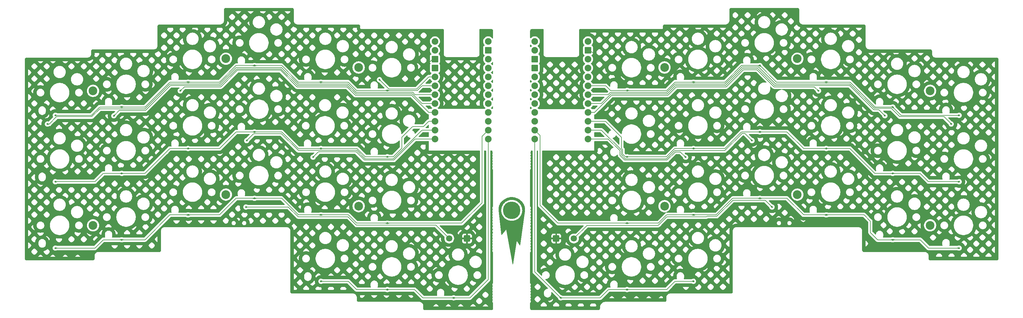
<source format=gbr>
%TF.GenerationSoftware,KiCad,Pcbnew,9.0.4*%
%TF.CreationDate,2025-09-13T00:46:48+03:00*%
%TF.ProjectId,KOMETA,4b4f4d45-5441-42e6-9b69-6361645f7063,rev?*%
%TF.SameCoordinates,Original*%
%TF.FileFunction,Copper,L1,Top*%
%TF.FilePolarity,Positive*%
%FSLAX46Y46*%
G04 Gerber Fmt 4.6, Leading zero omitted, Abs format (unit mm)*
G04 Created by KiCad (PCBNEW 9.0.4) date 2025-09-13 00:46:48*
%MOMM*%
%LPD*%
G01*
G04 APERTURE LIST*
G04 Aperture macros list*
%AMRoundRect*
0 Rectangle with rounded corners*
0 $1 Rounding radius*
0 $2 $3 $4 $5 $6 $7 $8 $9 X,Y pos of 4 corners*
0 Add a 4 corners polygon primitive as box body*
4,1,4,$2,$3,$4,$5,$6,$7,$8,$9,$2,$3,0*
0 Add four circle primitives for the rounded corners*
1,1,$1+$1,$2,$3*
1,1,$1+$1,$4,$5*
1,1,$1+$1,$6,$7*
1,1,$1+$1,$8,$9*
0 Add four rect primitives between the rounded corners*
20,1,$1+$1,$2,$3,$4,$5,0*
20,1,$1+$1,$4,$5,$6,$7,0*
20,1,$1+$1,$6,$7,$8,$9,0*
20,1,$1+$1,$8,$9,$2,$3,0*%
G04 Aperture macros list end*
%TA.AperFunction,Conductor*%
%ADD10C,0.200000*%
%TD*%
%TA.AperFunction,NonConductor*%
%ADD11C,0.000000*%
%TD*%
%TA.AperFunction,ComponentPad*%
%ADD12O,1.900000X1.900000*%
%TD*%
%TA.AperFunction,ComponentPad*%
%ADD13RoundRect,0.250000X-0.700000X-0.700000X0.700000X-0.700000X0.700000X0.700000X-0.700000X0.700000X0*%
%TD*%
%TA.AperFunction,ComponentPad*%
%ADD14C,2.500000*%
%TD*%
%TA.AperFunction,ComponentPad*%
%ADD15C,1.800000*%
%TD*%
%TA.AperFunction,ComponentPad*%
%ADD16RoundRect,0.200000X-0.700000X0.700000X-0.700000X-0.700000X0.700000X-0.700000X0.700000X0.700000X0*%
%TD*%
%TA.AperFunction,ComponentPad*%
%ADD17C,5.000000*%
%TD*%
%TA.AperFunction,ComponentPad*%
%ADD18RoundRect,0.200000X0.700000X-0.700000X0.700000X0.700000X-0.700000X0.700000X-0.700000X-0.700000X0*%
%TD*%
%TA.AperFunction,ViaPad*%
%ADD19C,0.500000*%
%TD*%
G04 APERTURE END LIST*
D10*
%TO.N,GND_R*%
X229250000Y-119820000D02*
X231490000Y-121050000D01*
D11*
%TA.AperFunction,NonConductor*%
G36*
X207656164Y-161918899D02*
G01*
X207903342Y-161947400D01*
X208148593Y-161992168D01*
X208391087Y-162053188D01*
X208629994Y-162130448D01*
X208864484Y-162223933D01*
X209093726Y-162333630D01*
X209316892Y-162459526D01*
X209536850Y-162593578D01*
X209669239Y-162678585D01*
X209797005Y-162769348D01*
X209919995Y-162865664D01*
X210038055Y-162967333D01*
X210151032Y-163074154D01*
X210258773Y-163185925D01*
X210361124Y-163302444D01*
X210457931Y-163423512D01*
X210549042Y-163548926D01*
X210634304Y-163678485D01*
X210713562Y-163811988D01*
X210786664Y-163949234D01*
X210853456Y-164090022D01*
X210913784Y-164234150D01*
X210967497Y-164381416D01*
X211014439Y-164531621D01*
X211037908Y-164617708D01*
X211059054Y-164704282D01*
X211077873Y-164791295D01*
X211094363Y-164878701D01*
X211108520Y-164966453D01*
X211120341Y-165054504D01*
X211129823Y-165142807D01*
X211136963Y-165231315D01*
X211141758Y-165319982D01*
X211144205Y-165408760D01*
X211144299Y-165497602D01*
X211142039Y-165586462D01*
X211137421Y-165675293D01*
X211130443Y-165764047D01*
X211121099Y-165852679D01*
X211109389Y-165941140D01*
X209738435Y-175683791D01*
X209736928Y-175691875D01*
X209734846Y-175699573D01*
X209732219Y-175706875D01*
X209729081Y-175713778D01*
X209725463Y-175720273D01*
X209721397Y-175726355D01*
X209716915Y-175732017D01*
X209712048Y-175737253D01*
X209706831Y-175742057D01*
X209701293Y-175746422D01*
X209695467Y-175750342D01*
X209689385Y-175753811D01*
X209683080Y-175756821D01*
X209676583Y-175759367D01*
X209669925Y-175761443D01*
X209663140Y-175763042D01*
X209656260Y-175764157D01*
X209649315Y-175764783D01*
X209642339Y-175764912D01*
X209635362Y-175764539D01*
X209628418Y-175763658D01*
X209621538Y-175762261D01*
X209614755Y-175760342D01*
X209608099Y-175757896D01*
X209601604Y-175754916D01*
X209595302Y-175751394D01*
X209589223Y-175747326D01*
X209583401Y-175742704D01*
X209577867Y-175737523D01*
X209572653Y-175731776D01*
X209567792Y-175725456D01*
X209563315Y-175718557D01*
X208922915Y-174641410D01*
X208918472Y-174634562D01*
X208913649Y-174628283D01*
X208908476Y-174622567D01*
X208902986Y-174617408D01*
X208897209Y-174612801D01*
X208891178Y-174608738D01*
X208884923Y-174605215D01*
X208878476Y-174602224D01*
X208871869Y-174599761D01*
X208865133Y-174597819D01*
X208858299Y-174596392D01*
X208851399Y-174595473D01*
X208844465Y-174595058D01*
X208837528Y-174595140D01*
X208830619Y-174595713D01*
X208823770Y-174596771D01*
X208817012Y-174598308D01*
X208810376Y-174600319D01*
X208803895Y-174602796D01*
X208797600Y-174605734D01*
X208791522Y-174609127D01*
X208785692Y-174612969D01*
X208780142Y-174617254D01*
X208774904Y-174621976D01*
X208770009Y-174627129D01*
X208765488Y-174632707D01*
X208761373Y-174638704D01*
X208757695Y-174645114D01*
X208754487Y-174651931D01*
X208751778Y-174659149D01*
X208749601Y-174666762D01*
X208747988Y-174674764D01*
X207717892Y-181073625D01*
X207715918Y-181083194D01*
X207713206Y-181092152D01*
X207709807Y-181100500D01*
X207705769Y-181108237D01*
X207701140Y-181115363D01*
X207695970Y-181121878D01*
X207690307Y-181127781D01*
X207684200Y-181133071D01*
X207677697Y-181137749D01*
X207670848Y-181141813D01*
X207663701Y-181145264D01*
X207656305Y-181148101D01*
X207648708Y-181150323D01*
X207640960Y-181151930D01*
X207633109Y-181152922D01*
X207625204Y-181153299D01*
X207617294Y-181153059D01*
X207609427Y-181152203D01*
X207601652Y-181150729D01*
X207594018Y-181148639D01*
X207586574Y-181145930D01*
X207579368Y-181142603D01*
X207572450Y-181138658D01*
X207565867Y-181134093D01*
X207559669Y-181128909D01*
X207553904Y-181123105D01*
X207548622Y-181116681D01*
X207543870Y-181109636D01*
X207539699Y-181101970D01*
X207536155Y-181093682D01*
X207533289Y-181084773D01*
X207531149Y-181075240D01*
X205799717Y-171394060D01*
X205798135Y-171386768D01*
X205796070Y-171379793D01*
X205793549Y-171373142D01*
X205790596Y-171366821D01*
X205787236Y-171360837D01*
X205783493Y-171355196D01*
X205779393Y-171349905D01*
X205774961Y-171344970D01*
X205770221Y-171340398D01*
X205765198Y-171336195D01*
X205759917Y-171332368D01*
X205754403Y-171328924D01*
X205748680Y-171325869D01*
X205742774Y-171323209D01*
X205736710Y-171320951D01*
X205730512Y-171319102D01*
X205724205Y-171317668D01*
X205717814Y-171316655D01*
X205711364Y-171316071D01*
X205704880Y-171315922D01*
X205698387Y-171316213D01*
X205691908Y-171316953D01*
X205685471Y-171318147D01*
X205679098Y-171319801D01*
X205672815Y-171321923D01*
X205666647Y-171324519D01*
X205660619Y-171327595D01*
X205654756Y-171331159D01*
X205649082Y-171335215D01*
X205643622Y-171339772D01*
X205638402Y-171344836D01*
X205633445Y-171350412D01*
X204515078Y-172705172D01*
X204509962Y-172710918D01*
X204504573Y-172716116D01*
X204498938Y-172720774D01*
X204493085Y-172724900D01*
X204487038Y-172728502D01*
X204480825Y-172731587D01*
X204474472Y-172734163D01*
X204468007Y-172736239D01*
X204461455Y-172737822D01*
X204454843Y-172738920D01*
X204448198Y-172739540D01*
X204441546Y-172739690D01*
X204434914Y-172739379D01*
X204428329Y-172738614D01*
X204421817Y-172737403D01*
X204415404Y-172735753D01*
X204409117Y-172733673D01*
X204402984Y-172731171D01*
X204397030Y-172728253D01*
X204391282Y-172724928D01*
X204385766Y-172721204D01*
X204380510Y-172717089D01*
X204375539Y-172712590D01*
X204370881Y-172707715D01*
X204366562Y-172702472D01*
X204362608Y-172696869D01*
X204359047Y-172690913D01*
X204355904Y-172684613D01*
X204353207Y-172677976D01*
X204350981Y-172671010D01*
X204349254Y-172663723D01*
X204348052Y-172656123D01*
X203582393Y-165824899D01*
X203572866Y-165735227D01*
X203566163Y-165650333D01*
X204360715Y-165650333D01*
X204362081Y-165804091D01*
X204371127Y-165955957D01*
X204387669Y-166105739D01*
X204411522Y-166253248D01*
X204442502Y-166398292D01*
X204480424Y-166540682D01*
X204525103Y-166680225D01*
X204576356Y-166816732D01*
X204633997Y-166950011D01*
X204697841Y-167079872D01*
X204767705Y-167206125D01*
X204843404Y-167328577D01*
X204924753Y-167447040D01*
X205011567Y-167561321D01*
X205103662Y-167671231D01*
X205200854Y-167776578D01*
X205302957Y-167877172D01*
X205409787Y-167972822D01*
X205521160Y-168063337D01*
X205636891Y-168148527D01*
X205756796Y-168228200D01*
X205880689Y-168302167D01*
X206008387Y-168370235D01*
X206139705Y-168432216D01*
X206274457Y-168487917D01*
X206412460Y-168537149D01*
X206553529Y-168579720D01*
X206697480Y-168615439D01*
X206844127Y-168644117D01*
X206993287Y-168665562D01*
X207144774Y-168679583D01*
X207298404Y-168685990D01*
X207452162Y-168684624D01*
X207604027Y-168675578D01*
X207753810Y-168659036D01*
X207901318Y-168635183D01*
X208046363Y-168604203D01*
X208188752Y-168566281D01*
X208328295Y-168521602D01*
X208464802Y-168470349D01*
X208598081Y-168412708D01*
X208727943Y-168348864D01*
X208854195Y-168279000D01*
X208976648Y-168203301D01*
X209095110Y-168121952D01*
X209209392Y-168035138D01*
X209319301Y-167943043D01*
X209424648Y-167845851D01*
X209525242Y-167743748D01*
X209620892Y-167636918D01*
X209711407Y-167525545D01*
X209796597Y-167409813D01*
X209876271Y-167289909D01*
X209950237Y-167166016D01*
X210018306Y-167038318D01*
X210080287Y-166907000D01*
X210135988Y-166772248D01*
X210185220Y-166634245D01*
X210227791Y-166493176D01*
X210263510Y-166349225D01*
X210292188Y-166202578D01*
X210313632Y-166053418D01*
X210327654Y-165901931D01*
X210334060Y-165748301D01*
X210332695Y-165594543D01*
X210323649Y-165442678D01*
X210307107Y-165292895D01*
X210283254Y-165145386D01*
X210252274Y-165000342D01*
X210214352Y-164857953D01*
X210169672Y-164718410D01*
X210118420Y-164581903D01*
X210060779Y-164448624D01*
X209996934Y-164318762D01*
X209927070Y-164192510D01*
X209851372Y-164070057D01*
X209770023Y-163951595D01*
X209683209Y-163837313D01*
X209591113Y-163727404D01*
X209493922Y-163622057D01*
X209391819Y-163521463D01*
X209284988Y-163425813D01*
X209173615Y-163335298D01*
X209057884Y-163250108D01*
X208937979Y-163170435D01*
X208814086Y-163096468D01*
X208686388Y-163028399D01*
X208555071Y-162966419D01*
X208420318Y-162910717D01*
X208282315Y-162861486D01*
X208141246Y-162818915D01*
X207997296Y-162783195D01*
X207850649Y-162754517D01*
X207701489Y-162733073D01*
X207550002Y-162719052D01*
X207396372Y-162712645D01*
X207242614Y-162714010D01*
X207090749Y-162723056D01*
X206940966Y-162739598D01*
X206793457Y-162763451D01*
X206648413Y-162794431D01*
X206506023Y-162832353D01*
X206366480Y-162877033D01*
X206229973Y-162928285D01*
X206096694Y-162985926D01*
X205966833Y-163049771D01*
X205840580Y-163119635D01*
X205718128Y-163195334D01*
X205599665Y-163276682D01*
X205485384Y-163363497D01*
X205375474Y-163455592D01*
X205270127Y-163552783D01*
X205169533Y-163654886D01*
X205073883Y-163761717D01*
X204983368Y-163873090D01*
X204898178Y-163988821D01*
X204818505Y-164108726D01*
X204744538Y-164232619D01*
X204676469Y-164360317D01*
X204614489Y-164491634D01*
X204558788Y-164626387D01*
X204509556Y-164764390D01*
X204466985Y-164905459D01*
X204431266Y-165049409D01*
X204402588Y-165196057D01*
X204381143Y-165345216D01*
X204367122Y-165496703D01*
X204360715Y-165650333D01*
X203566163Y-165650333D01*
X203565777Y-165645445D01*
X203561120Y-165555603D01*
X203558891Y-165465749D01*
X203559086Y-165375931D01*
X203561698Y-165286200D01*
X203566724Y-165196604D01*
X203574159Y-165107191D01*
X203583999Y-165018011D01*
X203596237Y-164929112D01*
X203610870Y-164840544D01*
X203627892Y-164752356D01*
X203647299Y-164664595D01*
X203669087Y-164577311D01*
X203693250Y-164490554D01*
X203719783Y-164404371D01*
X203771293Y-164256689D01*
X203829433Y-164112147D01*
X203894044Y-163970940D01*
X203964966Y-163833263D01*
X204042041Y-163699311D01*
X204125110Y-163569278D01*
X204214015Y-163443359D01*
X204308596Y-163321749D01*
X204408695Y-163204642D01*
X204514153Y-163092234D01*
X204624811Y-162984719D01*
X204740510Y-162882291D01*
X204861092Y-162785146D01*
X204986398Y-162693479D01*
X205116268Y-162607483D01*
X205250545Y-162527354D01*
X205481784Y-162396627D01*
X205708958Y-162278117D01*
X205941675Y-162175997D01*
X206179104Y-162090251D01*
X206420416Y-162020868D01*
X206664780Y-161967832D01*
X206911367Y-161931131D01*
X207159347Y-161910751D01*
X207407889Y-161906678D01*
X207656164Y-161918899D01*
G37*
%TD.AperFunction*%
%TD*%
D12*
%TO.P,SM_R1,24,RAW*%
%TO.N,RAW_R*%
X229158540Y-117334195D03*
D13*
%TO.P,SM_R1,23,GND*%
%TO.N,GND_R*%
X229158540Y-119874195D03*
D12*
%TO.P,SM_R1,22,RST*%
%TO.N,RESET_R*%
X229158540Y-122414195D03*
%TO.P,SM_R1,21,VCC*%
%TO.N,unconnected-(SM_R1-VCC-Pad21)*%
X229158540Y-124954195D03*
%TO.P,SM_R1,20,F4/A3*%
%TO.N,COL_R0*%
X229158540Y-127494195D03*
%TO.P,SM_R1,19,F5/A2*%
%TO.N,ROW_R0*%
X229158540Y-130034195D03*
%TO.P,SM_R1,18,F6/A1*%
%TO.N,COL_R5*%
X229158540Y-132574195D03*
%TO.P,SM_R1,17,F7/A0*%
%TO.N,COL_R4*%
X229158540Y-135114195D03*
%TO.P,SM_R1,16,B1/15*%
%TO.N,COL_R3*%
X229158540Y-137654195D03*
%TO.P,SM_R1,15,B3/14*%
%TO.N,ROW_R1*%
X229158540Y-140194195D03*
%TO.P,SM_R1,14,B2/16*%
%TO.N,COL_R2*%
X229158540Y-142734195D03*
%TO.P,SM_R1,13,B6/10*%
%TO.N,COL_R1*%
X229158540Y-145274195D03*
%TO.P,SM_R1,12,9/B5*%
%TO.N,ROW_R3*%
X213918540Y-145274195D03*
%TO.P,SM_R1,11,8/B4*%
%TO.N,ROW_R2*%
X213918540Y-142734195D03*
%TO.P,SM_R1,10,7/E6*%
%TO.N,unconnected-(SM_R1-7{slash}E6-Pad10)*%
X213918540Y-140194195D03*
%TO.P,SM_R1,9,6/D7*%
%TO.N,unconnected-(SM_R1-6{slash}D7-Pad9)*%
X213918540Y-137654195D03*
%TO.P,SM_R1,8,5/C6*%
%TO.N,unconnected-(SM_R1-5{slash}C6-Pad8)*%
X213918540Y-135114195D03*
%TO.P,SM_R1,7,4/D4*%
%TO.N,unconnected-(SM_R1-4{slash}D4-Pad7)*%
X213918540Y-132574195D03*
%TO.P,SM_R1,6,3/D0/SCL*%
%TO.N,unconnected-(SM_R1-3{slash}D0{slash}SCL-Pad6)*%
X213918540Y-130034195D03*
%TO.P,SM_R1,5,2/D1/SDA*%
%TO.N,unconnected-(SM_R1-2{slash}D1{slash}SDA-Pad5)*%
X213918540Y-127494195D03*
D13*
%TO.P,SM_R1,4,GND*%
%TO.N,unconnected-(SM_R1-GND-Pad4)*%
X213918540Y-124954195D03*
%TO.P,SM_R1,3,GND*%
%TO.N,unconnected-(SM_R1-GND-Pad3)*%
X213918540Y-122414195D03*
D12*
%TO.P,SM_R1,2,RX1/D2*%
%TO.N,unconnected-(SM_R1-RX1{slash}D2-Pad2)*%
X213918540Y-119874195D03*
%TO.P,SM_R1,1,TX0/D3*%
%TO.N,unconnected-(SM_R1-TX0{slash}D3-Pad1)*%
X213918540Y-117334195D03*
%TD*%
D14*
%TO.P,H4,*%
%TO.N,*%
X87548000Y-170000000D03*
%TD*%
%TO.P,H3,*%
%TO.N,*%
X289050000Y-122300000D03*
%TD*%
%TO.P,H12,*%
%TO.N,*%
X251050000Y-164500000D03*
%TD*%
%TO.P,H11,*%
%TO.N,*%
X327050000Y-170000000D03*
%TD*%
%TO.P,H8,*%
%TO.N,*%
X327050000Y-131500000D03*
%TD*%
%TO.P,H2,*%
%TO.N,*%
X125550000Y-161200000D03*
%TD*%
%TO.P,H7,*%
%TO.N,*%
X163550000Y-124800000D03*
%TD*%
D15*
%TO.P,PW_R1,1,BAT+*%
%TO.N,Net-(PS_R1-B)*%
X225140000Y-173750000D03*
D16*
%TO.P,PW_R1,2,BAT-*%
%TO.N,GND_R*%
X220060000Y-173750000D03*
%TD*%
D14*
%TO.P,H5,*%
%TO.N,*%
X163550000Y-164500000D03*
%TD*%
D17*
%TO.P,KeyChainHole1,*%
%TO.N,*%
X207299999Y-165700000D03*
%TD*%
D14*
%TO.P,H10,*%
%TO.N,*%
X125550000Y-122300000D03*
%TD*%
%TO.P,H9,*%
%TO.N,*%
X251050000Y-124800000D03*
%TD*%
%TO.P,H1,*%
%TO.N,*%
X87550000Y-131500000D03*
%TD*%
%TO.P,H6,*%
%TO.N,*%
X289050000Y-161200000D03*
%TD*%
D18*
%TO.P,PW_L1,2,BAT-*%
%TO.N,GND_L*%
X194540000Y-173750000D03*
D15*
%TO.P,PW_L1,1,BAT+*%
%TO.N,Net-(PS_L1-B)*%
X189460000Y-173750000D03*
%TD*%
D12*
%TO.P,SM_L1,24,RAW*%
%TO.N,RAW_L*%
X200607540Y-117334195D03*
D13*
%TO.P,SM_L1,23,GND*%
%TO.N,unconnected-(SM_L1-GND-Pad23)*%
X200607540Y-119874195D03*
D12*
%TO.P,SM_L1,22,RST*%
%TO.N,RESET_L*%
X200607540Y-122414195D03*
%TO.P,SM_L1,21,VCC*%
%TO.N,unconnected-(SM_L1-VCC-Pad21)*%
X200607540Y-124954195D03*
%TO.P,SM_L1,20,F4/A3*%
%TO.N,unconnected-(SM_L1-F4{slash}A3-Pad20)*%
X200607540Y-127494195D03*
%TO.P,SM_L1,19,F5/A2*%
%TO.N,unconnected-(SM_L1-F5{slash}A2-Pad19)*%
X200607540Y-130034195D03*
%TO.P,SM_L1,18,F6/A1*%
%TO.N,unconnected-(SM_L1-F6{slash}A1-Pad18)*%
X200607540Y-132574195D03*
%TO.P,SM_L1,17,F7/A0*%
%TO.N,unconnected-(SM_L1-F7{slash}A0-Pad17)*%
X200607540Y-135114195D03*
%TO.P,SM_L1,16,B1/15*%
%TO.N,unconnected-(SM_L1-B1{slash}15-Pad16)*%
X200607540Y-137654195D03*
%TO.P,SM_L1,15,B3/14*%
%TO.N,unconnected-(SM_L1-B3{slash}14-Pad15)*%
X200607540Y-140194195D03*
%TO.P,SM_L1,14,B2/16*%
%TO.N,ROW_L2*%
X200607540Y-142734195D03*
%TO.P,SM_L1,13,B6/10*%
%TO.N,ROW_L3*%
X200607540Y-145274195D03*
%TO.P,SM_L1,12,9/B5*%
%TO.N,COL_L4*%
X185367540Y-145274195D03*
%TO.P,SM_L1,11,8/B4*%
%TO.N,COL_L3*%
X185367540Y-142734195D03*
%TO.P,SM_L1,10,7/E6*%
%TO.N,ROW_L1*%
X185367540Y-140194195D03*
%TO.P,SM_L1,9,6/D7*%
%TO.N,COL_L2*%
X185367540Y-137654195D03*
%TO.P,SM_L1,8,5/C6*%
%TO.N,COL_L1*%
X185367540Y-135114195D03*
%TO.P,SM_L1,7,4/D4*%
%TO.N,COL_L0*%
X185367540Y-132574195D03*
%TO.P,SM_L1,6,3/D0/SCL*%
%TO.N,ROW_L0*%
X185367540Y-130034195D03*
%TO.P,SM_L1,5,2/D1/SDA*%
%TO.N,COL_L5*%
X185367540Y-127494195D03*
D13*
%TO.P,SM_L1,4,GND*%
%TO.N,unconnected-(SM_L1-GND-Pad4)*%
X185367540Y-124954195D03*
%TO.P,SM_L1,3,GND*%
%TO.N,GND_L*%
X185367540Y-122414195D03*
D12*
%TO.P,SM_L1,2,RX1/D2*%
%TO.N,unconnected-(SM_L1-RX1{slash}D2-Pad2)*%
X185367540Y-119874195D03*
%TO.P,SM_L1,1,TX0/D3*%
%TO.N,unconnected-(SM_L1-TX0{slash}D3-Pad1)*%
X185367540Y-117334195D03*
%TD*%
D19*
%TO.N,ROW_L0*%
X95750000Y-136125000D03*
X114750000Y-129000000D03*
X133750000Y-124250000D03*
X76750000Y-138500000D03*
X171750000Y-131375000D03*
X152750000Y-129000000D03*
%TO.N,ROW_L1*%
X133750000Y-143250000D03*
X114750000Y-148000000D03*
X76750000Y-157500000D03*
X171750000Y-150375000D03*
X152750000Y-148000000D03*
X95750000Y-155125000D03*
%TO.N,ROW_L2*%
X114750000Y-167000000D03*
X171750000Y-169375000D03*
X133750000Y-162250000D03*
X76750000Y-176500000D03*
X95750000Y-174125000D03*
X152750000Y-167000000D03*
%TO.N,ROW_L3*%
X152750000Y-186000000D03*
X190750000Y-190751000D03*
X171750000Y-188375000D03*
%TO.N,ROW_R0*%
X316350000Y-136125000D03*
X240350000Y-131375000D03*
X335350000Y-138500000D03*
X259350000Y-129000000D03*
X297350000Y-129000000D03*
X278350000Y-124250000D03*
%TO.N,ROW_R1*%
X297350000Y-148000000D03*
X335350000Y-157500000D03*
X259350000Y-148000000D03*
X240350000Y-150375000D03*
X316350000Y-155125000D03*
X278350000Y-143250000D03*
%TO.N,ROW_R2*%
X335350000Y-176500000D03*
X278350000Y-162250000D03*
X259350000Y-167000000D03*
X240350000Y-169375000D03*
X297350000Y-167000000D03*
X316350000Y-174125000D03*
%TO.N,ROW_R3*%
X240350000Y-188375000D03*
X221350000Y-190751000D03*
X259350000Y-186000000D03*
%TO.N,COL_L5*%
X169500000Y-128300000D03*
%TO.N,COL_L3*%
X131500000Y-145750000D03*
%TO.N,COL_L0*%
X74500000Y-141000000D03*
%TO.N,COL_L4*%
X150500000Y-150500000D03*
%TO.N,COL_L2*%
X112500000Y-131500000D03*
%TO.N,COL_L1*%
X93500000Y-138650000D03*
%TO.N,COL_R1*%
X257100000Y-150500000D03*
%TO.N,COL_R3*%
X295100000Y-131500000D03*
%TO.N,COL_R4*%
X314100000Y-138600000D03*
%TO.N,COL_R2*%
X276100000Y-145750000D03*
%TO.N,COL_R5*%
X333100000Y-141000000D03*
%TO.N,Net-(PS_L1-B)*%
X131300000Y-164750000D03*
%TO.N,Net-(PS_R1-B)*%
X281800000Y-164750000D03*
%TD*%
D10*
%TO.N,GND_L*%
X184715805Y-122414195D02*
X182970000Y-124160000D01*
X185367540Y-122414195D02*
X184715805Y-122414195D01*
%TO.N,ROW_L0*%
X128500000Y-124250000D02*
X133750000Y-124250000D01*
X171750000Y-131375000D02*
X180292100Y-131375000D01*
X160550000Y-129000000D02*
X162925000Y-131375000D01*
X146250000Y-129000000D02*
X152750000Y-129000000D01*
X162925000Y-131375000D02*
X171750000Y-131375000D01*
X76750000Y-138500000D02*
X87050000Y-138500000D01*
X109500000Y-129000000D02*
X114750000Y-129000000D01*
X102375000Y-136125000D02*
X109500000Y-129000000D01*
X114750000Y-129000000D02*
X123750000Y-129000000D01*
X181632100Y-130035000D02*
X185380000Y-130035000D01*
X152750000Y-129000000D02*
X160550000Y-129000000D01*
X141500000Y-124250000D02*
X146250000Y-129000000D01*
X89425000Y-136125000D02*
X95750000Y-136125000D01*
X95750000Y-136125000D02*
X102375000Y-136125000D01*
X133750000Y-124250000D02*
X141500000Y-124250000D01*
X123750000Y-129000000D02*
X128500000Y-124250000D01*
X87050000Y-138500000D02*
X89425000Y-136125000D01*
X180292100Y-131375000D02*
X181632100Y-130035000D01*
%TO.N,ROW_L1*%
X128500000Y-143250000D02*
X133750000Y-143250000D01*
X114750000Y-148000000D02*
X123750000Y-148000000D01*
X173425000Y-150375000D02*
X175876000Y-147924000D01*
X175876000Y-144799257D02*
X178975367Y-141699890D01*
X88075000Y-157500000D02*
X90450000Y-155125000D01*
X182100110Y-141699890D02*
X183605000Y-140195000D01*
X185380000Y-140195000D02*
X183605000Y-140195000D01*
X163050000Y-148000000D02*
X165425000Y-150375000D01*
X133750000Y-143250000D02*
X141500000Y-143250000D01*
X141500000Y-143250000D02*
X146250000Y-148000000D01*
X90450000Y-155125000D02*
X95750000Y-155125000D01*
X165425000Y-150375000D02*
X171750000Y-150375000D01*
X178975367Y-141699890D02*
X182100110Y-141699890D01*
X76750000Y-157500000D02*
X88075000Y-157500000D01*
X95750000Y-155125000D02*
X102375000Y-155125000D01*
X109500000Y-148000000D02*
X114750000Y-148000000D01*
X102375000Y-155125000D02*
X109500000Y-148000000D01*
X175876000Y-147924000D02*
X175876000Y-144799257D01*
X146250000Y-148000000D02*
X152750000Y-148000000D01*
X173425000Y-150375000D02*
X171750000Y-150375000D01*
X152750000Y-148000000D02*
X163050000Y-148000000D01*
X123750000Y-148000000D02*
X128500000Y-143250000D01*
%TO.N,ROW_L2*%
X95750000Y-174125000D02*
X102375000Y-174125000D01*
X198850000Y-144505000D02*
X198850000Y-163550000D01*
X76750000Y-176500000D02*
X88075000Y-176500000D01*
X152750000Y-167000000D02*
X160550000Y-167000000D01*
X123750000Y-167000000D02*
X128500000Y-162250000D01*
X146250000Y-167000000D02*
X152750000Y-167000000D01*
X90450000Y-174125000D02*
X95750000Y-174125000D01*
X198850000Y-163550000D02*
X193025000Y-169375000D01*
X102375000Y-174125000D02*
X109500000Y-167000000D01*
X160550000Y-167000000D02*
X162925000Y-169375000D01*
X88075000Y-176500000D02*
X90450000Y-174125000D01*
X200620000Y-142735000D02*
X198850000Y-144505000D01*
X109500000Y-167000000D02*
X114750000Y-167000000D01*
X141500000Y-162250000D02*
X146250000Y-167000000D01*
X162925000Y-169375000D02*
X171750000Y-169375000D01*
X133750000Y-162250000D02*
X141500000Y-162250000D01*
X114750000Y-167000000D02*
X123750000Y-167000000D01*
X193025000Y-169375000D02*
X171750000Y-169375000D01*
X128500000Y-162250000D02*
X133750000Y-162250000D01*
%TO.N,ROW_L3*%
X152750000Y-186000000D02*
X160550000Y-186000000D01*
X200620000Y-185480000D02*
X195349000Y-190751000D01*
X179550000Y-188375000D02*
X181926000Y-190751000D01*
X195349000Y-190751000D02*
X190750000Y-190751000D01*
X160550000Y-186000000D02*
X162925000Y-188375000D01*
X181926000Y-190751000D02*
X190750000Y-190751000D01*
X171750000Y-188375000D02*
X179550000Y-188375000D01*
X200620000Y-145275000D02*
X200620000Y-185480000D01*
X162925000Y-188375000D02*
X171750000Y-188375000D01*
%TO.N,ROW_R0*%
X259350000Y-129000000D02*
X254050000Y-129000000D01*
X311275000Y-136125000D02*
X304150000Y-129000000D01*
X318725000Y-138500000D02*
X316350000Y-136125000D01*
X316350000Y-136125000D02*
X311275000Y-136125000D01*
X254050000Y-129000000D02*
X251675000Y-131375000D01*
X229171000Y-130035000D02*
X234235000Y-130035000D01*
X273100000Y-124250000D02*
X268350000Y-129000000D01*
X335350000Y-138500000D02*
X318725000Y-138500000D01*
X268350000Y-129000000D02*
X259350000Y-129000000D01*
X278350000Y-124250000D02*
X273100000Y-124250000D01*
X234235000Y-130035000D02*
X235575000Y-131375000D01*
X235575000Y-131375000D02*
X240650000Y-131375000D01*
X283100000Y-129000000D02*
X278350000Y-124250000D01*
X251675000Y-131375000D02*
X240650000Y-131375000D01*
X297350000Y-129000000D02*
X283100000Y-129000000D01*
X304150000Y-129000000D02*
X297350000Y-129000000D01*
X240650000Y-131375000D02*
X240350000Y-131375000D01*
%TO.N,ROW_R1*%
X297350000Y-148000000D02*
X290850000Y-148000000D01*
X311225000Y-155125000D02*
X304100000Y-148000000D01*
X324175000Y-155125000D02*
X316350000Y-155125000D01*
X239100000Y-149650000D02*
X239825000Y-150375000D01*
X273100000Y-143250000D02*
X268350000Y-148000000D01*
X326550000Y-157500000D02*
X324175000Y-155125000D01*
X238724000Y-144799257D02*
X234119743Y-140195000D01*
X238724000Y-147924000D02*
X238724000Y-144799257D01*
X259350000Y-148000000D02*
X254000000Y-148000000D01*
X234119743Y-140195000D02*
X229171000Y-140195000D01*
X254000000Y-148000000D02*
X251625000Y-150375000D01*
X335350000Y-157500000D02*
X326550000Y-157500000D01*
X278350000Y-143250000D02*
X273100000Y-143250000D01*
X286100000Y-143250000D02*
X278350000Y-143250000D01*
X239100000Y-148300000D02*
X239100000Y-149650000D01*
X251625000Y-150375000D02*
X240350000Y-150375000D01*
X268350000Y-148000000D02*
X259350000Y-148000000D01*
X304100000Y-148000000D02*
X297350000Y-148000000D01*
X239100000Y-148300000D02*
X238724000Y-147924000D01*
X316350000Y-155125000D02*
X311225000Y-155125000D01*
X290850000Y-148000000D02*
X286100000Y-143250000D01*
X239825000Y-150375000D02*
X240350000Y-150375000D01*
%TO.N,ROW_R2*%
X286100000Y-162250000D02*
X278350000Y-162250000D01*
X259350000Y-167000000D02*
X251650000Y-167000000D01*
X326600000Y-176500000D02*
X324225000Y-174125000D01*
X335350000Y-176500000D02*
X326600000Y-176500000D01*
X215450000Y-164300000D02*
X215450000Y-144254000D01*
X240350000Y-169375000D02*
X220525000Y-169375000D01*
X324225000Y-174125000D02*
X316350000Y-174125000D01*
X309950000Y-172050000D02*
X309950000Y-168800000D01*
X312025000Y-174125000D02*
X309950000Y-172050000D01*
X290850000Y-167000000D02*
X286100000Y-162250000D01*
X220525000Y-169375000D02*
X215450000Y-164300000D01*
X278350000Y-162250000D02*
X270600000Y-162250000D01*
X249275000Y-169375000D02*
X240350000Y-169375000D01*
X309950000Y-168800000D02*
X308150000Y-167000000D01*
X270600000Y-162250000D02*
X265850000Y-167000000D01*
X265850000Y-167000000D02*
X259350000Y-167000000D01*
X316350000Y-174125000D02*
X312025000Y-174125000D01*
X215450000Y-144254000D02*
X213931000Y-142735000D01*
X297350000Y-167000000D02*
X290850000Y-167000000D01*
X251650000Y-167000000D02*
X249275000Y-169375000D01*
X308150000Y-167000000D02*
X297350000Y-167000000D01*
%TO.N,ROW_R3*%
X221350000Y-190751000D02*
X213931000Y-183332000D01*
X213931000Y-183332000D02*
X213931000Y-145275000D01*
X232649000Y-190751000D02*
X221350000Y-190751000D01*
X235025000Y-188375000D02*
X232649000Y-190751000D01*
X251675000Y-188375000D02*
X240350000Y-188375000D01*
X240350000Y-188375000D02*
X235025000Y-188375000D01*
X254050000Y-186000000D02*
X251675000Y-188375000D01*
X259350000Y-186000000D02*
X254050000Y-186000000D01*
%TO.N,COL_L5*%
X180126000Y-130974000D02*
X172174000Y-130974000D01*
X185380000Y-127495000D02*
X183605000Y-127495000D01*
X183605000Y-127495000D02*
X180126000Y-130974000D01*
X172174000Y-130974000D02*
X169500000Y-128300000D01*
%TO.N,COL_L3*%
X173441100Y-150926000D02*
X181632100Y-142735000D01*
X133449000Y-143801000D02*
X141483900Y-143801000D01*
X146233900Y-148551000D02*
X163033900Y-148551000D01*
X181632100Y-142735000D02*
X185380000Y-142735000D01*
X131500000Y-145750000D02*
X133449000Y-143801000D01*
X165408900Y-150926000D02*
X173441100Y-150926000D01*
X141483900Y-143801000D02*
X146233900Y-148551000D01*
X185380000Y-142735000D02*
X185380000Y-142730000D01*
X163033900Y-148551000D02*
X165408900Y-150926000D01*
%TO.N,COL_L0*%
X179659200Y-132575000D02*
X179010200Y-131926000D01*
X185380000Y-132575000D02*
X179659200Y-132575000D01*
X160533900Y-129551000D02*
X146233900Y-129551000D01*
X102391100Y-136676000D02*
X89441100Y-136676000D01*
X123766100Y-129551000D02*
X109516100Y-129551000D01*
X146233900Y-129551000D02*
X141483900Y-124801000D01*
X89441100Y-136676000D02*
X87216100Y-138901000D01*
X87216100Y-138901000D02*
X77128232Y-138901000D01*
X109516100Y-129551000D02*
X102391100Y-136676000D01*
X141483900Y-124801000D02*
X128516100Y-124801000D01*
X128516100Y-124801000D02*
X123766100Y-129551000D01*
X75029232Y-141000000D02*
X74500000Y-141000000D01*
X162908900Y-131926000D02*
X160533900Y-129551000D01*
X77128232Y-138901000D02*
X75029232Y-141000000D01*
X179010200Y-131926000D02*
X162908900Y-131926000D01*
%TO.N,COL_L4*%
X185380000Y-145275000D02*
X179659200Y-145275000D01*
X162867800Y-148952000D02*
X152048000Y-148952000D01*
X165242800Y-151327000D02*
X162867800Y-148952000D01*
X173607200Y-151327000D02*
X165242800Y-151327000D01*
X179659200Y-145275000D02*
X173607200Y-151327000D01*
X152048000Y-148952000D02*
X150500000Y-150500000D01*
%TO.N,COL_L2*%
X178678000Y-132728000D02*
X162576700Y-132728000D01*
X183605000Y-137655000D02*
X178678000Y-132728000D01*
X128848300Y-125603000D02*
X124098300Y-130353000D01*
X141151700Y-125603000D02*
X128848300Y-125603000D01*
X145901700Y-130353000D02*
X141151700Y-125603000D01*
X160201700Y-130353000D02*
X145901700Y-130353000D01*
X124098300Y-130353000D02*
X113647000Y-130353000D01*
X185380000Y-137655000D02*
X183605000Y-137655000D01*
X162576700Y-132728000D02*
X160201700Y-130353000D01*
X113647000Y-130353000D02*
X112500000Y-131500000D01*
%TO.N,COL_L1*%
X162742800Y-132327000D02*
X160367800Y-129952000D01*
X102557200Y-137077000D02*
X95073000Y-137077000D01*
X109682200Y-129952000D02*
X102557200Y-137077000D01*
X128682200Y-125202000D02*
X123932200Y-129952000D01*
X95073000Y-137077000D02*
X93500000Y-138650000D01*
X178844100Y-132327000D02*
X162742800Y-132327000D01*
X160367800Y-129952000D02*
X146067800Y-129952000D01*
X123932200Y-129952000D02*
X109682200Y-129952000D01*
X181632100Y-135115000D02*
X178844100Y-132327000D01*
X146067800Y-129952000D02*
X141317800Y-125202000D01*
X141317800Y-125202000D02*
X128682200Y-125202000D01*
X185380000Y-135115000D02*
X181632100Y-135115000D01*
%TO.N,COL_R1*%
X238298000Y-148632200D02*
X234940800Y-145275000D01*
X238298000Y-149982200D02*
X238298000Y-148632200D01*
X251807200Y-151327000D02*
X239642800Y-151327000D01*
X239642800Y-151327000D02*
X238298000Y-149982200D01*
X254133200Y-149001000D02*
X251807200Y-151327000D01*
X234940800Y-145275000D02*
X229171000Y-145275000D01*
X255601000Y-149001000D02*
X254133200Y-149001000D01*
X257100000Y-150500000D02*
X255601000Y-149001000D01*
%TO.N,COL_R3*%
X277535900Y-125453000D02*
X282435900Y-130353000D01*
X293953000Y-130353000D02*
X295100000Y-131500000D01*
X273598300Y-125453000D02*
X277535900Y-125453000D01*
X254398300Y-130353000D02*
X268698300Y-130353000D01*
X252023300Y-132728000D02*
X254398300Y-130353000D01*
X235922000Y-132728000D02*
X252023300Y-132728000D01*
X282435900Y-130353000D02*
X293953000Y-130353000D01*
X229171000Y-137655000D02*
X230995000Y-137655000D01*
X268698300Y-130353000D02*
X273598300Y-125453000D01*
X230995000Y-137655000D02*
X235922000Y-132728000D01*
%TO.N,COL_R4*%
X251857200Y-132327000D02*
X254232200Y-129952000D01*
X268532200Y-129952000D02*
X273432200Y-125052000D01*
X282602000Y-129952000D02*
X303967800Y-129952000D01*
X254232200Y-129952000D02*
X268532200Y-129952000D01*
X312427000Y-136927000D02*
X314100000Y-138600000D01*
X235755900Y-132327000D02*
X251857200Y-132327000D01*
X303967800Y-129952000D02*
X310942800Y-136927000D01*
X310942800Y-136927000D02*
X312427000Y-136927000D01*
X273432200Y-125052000D02*
X277702000Y-125052000D01*
X232967900Y-135115000D02*
X235755900Y-132327000D01*
X277702000Y-125052000D02*
X282602000Y-129952000D01*
X229171000Y-135115000D02*
X232967900Y-135115000D01*
%TO.N,COL_R2*%
X268317100Y-148600000D02*
X273266100Y-143651000D01*
X239808900Y-150926000D02*
X251641100Y-150926000D01*
X251641100Y-150926000D02*
X253967100Y-148600000D01*
X273266100Y-143651000D02*
X274001000Y-143651000D01*
X253967100Y-148600000D02*
X268317100Y-148600000D01*
X238699000Y-148466100D02*
X238699000Y-149816100D01*
X232967900Y-142735000D02*
X238699000Y-148466100D01*
X229171000Y-142735000D02*
X232967900Y-142735000D01*
X238699000Y-149816100D02*
X239808900Y-150926000D01*
X274001000Y-143651000D02*
X276100000Y-145750000D01*
%TO.N,COL_R5*%
X268366100Y-129551000D02*
X273266100Y-124651000D01*
X273266100Y-124651000D02*
X277901000Y-124651000D01*
X234940800Y-132575000D02*
X235589800Y-131926000D01*
X235589800Y-131926000D02*
X251691100Y-131926000D01*
X315971768Y-136526000D02*
X318346768Y-138901000D01*
X311108900Y-136526000D02*
X315971768Y-136526000D01*
X331001000Y-138901000D02*
X333100000Y-141000000D01*
X254066100Y-129551000D02*
X268366100Y-129551000D01*
X251691100Y-131926000D02*
X254066100Y-129551000D01*
X282801000Y-129551000D02*
X304133900Y-129551000D01*
X277901000Y-124651000D02*
X282801000Y-129551000D01*
X229171000Y-132575000D02*
X234940800Y-132575000D01*
X304133900Y-129551000D02*
X311108900Y-136526000D01*
X318346768Y-138901000D02*
X331001000Y-138901000D01*
%TO.N,Net-(PS_L1-B)*%
X162908900Y-169926000D02*
X185636000Y-169926000D01*
X160533900Y-167551000D02*
X162908900Y-169926000D01*
X185636000Y-169926000D02*
X189460000Y-173750000D01*
X143432900Y-164750000D02*
X146233900Y-167551000D01*
X146233900Y-167551000D02*
X160533900Y-167551000D01*
X131300000Y-164750000D02*
X143432900Y-164750000D01*
%TO.N,Net-(PS_R1-B)*%
X228890000Y-170000000D02*
X225140000Y-173750000D01*
X279851000Y-162801000D02*
X270616100Y-162801000D01*
X263200000Y-167401000D02*
X263050000Y-167551000D01*
X251666100Y-167551000D02*
X249217100Y-170000000D01*
X249217100Y-170000000D02*
X228890000Y-170000000D01*
X263050000Y-167551000D02*
X251666100Y-167551000D01*
X270616100Y-162801000D02*
X266016100Y-167401000D01*
X281800000Y-164750000D02*
X279851000Y-162801000D01*
X266016100Y-167401000D02*
X263200000Y-167401000D01*
%TD*%
%TA.AperFunction,Conductor*%
%TO.N,GND_R*%
G36*
X289106922Y-107751280D02*
G01*
X289197266Y-107761459D01*
X289224331Y-107767636D01*
X289303540Y-107795352D01*
X289328553Y-107807398D01*
X289399606Y-107852043D01*
X289421313Y-107869355D01*
X289480644Y-107928686D01*
X289497957Y-107950395D01*
X289542600Y-108021444D01*
X289554648Y-108046462D01*
X289582362Y-108125666D01*
X289588540Y-108152735D01*
X289598720Y-108243076D01*
X289599500Y-108256961D01*
X289599500Y-111496283D01*
X289632937Y-111685917D01*
X289698797Y-111866865D01*
X289698800Y-111866872D01*
X289795078Y-112033630D01*
X289795080Y-112033633D01*
X289918855Y-112181144D01*
X289970571Y-112224538D01*
X290066368Y-112304921D01*
X290233132Y-112401202D01*
X290414082Y-112467062D01*
X290603719Y-112500500D01*
X290660438Y-112500500D01*
X308052405Y-112500500D01*
X308093038Y-112500500D01*
X308106922Y-112501280D01*
X308197266Y-112511459D01*
X308224331Y-112517636D01*
X308303540Y-112545352D01*
X308328553Y-112557398D01*
X308399606Y-112602043D01*
X308421313Y-112619355D01*
X308480644Y-112678686D01*
X308497957Y-112700395D01*
X308542600Y-112771444D01*
X308554648Y-112796462D01*
X308582362Y-112875666D01*
X308588540Y-112902735D01*
X308598720Y-112993076D01*
X308599500Y-113006961D01*
X308599500Y-118621283D01*
X308632937Y-118810917D01*
X308698797Y-118991865D01*
X308698800Y-118991872D01*
X308712423Y-119015468D01*
X308793466Y-119155839D01*
X308795078Y-119158630D01*
X308795080Y-119158633D01*
X308918855Y-119306144D01*
X308981410Y-119358633D01*
X309066368Y-119429921D01*
X309233132Y-119526202D01*
X309414082Y-119592062D01*
X309603719Y-119625500D01*
X309660438Y-119625500D01*
X327052405Y-119625500D01*
X327093038Y-119625500D01*
X327106922Y-119626280D01*
X327197266Y-119636459D01*
X327224331Y-119642636D01*
X327303540Y-119670352D01*
X327328553Y-119682398D01*
X327399606Y-119727043D01*
X327421313Y-119744355D01*
X327480644Y-119803686D01*
X327497957Y-119825395D01*
X327542600Y-119896444D01*
X327554648Y-119921462D01*
X327582362Y-120000666D01*
X327588540Y-120027735D01*
X327598720Y-120118076D01*
X327599500Y-120131961D01*
X327599500Y-120996283D01*
X327632937Y-121185917D01*
X327698797Y-121366865D01*
X327698800Y-121366872D01*
X327727475Y-121416538D01*
X327789215Y-121523476D01*
X327795078Y-121533630D01*
X327795080Y-121533633D01*
X327918855Y-121681144D01*
X328005145Y-121753549D01*
X328066368Y-121804921D01*
X328233132Y-121901202D01*
X328414082Y-121967062D01*
X328603719Y-122000500D01*
X328660438Y-122000500D01*
X346052405Y-122000500D01*
X346093038Y-122000500D01*
X346106922Y-122001280D01*
X346197266Y-122011459D01*
X346224331Y-122017636D01*
X346303540Y-122045352D01*
X346328553Y-122057398D01*
X346399606Y-122102043D01*
X346421313Y-122119355D01*
X346480644Y-122178686D01*
X346497957Y-122200395D01*
X346542600Y-122271444D01*
X346554648Y-122296462D01*
X346582362Y-122375666D01*
X346588540Y-122402735D01*
X346595042Y-122460438D01*
X346597838Y-122485254D01*
X346598720Y-122493076D01*
X346599500Y-122506961D01*
X346599500Y-179493038D01*
X346598720Y-179506923D01*
X346588540Y-179597264D01*
X346582362Y-179624333D01*
X346554648Y-179703537D01*
X346542600Y-179728555D01*
X346497957Y-179799604D01*
X346480644Y-179821313D01*
X346421313Y-179880644D01*
X346399604Y-179897957D01*
X346328555Y-179942600D01*
X346303537Y-179954648D01*
X346224333Y-179982362D01*
X346197264Y-179988540D01*
X346117075Y-179997576D01*
X346106921Y-179998720D01*
X346093038Y-179999500D01*
X327106962Y-179999500D01*
X327093078Y-179998720D01*
X327080553Y-179997308D01*
X327002735Y-179988540D01*
X326975666Y-179982362D01*
X326896462Y-179954648D01*
X326871444Y-179942600D01*
X326800395Y-179897957D01*
X326778686Y-179880644D01*
X326719355Y-179821313D01*
X326702042Y-179799604D01*
X326675845Y-179757912D01*
X326657398Y-179728553D01*
X326645351Y-179703537D01*
X326634556Y-179672687D01*
X326617636Y-179624331D01*
X326611459Y-179597263D01*
X326611348Y-179596281D01*
X326601280Y-179506922D01*
X326600500Y-179493038D01*
X326600500Y-178773736D01*
X328753219Y-178773736D01*
X328847562Y-179001500D01*
X330451103Y-179001500D01*
X330545445Y-178773736D01*
X332288753Y-178773736D01*
X332383096Y-179001500D01*
X333986637Y-179001500D01*
X334080979Y-178773736D01*
X335824287Y-178773736D01*
X335918630Y-179001500D01*
X337522171Y-179001500D01*
X337616513Y-178773736D01*
X339359821Y-178773736D01*
X339454164Y-179001500D01*
X341057705Y-179001500D01*
X341152047Y-178773736D01*
X342895355Y-178773736D01*
X342989698Y-179001500D01*
X344593239Y-179001500D01*
X344687581Y-178773736D01*
X344570229Y-178490422D01*
X344074782Y-177994975D01*
X343791468Y-177877623D01*
X343508154Y-177994975D01*
X343012707Y-178490422D01*
X342895355Y-178773736D01*
X341152047Y-178773736D01*
X341034695Y-178490422D01*
X340539248Y-177994975D01*
X340255934Y-177877623D01*
X339972620Y-177994975D01*
X339477173Y-178490422D01*
X339359821Y-178773736D01*
X337616513Y-178773736D01*
X337499161Y-178490422D01*
X337003714Y-177994975D01*
X336720400Y-177877623D01*
X336437086Y-177994975D01*
X335941639Y-178490422D01*
X335824287Y-178773736D01*
X334080979Y-178773736D01*
X333963627Y-178490422D01*
X333571705Y-178098500D01*
X332798028Y-178098500D01*
X332406105Y-178490422D01*
X332288753Y-178773736D01*
X330545445Y-178773736D01*
X330428093Y-178490422D01*
X330036171Y-178098500D01*
X329262494Y-178098500D01*
X328870571Y-178490422D01*
X328753219Y-178773736D01*
X326600500Y-178773736D01*
X326600500Y-178628721D01*
X326600499Y-178628716D01*
X326580277Y-178514032D01*
X326567062Y-178439082D01*
X326501202Y-178258132D01*
X326404921Y-178091368D01*
X326333947Y-178006784D01*
X326281144Y-177943855D01*
X326133633Y-177820080D01*
X326133632Y-177820079D01*
X326065439Y-177780708D01*
X325966872Y-177723800D01*
X325966869Y-177723799D01*
X325966868Y-177723798D01*
X325902758Y-177700464D01*
X325785917Y-177657937D01*
X325596283Y-177624500D01*
X325596281Y-177624500D01*
X325539562Y-177624500D01*
X308106962Y-177624500D01*
X308093078Y-177623720D01*
X308080553Y-177622308D01*
X308002735Y-177613540D01*
X307975666Y-177607362D01*
X307896462Y-177579648D01*
X307871444Y-177567600D01*
X307800395Y-177522957D01*
X307778686Y-177505644D01*
X307719355Y-177446313D01*
X307702042Y-177424604D01*
X307697696Y-177417688D01*
X307657398Y-177353553D01*
X307645351Y-177328537D01*
X307645201Y-177328109D01*
X307617636Y-177249331D01*
X307611459Y-177222263D01*
X307611348Y-177221281D01*
X307601280Y-177131922D01*
X307600500Y-177118038D01*
X307600500Y-176067059D01*
X308598500Y-176067059D01*
X308719442Y-176016964D01*
X309214890Y-175521516D01*
X309332242Y-175238202D01*
X309214890Y-174954888D01*
X308719443Y-174459441D01*
X308598500Y-174409345D01*
X308598500Y-176067059D01*
X307600500Y-176067059D01*
X307600500Y-171503721D01*
X307600499Y-171503716D01*
X307598295Y-171491218D01*
X307567062Y-171314082D01*
X307501202Y-171133132D01*
X307404921Y-170966368D01*
X307335690Y-170883861D01*
X307281144Y-170818855D01*
X307154078Y-170712235D01*
X307133632Y-170695079D01*
X307078044Y-170662985D01*
X306966872Y-170598800D01*
X306966869Y-170598799D01*
X306966868Y-170598798D01*
X306917504Y-170580831D01*
X306785917Y-170532937D01*
X306596283Y-170499500D01*
X306596281Y-170499500D01*
X306539562Y-170499500D01*
X271747595Y-170499500D01*
X271700000Y-170499500D01*
X271603719Y-170499500D01*
X271603716Y-170499500D01*
X271414082Y-170532937D01*
X271233134Y-170598797D01*
X271233127Y-170598800D01*
X271066369Y-170695078D01*
X271066366Y-170695080D01*
X270918855Y-170818855D01*
X270795080Y-170966366D01*
X270795078Y-170966369D01*
X270698800Y-171133127D01*
X270698797Y-171133134D01*
X270632937Y-171314082D01*
X270599500Y-171503716D01*
X270599500Y-188993038D01*
X270598720Y-189006923D01*
X270588540Y-189097264D01*
X270582362Y-189124333D01*
X270554648Y-189203537D01*
X270542600Y-189228555D01*
X270497957Y-189299604D01*
X270480644Y-189321313D01*
X270421313Y-189380644D01*
X270399604Y-189397957D01*
X270328555Y-189442600D01*
X270303537Y-189454648D01*
X270224333Y-189482362D01*
X270197264Y-189488540D01*
X270117075Y-189497576D01*
X270106921Y-189498720D01*
X270093038Y-189499500D01*
X252603716Y-189499500D01*
X252414082Y-189532937D01*
X252233134Y-189598797D01*
X252233127Y-189598800D01*
X252066369Y-189695078D01*
X252066366Y-189695080D01*
X251918855Y-189818855D01*
X251795080Y-189966366D01*
X251795078Y-189966369D01*
X251698800Y-190133127D01*
X251698797Y-190133134D01*
X251632937Y-190314082D01*
X251599500Y-190503716D01*
X251599500Y-191373038D01*
X251598720Y-191386923D01*
X251588540Y-191477264D01*
X251582362Y-191504333D01*
X251554648Y-191583537D01*
X251542600Y-191608555D01*
X251497957Y-191679604D01*
X251480644Y-191701313D01*
X251421313Y-191760644D01*
X251399604Y-191777957D01*
X251328555Y-191822600D01*
X251303537Y-191834648D01*
X251224333Y-191862362D01*
X251197263Y-191868540D01*
X251161509Y-191872568D01*
X251151289Y-191873720D01*
X251137408Y-191874500D01*
X234085530Y-191874500D01*
X233858924Y-191907080D01*
X233858914Y-191907083D01*
X233639248Y-191971583D01*
X233431014Y-192066680D01*
X233430991Y-192066693D01*
X233238412Y-192190456D01*
X233238406Y-192190460D01*
X233065384Y-192340384D01*
X232915460Y-192513406D01*
X232915456Y-192513412D01*
X232791693Y-192705991D01*
X232791680Y-192706014D01*
X232696583Y-192914248D01*
X232632083Y-193133914D01*
X232632080Y-193133924D01*
X232599500Y-193360530D01*
X232599500Y-193743038D01*
X232598720Y-193756923D01*
X232588540Y-193847264D01*
X232582362Y-193874333D01*
X232554648Y-193953537D01*
X232542600Y-193978555D01*
X232497957Y-194049604D01*
X232480644Y-194071313D01*
X232421313Y-194130644D01*
X232399604Y-194147957D01*
X232328555Y-194192600D01*
X232303537Y-194204648D01*
X232224333Y-194232362D01*
X232197264Y-194238540D01*
X232117075Y-194247576D01*
X232106921Y-194248720D01*
X232093038Y-194249500D01*
X213106962Y-194249500D01*
X213093078Y-194248720D01*
X213080553Y-194247308D01*
X213002735Y-194238540D01*
X212975666Y-194232362D01*
X212896462Y-194204648D01*
X212871444Y-194192600D01*
X212800395Y-194147957D01*
X212778686Y-194130644D01*
X212719355Y-194071313D01*
X212702042Y-194049604D01*
X212657399Y-193978555D01*
X212645351Y-193953537D01*
X212617637Y-193874333D01*
X212611459Y-193847263D01*
X212611348Y-193846281D01*
X212601280Y-193756922D01*
X212600500Y-193743038D01*
X212600500Y-192915872D01*
X215616134Y-192915872D01*
X215733486Y-193199186D01*
X215785800Y-193251500D01*
X217238695Y-193251500D01*
X217291008Y-193199186D01*
X217408360Y-192915872D01*
X219151668Y-192915872D01*
X219269020Y-193199186D01*
X219321334Y-193251500D01*
X220774229Y-193251500D01*
X220826542Y-193199186D01*
X220943894Y-192915872D01*
X222687202Y-192915872D01*
X222804554Y-193199186D01*
X222856868Y-193251500D01*
X224309763Y-193251500D01*
X224362076Y-193199186D01*
X224479428Y-192915872D01*
X226222736Y-192915872D01*
X226340088Y-193199186D01*
X226392402Y-193251500D01*
X227845297Y-193251500D01*
X227897610Y-193199186D01*
X228014962Y-192915872D01*
X229758270Y-192915872D01*
X229875622Y-193199186D01*
X229927936Y-193251500D01*
X231380831Y-193251500D01*
X231433144Y-193199186D01*
X231550496Y-192915872D01*
X231433144Y-192632558D01*
X231150086Y-192349500D01*
X230158681Y-192349500D01*
X229875622Y-192632558D01*
X229758270Y-192915872D01*
X228014962Y-192915872D01*
X227897610Y-192632558D01*
X227614552Y-192349500D01*
X226623147Y-192349500D01*
X226340088Y-192632558D01*
X226222736Y-192915872D01*
X224479428Y-192915872D01*
X224362076Y-192632558D01*
X224079018Y-192349500D01*
X223087613Y-192349500D01*
X222804554Y-192632558D01*
X222687202Y-192915872D01*
X220943894Y-192915872D01*
X220826542Y-192632558D01*
X220439530Y-192245546D01*
X220296752Y-192150145D01*
X220291778Y-192146642D01*
X220262204Y-192124709D01*
X220257404Y-192120963D01*
X220222034Y-192091936D01*
X220047782Y-192019759D01*
X219764467Y-192137111D01*
X219269020Y-192632558D01*
X219151668Y-192915872D01*
X217408360Y-192915872D01*
X217291008Y-192632558D01*
X216795561Y-192137111D01*
X216512247Y-192019759D01*
X216228933Y-192137111D01*
X215733486Y-192632558D01*
X215616134Y-192915872D01*
X212600500Y-192915872D01*
X212600500Y-192208676D01*
X212620185Y-192141637D01*
X212636819Y-192120995D01*
X212665878Y-192091936D01*
X212700500Y-192057314D01*
X212766392Y-191943186D01*
X212800500Y-191815892D01*
X212800500Y-191684108D01*
X212766392Y-191556814D01*
X212700500Y-191442686D01*
X212695495Y-191437681D01*
X212662010Y-191376358D01*
X212666994Y-191306666D01*
X212695495Y-191262319D01*
X212700500Y-191257314D01*
X212763552Y-191148105D01*
X213848367Y-191148105D01*
X213965719Y-191431419D01*
X214461166Y-191926866D01*
X214744480Y-192044218D01*
X215027794Y-191926866D01*
X215306160Y-191648500D01*
X217718334Y-191648500D01*
X217996700Y-191926866D01*
X218280014Y-192044218D01*
X218563328Y-191926866D01*
X219058775Y-191431419D01*
X219176127Y-191148105D01*
X219109577Y-190987439D01*
X218958020Y-191138997D01*
X218953611Y-191143195D01*
X218926324Y-191167926D01*
X218921717Y-191171900D01*
X218883834Y-191202990D01*
X218879035Y-191206735D01*
X218849460Y-191228669D01*
X218844484Y-191232174D01*
X218631682Y-191374362D01*
X218626542Y-191377617D01*
X218594965Y-191396544D01*
X218589669Y-191399544D01*
X218546451Y-191422645D01*
X218541015Y-191425381D01*
X218507722Y-191441128D01*
X218502157Y-191443595D01*
X218265705Y-191541537D01*
X218260027Y-191543727D01*
X218225364Y-191556130D01*
X218219587Y-191558039D01*
X218172691Y-191572266D01*
X218166821Y-191573890D01*
X218131093Y-191582839D01*
X218125156Y-191584172D01*
X217874130Y-191634104D01*
X217868135Y-191635145D01*
X217831707Y-191640549D01*
X217825664Y-191641294D01*
X217776895Y-191646097D01*
X217770824Y-191646545D01*
X217734049Y-191648351D01*
X217727967Y-191648500D01*
X217718334Y-191648500D01*
X215306160Y-191648500D01*
X215523241Y-191431419D01*
X215640593Y-191148105D01*
X215523241Y-190864791D01*
X215027794Y-190369344D01*
X214744480Y-190251992D01*
X214461166Y-190369344D01*
X213965719Y-190864791D01*
X213848367Y-191148105D01*
X212763552Y-191148105D01*
X212766392Y-191143186D01*
X212800500Y-191015892D01*
X212800500Y-190884108D01*
X212766392Y-190756814D01*
X212700500Y-190642686D01*
X212695495Y-190637681D01*
X212662010Y-190576358D01*
X212666994Y-190506666D01*
X212695495Y-190462319D01*
X212700500Y-190457314D01*
X212766392Y-190343186D01*
X212800500Y-190215892D01*
X212800500Y-190084108D01*
X212766392Y-189956814D01*
X212700500Y-189842686D01*
X212695495Y-189837681D01*
X212662010Y-189776358D01*
X212666994Y-189706666D01*
X212695495Y-189662319D01*
X212700500Y-189657314D01*
X212766392Y-189543186D01*
X212800500Y-189415892D01*
X212800500Y-189284108D01*
X212766392Y-189156814D01*
X212700500Y-189042686D01*
X212695495Y-189037681D01*
X212662010Y-188976358D01*
X212666994Y-188906666D01*
X212695495Y-188862319D01*
X212700500Y-188857314D01*
X212766392Y-188743186D01*
X212800500Y-188615892D01*
X212800500Y-188484108D01*
X212766392Y-188356814D01*
X212700500Y-188242686D01*
X212695495Y-188237681D01*
X212662010Y-188176358D01*
X212666994Y-188106666D01*
X212695495Y-188062319D01*
X212700500Y-188057314D01*
X212766392Y-187943186D01*
X212800500Y-187815892D01*
X212800500Y-187684108D01*
X212781332Y-187612571D01*
X213848367Y-187612571D01*
X213965719Y-187895885D01*
X214461166Y-188391332D01*
X214744480Y-188508684D01*
X215027794Y-188391332D01*
X215523241Y-187895885D01*
X215640593Y-187612571D01*
X215523241Y-187329257D01*
X215027794Y-186833810D01*
X214744480Y-186716458D01*
X214461166Y-186833810D01*
X213965719Y-187329257D01*
X213848367Y-187612571D01*
X212781332Y-187612571D01*
X212766392Y-187556814D01*
X212700500Y-187442686D01*
X212695495Y-187437681D01*
X212662010Y-187376358D01*
X212666994Y-187306666D01*
X212695495Y-187262319D01*
X212700500Y-187257314D01*
X212766392Y-187143186D01*
X212800500Y-187015892D01*
X212800500Y-186884108D01*
X212766392Y-186756814D01*
X212700500Y-186642686D01*
X212636818Y-186579004D01*
X212603334Y-186517680D01*
X212600500Y-186491323D01*
X212600500Y-177758676D01*
X212620185Y-177691637D01*
X212636819Y-177670995D01*
X212668638Y-177639176D01*
X212700500Y-177607314D01*
X212766392Y-177493186D01*
X212800500Y-177365892D01*
X212800500Y-177234108D01*
X212766392Y-177106814D01*
X212764193Y-177103006D01*
X212749413Y-177077405D01*
X212700500Y-176992686D01*
X212695495Y-176987681D01*
X212662010Y-176926358D01*
X212666994Y-176856666D01*
X212695495Y-176812319D01*
X212700500Y-176807314D01*
X212766392Y-176693186D01*
X212800500Y-176565892D01*
X212800500Y-176434108D01*
X212766392Y-176306814D01*
X212700500Y-176192686D01*
X212695495Y-176187681D01*
X212662010Y-176126358D01*
X212666994Y-176056666D01*
X212695495Y-176012319D01*
X212700500Y-176007314D01*
X212766392Y-175893186D01*
X212800500Y-175765892D01*
X212800500Y-175634108D01*
X212766392Y-175506814D01*
X212700500Y-175392686D01*
X212695495Y-175387681D01*
X212662010Y-175326358D01*
X212666994Y-175256666D01*
X212695495Y-175212319D01*
X212700500Y-175207314D01*
X212766392Y-175093186D01*
X212800500Y-174965892D01*
X212800500Y-174834108D01*
X212766392Y-174706814D01*
X212700500Y-174592686D01*
X212695495Y-174587681D01*
X212662010Y-174526358D01*
X212666994Y-174456666D01*
X212695495Y-174412319D01*
X212700500Y-174407314D01*
X212766392Y-174293186D01*
X212800500Y-174165892D01*
X212800500Y-174034108D01*
X212766392Y-173906814D01*
X212700500Y-173792686D01*
X212695495Y-173787681D01*
X212662010Y-173726358D01*
X212666994Y-173656666D01*
X212695495Y-173612319D01*
X212700500Y-173607314D01*
X212766392Y-173493186D01*
X212800500Y-173365892D01*
X212800500Y-173234108D01*
X212766392Y-173106814D01*
X212700500Y-172992686D01*
X212695495Y-172987681D01*
X212662010Y-172926358D01*
X212666994Y-172856666D01*
X212695495Y-172812319D01*
X212700500Y-172807314D01*
X212766392Y-172693186D01*
X212800500Y-172565892D01*
X212800500Y-172434108D01*
X212766392Y-172306814D01*
X212700500Y-172192686D01*
X212645495Y-172137681D01*
X212612010Y-172076358D01*
X212616994Y-172006666D01*
X212645495Y-171962319D01*
X212672570Y-171935244D01*
X212700500Y-171907314D01*
X212766392Y-171793186D01*
X212800500Y-171665892D01*
X212800500Y-171534108D01*
X212766392Y-171406814D01*
X212700500Y-171292686D01*
X212645495Y-171237681D01*
X212612010Y-171176358D01*
X212616994Y-171106666D01*
X212645495Y-171062319D01*
X212660008Y-171047806D01*
X212700500Y-171007314D01*
X212766392Y-170893186D01*
X212800500Y-170765892D01*
X212800500Y-170634108D01*
X212766392Y-170506814D01*
X212700500Y-170392686D01*
X212645495Y-170337681D01*
X212612010Y-170276358D01*
X212616994Y-170206666D01*
X212645495Y-170162319D01*
X212672692Y-170135122D01*
X212700500Y-170107314D01*
X212766392Y-169993186D01*
X212800500Y-169865892D01*
X212800500Y-169734108D01*
X212766392Y-169606814D01*
X212700500Y-169492686D01*
X212695495Y-169487681D01*
X212662010Y-169426358D01*
X212666994Y-169356666D01*
X212695495Y-169312319D01*
X212700500Y-169307314D01*
X212766392Y-169193186D01*
X212800500Y-169065892D01*
X212800500Y-168934108D01*
X212766392Y-168806814D01*
X212700500Y-168692686D01*
X212695495Y-168687681D01*
X212662010Y-168626358D01*
X212666994Y-168556666D01*
X212695495Y-168512319D01*
X212695556Y-168512258D01*
X212700500Y-168507314D01*
X212766392Y-168393186D01*
X212800500Y-168265892D01*
X212800500Y-168134108D01*
X212766392Y-168006814D01*
X212765753Y-168005708D01*
X212741573Y-167963827D01*
X212700500Y-167892686D01*
X212695495Y-167887681D01*
X212662010Y-167826358D01*
X212666994Y-167756666D01*
X212695495Y-167712319D01*
X212696132Y-167711682D01*
X212700500Y-167707314D01*
X212766392Y-167593186D01*
X212800500Y-167465892D01*
X212800500Y-167334108D01*
X212766392Y-167206814D01*
X212763734Y-167202211D01*
X212749407Y-167177395D01*
X212700500Y-167092686D01*
X212695495Y-167087681D01*
X212662010Y-167026358D01*
X212666994Y-166956666D01*
X212695495Y-166912319D01*
X212696984Y-166910830D01*
X212700500Y-166907314D01*
X212766392Y-166793186D01*
X212800500Y-166665892D01*
X212800500Y-166534108D01*
X212766392Y-166406814D01*
X212762846Y-166400673D01*
X212746275Y-166371971D01*
X212700500Y-166292686D01*
X212695495Y-166287681D01*
X212662010Y-166226358D01*
X212666994Y-166156666D01*
X212695495Y-166112319D01*
X212700500Y-166107314D01*
X212766392Y-165993186D01*
X212800500Y-165865892D01*
X212800500Y-165734108D01*
X212766392Y-165606814D01*
X212700500Y-165492686D01*
X212695495Y-165487681D01*
X212662010Y-165426358D01*
X212666994Y-165356666D01*
X212695495Y-165312319D01*
X212697315Y-165310499D01*
X212700500Y-165307314D01*
X212766392Y-165193186D01*
X212800500Y-165065892D01*
X212800500Y-164934108D01*
X212766392Y-164806814D01*
X212700500Y-164692686D01*
X212636818Y-164629004D01*
X212603334Y-164567680D01*
X212600500Y-164541323D01*
X212600500Y-154082676D01*
X212620185Y-154015637D01*
X212636819Y-153994995D01*
X212664514Y-153967300D01*
X212700500Y-153931314D01*
X212766392Y-153817186D01*
X212800500Y-153689892D01*
X212800500Y-153558108D01*
X212766392Y-153430814D01*
X212700500Y-153316686D01*
X212695495Y-153311681D01*
X212662010Y-153250358D01*
X212666994Y-153180666D01*
X212695495Y-153136319D01*
X212695976Y-153135838D01*
X212700500Y-153131314D01*
X212766392Y-153017186D01*
X212800500Y-152889892D01*
X212800500Y-152758108D01*
X212766392Y-152630814D01*
X212700500Y-152516686D01*
X212695495Y-152511681D01*
X212662010Y-152450358D01*
X212666994Y-152380666D01*
X212695495Y-152336319D01*
X212696303Y-152335511D01*
X212700500Y-152331314D01*
X212766392Y-152217186D01*
X212800500Y-152089892D01*
X212800500Y-151958108D01*
X212766392Y-151830814D01*
X212700500Y-151716686D01*
X212695495Y-151711681D01*
X212662010Y-151650358D01*
X212666994Y-151580666D01*
X212695495Y-151536319D01*
X212700500Y-151531314D01*
X212766392Y-151417186D01*
X212800500Y-151289892D01*
X212800500Y-151158108D01*
X212766392Y-151030814D01*
X212700500Y-150916686D01*
X212695495Y-150911681D01*
X212662010Y-150850358D01*
X212666994Y-150780666D01*
X212695495Y-150736319D01*
X212700500Y-150731314D01*
X212766392Y-150617186D01*
X212800500Y-150489892D01*
X212800500Y-150358108D01*
X212766392Y-150230814D01*
X212766171Y-150230432D01*
X212747735Y-150198500D01*
X212700500Y-150116686D01*
X212695495Y-150111681D01*
X212662010Y-150050358D01*
X212666994Y-149980666D01*
X212695495Y-149936319D01*
X212695629Y-149936185D01*
X212700500Y-149931314D01*
X212766392Y-149817186D01*
X212800500Y-149689892D01*
X212800500Y-149558108D01*
X212766392Y-149430814D01*
X212700500Y-149316686D01*
X212695495Y-149311681D01*
X212662010Y-149250358D01*
X212666994Y-149180666D01*
X212695495Y-149136319D01*
X212696902Y-149134912D01*
X212700500Y-149131314D01*
X212766392Y-149017186D01*
X212800500Y-148889892D01*
X212800500Y-148758108D01*
X212794777Y-148736749D01*
X212796440Y-148666902D01*
X212835602Y-148609039D01*
X212899831Y-148581535D01*
X212914677Y-148580658D01*
X213206636Y-148580971D01*
X213273651Y-148600727D01*
X213319350Y-148653580D01*
X213330500Y-148704971D01*
X213330500Y-183245330D01*
X213330499Y-183245348D01*
X213330499Y-183411054D01*
X213330498Y-183411054D01*
X213371423Y-183563785D01*
X213400358Y-183613900D01*
X213400359Y-183613904D01*
X213400360Y-183613904D01*
X213411975Y-183634023D01*
X213450479Y-183700714D01*
X213450481Y-183700717D01*
X213569349Y-183819585D01*
X213569355Y-183819590D01*
X217687584Y-187937819D01*
X217721069Y-187999142D01*
X217716085Y-188068834D01*
X217674213Y-188124767D01*
X217608749Y-188149184D01*
X217599903Y-188149500D01*
X217496530Y-188149500D01*
X217293587Y-188189868D01*
X217293579Y-188189870D01*
X217102403Y-188269058D01*
X216930342Y-188384024D01*
X216784024Y-188530342D01*
X216669058Y-188702403D01*
X216589870Y-188893579D01*
X216589868Y-188893587D01*
X216549500Y-189096530D01*
X216549500Y-189703469D01*
X216589868Y-189906412D01*
X216589870Y-189906420D01*
X216648720Y-190048497D01*
X216669059Y-190097598D01*
X216691712Y-190131501D01*
X216784024Y-190269657D01*
X216930342Y-190415975D01*
X216930345Y-190415977D01*
X217102402Y-190530941D01*
X217293580Y-190610130D01*
X217496530Y-190650499D01*
X217496534Y-190650500D01*
X217496535Y-190650500D01*
X217703466Y-190650500D01*
X217703467Y-190650499D01*
X217906420Y-190610130D01*
X218097598Y-190530941D01*
X218269655Y-190415977D01*
X218415977Y-190269655D01*
X218530941Y-190097598D01*
X218610130Y-189906420D01*
X218650500Y-189703465D01*
X218650500Y-189200097D01*
X218670185Y-189133058D01*
X218722989Y-189087303D01*
X218792147Y-189077359D01*
X218855703Y-189106384D01*
X218862181Y-189112416D01*
X220536659Y-190786894D01*
X220552430Y-190806211D01*
X220558692Y-190815687D01*
X220571941Y-190842136D01*
X220573980Y-190847813D01*
X220575622Y-190852702D01*
X220598894Y-190927088D01*
X220598898Y-190927100D01*
X220598899Y-190927102D01*
X220615295Y-190971956D01*
X220616152Y-190973996D01*
X220616156Y-190974005D01*
X220616168Y-190974032D01*
X220636780Y-191017238D01*
X220636795Y-191017267D01*
X220690649Y-191117617D01*
X220702106Y-191137834D01*
X220702663Y-191138766D01*
X220747657Y-191202407D01*
X220757688Y-191215407D01*
X220767049Y-191229416D01*
X220767053Y-191229421D01*
X220871580Y-191333948D01*
X220871584Y-191333951D01*
X220994498Y-191416080D01*
X220994511Y-191416087D01*
X221130032Y-191472221D01*
X221131087Y-191472658D01*
X221131091Y-191472658D01*
X221131092Y-191472659D01*
X221276079Y-191501500D01*
X221276082Y-191501500D01*
X221423919Y-191501500D01*
X221443134Y-191497677D01*
X221547187Y-191476979D01*
X221550988Y-191476286D01*
X221563858Y-191474157D01*
X221563877Y-191474150D01*
X221564443Y-191474016D01*
X221568910Y-191472658D01*
X221568913Y-191472658D01*
X221568915Y-191472656D01*
X221572101Y-191471689D01*
X221575084Y-191470599D01*
X221687043Y-191435129D01*
X221731684Y-191418635D01*
X221733703Y-191417779D01*
X221776314Y-191397313D01*
X221827695Y-191369604D01*
X221874069Y-191355377D01*
X221897051Y-191353052D01*
X221906171Y-191352130D01*
X221918650Y-191351500D01*
X232562331Y-191351500D01*
X232562347Y-191351501D01*
X232569943Y-191351501D01*
X232728054Y-191351501D01*
X232728057Y-191351501D01*
X232880785Y-191310577D01*
X232962288Y-191263521D01*
X233017716Y-191231520D01*
X233129520Y-191119716D01*
X233129520Y-191119714D01*
X233139724Y-191109511D01*
X233139727Y-191109506D01*
X233372733Y-190876500D01*
X235174074Y-190876500D01*
X236741295Y-190876500D01*
X238709608Y-190876500D01*
X240276828Y-190876500D01*
X242245141Y-190876500D01*
X243812362Y-190876500D01*
X245780675Y-190876500D01*
X247347896Y-190876500D01*
X249316209Y-190876500D01*
X250601500Y-190876500D01*
X250601500Y-190587711D01*
X250383133Y-190369344D01*
X250099819Y-190251992D01*
X249816505Y-190369344D01*
X249321058Y-190864791D01*
X249316209Y-190876500D01*
X247347896Y-190876500D01*
X247343046Y-190864791D01*
X246847599Y-190369344D01*
X246564285Y-190251992D01*
X246280971Y-190369344D01*
X245785524Y-190864791D01*
X245780675Y-190876500D01*
X243812362Y-190876500D01*
X243807512Y-190864791D01*
X243312065Y-190369344D01*
X243028752Y-190251992D01*
X242745438Y-190369344D01*
X242249990Y-190864791D01*
X242245141Y-190876500D01*
X240276828Y-190876500D01*
X240271978Y-190864791D01*
X239776531Y-190369344D01*
X239493218Y-190251992D01*
X239209904Y-190369344D01*
X238714457Y-190864791D01*
X238709608Y-190876500D01*
X236741295Y-190876500D01*
X236736445Y-190864791D01*
X236240997Y-190369344D01*
X235957684Y-190251992D01*
X235674370Y-190369344D01*
X235178923Y-190864791D01*
X235174074Y-190876500D01*
X233372733Y-190876500D01*
X235237416Y-189011819D01*
X235298739Y-188978334D01*
X235325097Y-188975500D01*
X239800272Y-188975500D01*
X239825074Y-188978005D01*
X239836199Y-188980277D01*
X239864273Y-188989612D01*
X239869754Y-188992196D01*
X239874354Y-188994484D01*
X239943409Y-189030628D01*
X239943420Y-189030633D01*
X239986708Y-189050746D01*
X239988755Y-189051582D01*
X240033941Y-189067581D01*
X240123509Y-189094589D01*
X240143012Y-189100470D01*
X240156014Y-189104062D01*
X240165675Y-189106732D01*
X240166725Y-189106996D01*
X240242921Y-189120058D01*
X240242922Y-189120057D01*
X240243144Y-189120096D01*
X240259542Y-189122210D01*
X240276079Y-189125500D01*
X240276082Y-189125500D01*
X240423919Y-189125500D01*
X240443134Y-189121677D01*
X240547187Y-189100979D01*
X240550988Y-189100286D01*
X240563858Y-189098157D01*
X240563877Y-189098150D01*
X240564443Y-189098016D01*
X240568910Y-189096658D01*
X240568913Y-189096658D01*
X240568915Y-189096656D01*
X240572101Y-189095689D01*
X240575084Y-189094599D01*
X240687043Y-189059129D01*
X240731684Y-189042635D01*
X240733703Y-189041779D01*
X240776314Y-189021313D01*
X240827695Y-188993604D01*
X240874069Y-188979377D01*
X240897051Y-188977052D01*
X240906171Y-188976130D01*
X240918650Y-188975500D01*
X251588331Y-188975500D01*
X251588347Y-188975501D01*
X251595943Y-188975501D01*
X251754054Y-188975501D01*
X251754057Y-188975501D01*
X251906785Y-188934577D01*
X251970962Y-188897524D01*
X252043716Y-188855520D01*
X252155520Y-188743716D01*
X252155520Y-188743714D01*
X252165724Y-188733511D01*
X252165727Y-188733506D01*
X253286663Y-187612571D01*
X256274774Y-187612571D01*
X256392126Y-187895885D01*
X256887573Y-188391332D01*
X257153543Y-188501500D01*
X257188233Y-188501500D01*
X257454201Y-188391332D01*
X257949648Y-187895885D01*
X258038016Y-187682546D01*
X259839293Y-187682546D01*
X259927660Y-187895885D01*
X260423107Y-188391332D01*
X260689076Y-188501500D01*
X260723766Y-188501500D01*
X260989735Y-188391332D01*
X261485182Y-187895885D01*
X261602534Y-187612571D01*
X263345842Y-187612571D01*
X263463194Y-187895885D01*
X263958641Y-188391332D01*
X264224610Y-188501500D01*
X264259300Y-188501500D01*
X264525269Y-188391332D01*
X265020716Y-187895885D01*
X265138068Y-187612571D01*
X266881376Y-187612571D01*
X266998728Y-187895885D01*
X267494175Y-188391332D01*
X267760144Y-188501500D01*
X267794834Y-188501500D01*
X268060803Y-188391332D01*
X268556250Y-187895885D01*
X268673602Y-187612571D01*
X268556250Y-187329257D01*
X268060803Y-186833810D01*
X267777489Y-186716458D01*
X267494175Y-186833810D01*
X266998728Y-187329257D01*
X266881376Y-187612571D01*
X265138068Y-187612571D01*
X265020716Y-187329257D01*
X264525269Y-186833810D01*
X264241955Y-186716458D01*
X263958641Y-186833810D01*
X263463194Y-187329257D01*
X263345842Y-187612571D01*
X261602534Y-187612571D01*
X261485182Y-187329257D01*
X260989734Y-186833809D01*
X260908827Y-186800297D01*
X260906799Y-186804325D01*
X260883698Y-186847546D01*
X260880698Y-186852842D01*
X260861763Y-186884434D01*
X260858506Y-186889578D01*
X260749145Y-187053248D01*
X260745642Y-187058222D01*
X260723709Y-187087796D01*
X260719963Y-187092596D01*
X260688874Y-187130478D01*
X260684900Y-187135085D01*
X260660169Y-187162372D01*
X260655971Y-187166781D01*
X260516781Y-187305971D01*
X260512372Y-187310169D01*
X260485085Y-187334900D01*
X260480478Y-187338874D01*
X260442596Y-187369963D01*
X260437796Y-187373709D01*
X260408222Y-187395642D01*
X260403248Y-187399145D01*
X260239578Y-187508506D01*
X260234434Y-187511763D01*
X260202842Y-187530698D01*
X260197546Y-187533698D01*
X260154325Y-187556799D01*
X260148889Y-187559536D01*
X260115608Y-187575276D01*
X260110045Y-187577741D01*
X259928195Y-187653065D01*
X259922520Y-187655255D01*
X259887858Y-187667658D01*
X259882078Y-187669567D01*
X259839293Y-187682546D01*
X258038016Y-187682546D01*
X258067000Y-187612571D01*
X258061172Y-187598500D01*
X256280603Y-187598500D01*
X256274774Y-187612571D01*
X253286663Y-187612571D01*
X254262416Y-186636819D01*
X254323739Y-186603334D01*
X254350097Y-186600500D01*
X258800272Y-186600500D01*
X258825074Y-186603005D01*
X258836199Y-186605277D01*
X258864273Y-186614612D01*
X258869754Y-186617196D01*
X258874354Y-186619484D01*
X258943409Y-186655628D01*
X258943420Y-186655633D01*
X258986708Y-186675746D01*
X258988755Y-186676582D01*
X259033941Y-186692581D01*
X259116979Y-186717620D01*
X259143012Y-186725470D01*
X259156014Y-186729062D01*
X259165675Y-186731732D01*
X259166725Y-186731996D01*
X259242921Y-186745058D01*
X259242922Y-186745057D01*
X259243144Y-186745096D01*
X259259542Y-186747210D01*
X259276079Y-186750500D01*
X259276082Y-186750500D01*
X259423920Y-186750500D01*
X259549769Y-186725466D01*
X259568913Y-186721658D01*
X259679764Y-186675742D01*
X259705488Y-186665087D01*
X259705488Y-186665086D01*
X259705495Y-186665084D01*
X259828416Y-186582951D01*
X259932951Y-186478416D01*
X260015084Y-186355495D01*
X260071658Y-186218913D01*
X260100500Y-186073918D01*
X260100500Y-185926082D01*
X260100500Y-185926079D01*
X260084333Y-185844804D01*
X261578075Y-185844804D01*
X261695427Y-186128118D01*
X262190874Y-186623565D01*
X262474188Y-186740917D01*
X262757502Y-186623565D01*
X263252949Y-186128118D01*
X263370301Y-185844804D01*
X265113609Y-185844804D01*
X265230961Y-186128118D01*
X265726408Y-186623565D01*
X266009722Y-186740917D01*
X266293036Y-186623565D01*
X266788483Y-186128118D01*
X266905835Y-185844804D01*
X268649143Y-185844804D01*
X268766495Y-186128118D01*
X269261942Y-186623565D01*
X269545255Y-186740917D01*
X269601500Y-186717620D01*
X269601500Y-184971987D01*
X269545256Y-184948691D01*
X269261942Y-185066043D01*
X268766495Y-185561490D01*
X268649143Y-185844804D01*
X266905835Y-185844804D01*
X266788483Y-185561490D01*
X266293036Y-185066043D01*
X266009722Y-184948691D01*
X265726408Y-185066043D01*
X265230961Y-185561490D01*
X265113609Y-185844804D01*
X263370301Y-185844804D01*
X263252949Y-185561490D01*
X262757502Y-185066043D01*
X262474188Y-184948691D01*
X262190874Y-185066043D01*
X261695427Y-185561490D01*
X261578075Y-185844804D01*
X260084333Y-185844804D01*
X260071659Y-185781092D01*
X260071658Y-185781091D01*
X260071658Y-185781087D01*
X260068930Y-185774500D01*
X260015087Y-185644511D01*
X260015080Y-185644498D01*
X259932951Y-185521584D01*
X259932948Y-185521580D01*
X259828419Y-185417051D01*
X259828415Y-185417048D01*
X259705501Y-185334919D01*
X259705488Y-185334912D01*
X259568917Y-185278343D01*
X259568907Y-185278340D01*
X259423920Y-185249500D01*
X259423918Y-185249500D01*
X259276082Y-185249500D01*
X259276077Y-185249500D01*
X259152908Y-185274000D01*
X259148969Y-185274718D01*
X259136150Y-185276839D01*
X259135630Y-185276964D01*
X259128004Y-185279276D01*
X259124989Y-185280375D01*
X259012950Y-185315871D01*
X259012948Y-185315872D01*
X258968388Y-185332331D01*
X258968345Y-185332348D01*
X258966384Y-185333179D01*
X258923694Y-185353679D01*
X258923660Y-185353696D01*
X258872300Y-185381393D01*
X258825936Y-185395620D01*
X258793846Y-185398869D01*
X258781355Y-185399500D01*
X256695022Y-185399500D01*
X256627983Y-185379815D01*
X256582228Y-185327011D01*
X256572284Y-185257853D01*
X256580461Y-185228047D01*
X256595391Y-185192002D01*
X256610130Y-185156420D01*
X256650500Y-184953465D01*
X256650500Y-184346535D01*
X256610130Y-184143580D01*
X256582567Y-184077037D01*
X259810308Y-184077037D01*
X259920965Y-184344188D01*
X259922520Y-184344745D01*
X259928195Y-184346935D01*
X260110045Y-184422259D01*
X260115608Y-184424724D01*
X260148889Y-184440464D01*
X260154325Y-184443201D01*
X260197546Y-184466302D01*
X260202842Y-184469302D01*
X260234434Y-184488237D01*
X260239578Y-184491494D01*
X260403248Y-184600855D01*
X260408222Y-184604358D01*
X260437796Y-184626291D01*
X260442596Y-184630037D01*
X260480478Y-184661126D01*
X260485085Y-184665100D01*
X260512372Y-184689831D01*
X260516781Y-184694029D01*
X260655971Y-184833219D01*
X260660169Y-184837628D01*
X260684900Y-184864915D01*
X260688874Y-184869522D01*
X260719963Y-184907404D01*
X260723709Y-184912204D01*
X260745642Y-184941778D01*
X260749145Y-184946752D01*
X260753698Y-184953567D01*
X260989735Y-184855798D01*
X261485182Y-184360351D01*
X261602534Y-184077037D01*
X263345842Y-184077037D01*
X263463194Y-184360351D01*
X263958641Y-184855798D01*
X264241955Y-184973150D01*
X264525269Y-184855798D01*
X265020716Y-184360351D01*
X265138068Y-184077037D01*
X266881376Y-184077037D01*
X266998728Y-184360351D01*
X267494175Y-184855798D01*
X267777489Y-184973150D01*
X268060803Y-184855798D01*
X268556250Y-184360351D01*
X268673602Y-184077037D01*
X268556250Y-183793723D01*
X268060803Y-183298276D01*
X267777489Y-183180924D01*
X267494175Y-183298276D01*
X266998728Y-183793723D01*
X266881376Y-184077037D01*
X265138068Y-184077037D01*
X265020716Y-183793723D01*
X264525269Y-183298276D01*
X264241955Y-183180924D01*
X263958641Y-183298276D01*
X263463194Y-183793723D01*
X263345842Y-184077037D01*
X261602534Y-184077037D01*
X261485182Y-183793723D01*
X260989735Y-183298276D01*
X260904683Y-183263046D01*
X260853697Y-183268792D01*
X260850233Y-183269133D01*
X260829258Y-183270902D01*
X260825790Y-183271146D01*
X260797836Y-183272716D01*
X260794356Y-183272862D01*
X260773335Y-183273451D01*
X260769862Y-183273500D01*
X260482923Y-183273500D01*
X260423107Y-183298276D01*
X259927660Y-183793723D01*
X259810308Y-184077037D01*
X256582567Y-184077037D01*
X256530941Y-183952402D01*
X256415977Y-183780345D01*
X256415975Y-183780342D01*
X256269657Y-183634024D01*
X256164536Y-183563785D01*
X256097598Y-183519059D01*
X256073277Y-183508985D01*
X255906420Y-183439870D01*
X255906412Y-183439868D01*
X255703469Y-183399500D01*
X255703465Y-183399500D01*
X255496535Y-183399500D01*
X255496530Y-183399500D01*
X255293587Y-183439868D01*
X255293579Y-183439870D01*
X255102403Y-183519058D01*
X254930342Y-183634024D01*
X254784024Y-183780342D01*
X254669058Y-183952403D01*
X254589870Y-184143579D01*
X254589868Y-184143587D01*
X254549500Y-184346530D01*
X254549500Y-184953469D01*
X254589868Y-185156412D01*
X254589870Y-185156420D01*
X254619539Y-185228047D01*
X254627008Y-185297517D01*
X254595733Y-185359996D01*
X254535644Y-185395648D01*
X254504978Y-185399500D01*
X254129057Y-185399500D01*
X253970942Y-185399500D01*
X253818215Y-185440423D01*
X253818214Y-185440423D01*
X253818212Y-185440424D01*
X253818209Y-185440425D01*
X253768096Y-185469359D01*
X253768095Y-185469360D01*
X253726661Y-185493282D01*
X253681285Y-185519479D01*
X253681282Y-185519481D01*
X253625224Y-185575540D01*
X253569480Y-185631284D01*
X253569478Y-185631286D01*
X252508181Y-186692584D01*
X251462584Y-187738181D01*
X251401261Y-187771666D01*
X251374903Y-187774500D01*
X240899731Y-187774500D01*
X240874919Y-187771992D01*
X240863799Y-187769721D01*
X240835729Y-187760387D01*
X240830238Y-187757798D01*
X240825641Y-187755513D01*
X240756582Y-187719367D01*
X240756578Y-187719365D01*
X240713179Y-187699206D01*
X240711135Y-187698372D01*
X240711137Y-187698372D01*
X240711128Y-187698369D01*
X240666051Y-187682415D01*
X240556978Y-187649527D01*
X240551077Y-187647897D01*
X240534194Y-187643234D01*
X240533185Y-187642981D01*
X240533164Y-187642976D01*
X240456892Y-187629909D01*
X240440467Y-187627791D01*
X240423918Y-187624500D01*
X240276082Y-187624500D01*
X240276077Y-187624500D01*
X240152908Y-187649000D01*
X240148969Y-187649718D01*
X240136150Y-187651839D01*
X240135630Y-187651964D01*
X240128004Y-187654276D01*
X240124989Y-187655375D01*
X240012950Y-187690871D01*
X240012948Y-187690872D01*
X239968388Y-187707331D01*
X239968345Y-187707348D01*
X239966384Y-187708179D01*
X239923694Y-187728679D01*
X239923660Y-187728696D01*
X239872300Y-187756393D01*
X239825936Y-187770620D01*
X239793846Y-187773869D01*
X239781355Y-187774500D01*
X237695022Y-187774500D01*
X237627983Y-187754815D01*
X237582228Y-187702011D01*
X237572284Y-187632853D01*
X237580461Y-187603047D01*
X237591964Y-187575276D01*
X237610130Y-187531420D01*
X237650500Y-187328465D01*
X237650500Y-186721535D01*
X237610130Y-186518580D01*
X237530941Y-186327402D01*
X237415977Y-186155345D01*
X237415975Y-186155342D01*
X237269657Y-186009024D01*
X237145524Y-185926082D01*
X237097598Y-185894059D01*
X237073277Y-185883985D01*
X236978686Y-185844804D01*
X240364871Y-185844804D01*
X240482223Y-186128118D01*
X240977671Y-186623565D01*
X241260985Y-186740917D01*
X241544298Y-186623565D01*
X242039745Y-186128118D01*
X242157097Y-185844804D01*
X243900405Y-185844804D01*
X244017757Y-186128118D01*
X244513204Y-186623565D01*
X244796518Y-186740917D01*
X245079832Y-186623565D01*
X245575279Y-186128118D01*
X245692631Y-185844804D01*
X247435939Y-185844804D01*
X247553291Y-186128118D01*
X248048738Y-186623565D01*
X248332052Y-186740917D01*
X248615366Y-186623565D01*
X249110813Y-186128118D01*
X249228165Y-185844804D01*
X250971473Y-185844804D01*
X251088825Y-186128118D01*
X251375043Y-186414336D01*
X252437118Y-185352261D01*
X252150900Y-185066043D01*
X251867586Y-184948691D01*
X251584272Y-185066043D01*
X251088825Y-185561490D01*
X250971473Y-185844804D01*
X249228165Y-185844804D01*
X249110813Y-185561490D01*
X248615366Y-185066043D01*
X248332052Y-184948691D01*
X248048738Y-185066043D01*
X247553291Y-185561490D01*
X247435939Y-185844804D01*
X245692631Y-185844804D01*
X245575279Y-185561490D01*
X245079832Y-185066043D01*
X244796518Y-184948691D01*
X244513204Y-185066043D01*
X244017757Y-185561490D01*
X243900405Y-185844804D01*
X242157097Y-185844804D01*
X242064019Y-185620093D01*
X241853696Y-185643792D01*
X241850233Y-185644133D01*
X241829258Y-185645902D01*
X241825790Y-185646146D01*
X241797836Y-185647716D01*
X241794356Y-185647862D01*
X241773335Y-185648451D01*
X241769862Y-185648500D01*
X241430138Y-185648500D01*
X241426665Y-185648451D01*
X241405644Y-185647862D01*
X241402164Y-185647716D01*
X241374210Y-185646146D01*
X241370742Y-185645902D01*
X241349767Y-185644133D01*
X241346304Y-185643792D01*
X241008690Y-185605752D01*
X241005236Y-185605314D01*
X240984381Y-185602369D01*
X240980942Y-185601834D01*
X240953341Y-185597143D01*
X240949920Y-185596512D01*
X240929309Y-185592411D01*
X240925915Y-185591686D01*
X240594723Y-185516094D01*
X240591347Y-185515274D01*
X240570999Y-185510026D01*
X240567648Y-185509111D01*
X240541992Y-185501721D01*
X240482222Y-185561491D01*
X240364871Y-185844804D01*
X236978686Y-185844804D01*
X236906420Y-185814870D01*
X236906412Y-185814868D01*
X236703469Y-185774500D01*
X236703465Y-185774500D01*
X236496535Y-185774500D01*
X236496530Y-185774500D01*
X236293587Y-185814868D01*
X236293579Y-185814870D01*
X236102403Y-185894058D01*
X235930342Y-186009024D01*
X235784024Y-186155342D01*
X235669058Y-186327403D01*
X235589870Y-186518579D01*
X235589868Y-186518587D01*
X235549500Y-186721530D01*
X235549500Y-187328469D01*
X235589868Y-187531412D01*
X235589870Y-187531420D01*
X235619539Y-187603047D01*
X235627008Y-187672517D01*
X235595733Y-187734996D01*
X235535644Y-187770648D01*
X235504978Y-187774500D01*
X234945940Y-187774500D01*
X234905019Y-187785464D01*
X234905019Y-187785465D01*
X234867751Y-187795451D01*
X234793214Y-187815423D01*
X234793209Y-187815426D01*
X234656290Y-187894475D01*
X234656282Y-187894481D01*
X234584078Y-187966686D01*
X234544480Y-188006284D01*
X234544478Y-188006286D01*
X233473406Y-189077359D01*
X232436584Y-190114181D01*
X232375261Y-190147666D01*
X232348903Y-190150500D01*
X221899731Y-190150500D01*
X221874919Y-190147992D01*
X221863799Y-190145721D01*
X221835729Y-190136387D01*
X221830238Y-190133798D01*
X221825641Y-190131513D01*
X221756582Y-190095367D01*
X221756578Y-190095365D01*
X221713179Y-190075206D01*
X221711123Y-190074367D01*
X221666065Y-190058419D01*
X221644213Y-190051830D01*
X221622910Y-190043179D01*
X221595460Y-190028938D01*
X221595426Y-190028921D01*
X221552525Y-190009150D01*
X221552506Y-190009142D01*
X221550521Y-190008337D01*
X221550478Y-190008321D01*
X221505573Y-189992539D01*
X221449633Y-189975794D01*
X221406781Y-189953063D01*
X221383409Y-189933985D01*
X221383407Y-189933984D01*
X221381784Y-189932659D01*
X221372514Y-189924279D01*
X220600735Y-189152500D01*
X222781576Y-189152500D01*
X224385055Y-189152500D01*
X226317110Y-189152500D01*
X227920589Y-189152500D01*
X229852644Y-189152500D01*
X231456123Y-189152500D01*
X231433144Y-189097024D01*
X230937697Y-188601577D01*
X230654383Y-188484225D01*
X230371069Y-188601577D01*
X229875622Y-189097024D01*
X229852644Y-189152500D01*
X227920589Y-189152500D01*
X227897610Y-189097024D01*
X227402163Y-188601577D01*
X227118849Y-188484225D01*
X226835535Y-188601577D01*
X226340088Y-189097024D01*
X226317110Y-189152500D01*
X224385055Y-189152500D01*
X224362076Y-189097024D01*
X223866629Y-188601577D01*
X223583315Y-188484225D01*
X223300001Y-188601577D01*
X222804554Y-189097024D01*
X222781576Y-189152500D01*
X220600735Y-189152500D01*
X219081268Y-187633033D01*
X220927911Y-187633033D01*
X221036787Y-187895885D01*
X221532234Y-188391332D01*
X221815548Y-188508684D01*
X222098862Y-188391332D01*
X222466695Y-188023500D01*
X222430138Y-188023500D01*
X222426665Y-188023451D01*
X222405644Y-188022862D01*
X222402164Y-188022716D01*
X222374210Y-188021146D01*
X222370742Y-188020902D01*
X222349767Y-188019133D01*
X222346304Y-188018792D01*
X222008690Y-187980752D01*
X222005236Y-187980314D01*
X221984381Y-187977369D01*
X221980942Y-187976834D01*
X221953341Y-187972143D01*
X221949920Y-187971512D01*
X221929309Y-187967411D01*
X221925915Y-187966686D01*
X221594723Y-187891094D01*
X221591347Y-187890274D01*
X221570999Y-187885026D01*
X221567648Y-187884111D01*
X221540743Y-187876362D01*
X221537413Y-187875352D01*
X221517342Y-187868956D01*
X221514036Y-187867851D01*
X221193379Y-187755647D01*
X221190119Y-187754455D01*
X221170510Y-187746971D01*
X221167285Y-187745688D01*
X221141418Y-187734977D01*
X221138218Y-187733599D01*
X221118969Y-187724987D01*
X221115808Y-187723519D01*
X220927911Y-187633033D01*
X219081268Y-187633033D01*
X219060805Y-187612570D01*
X224454969Y-187612570D01*
X224572321Y-187895885D01*
X225067768Y-188391332D01*
X225351082Y-188508684D01*
X225634396Y-188391332D01*
X226129843Y-187895885D01*
X226247195Y-187612571D01*
X227990503Y-187612571D01*
X228107855Y-187895885D01*
X228603302Y-188391332D01*
X228886616Y-188508684D01*
X229169930Y-188391332D01*
X229665377Y-187895885D01*
X229782729Y-187612571D01*
X231526037Y-187612571D01*
X231643389Y-187895885D01*
X232138836Y-188391332D01*
X232422150Y-188508684D01*
X232705464Y-188391332D01*
X233200911Y-187895885D01*
X233318263Y-187612571D01*
X233200911Y-187329257D01*
X232705464Y-186833810D01*
X232422150Y-186716458D01*
X232138836Y-186833810D01*
X231643389Y-187329257D01*
X231526037Y-187612571D01*
X229782729Y-187612571D01*
X229665377Y-187329257D01*
X229169930Y-186833810D01*
X228886616Y-186716458D01*
X228603302Y-186833810D01*
X228107855Y-187329257D01*
X227990503Y-187612571D01*
X226247195Y-187612571D01*
X226129843Y-187329257D01*
X225634396Y-186833810D01*
X225432155Y-186750040D01*
X225428519Y-186754346D01*
X225426235Y-186756975D01*
X225407578Y-186777849D01*
X225405227Y-186780407D01*
X225390792Y-186795674D01*
X225388371Y-186798163D01*
X225148163Y-187038371D01*
X225145674Y-187040792D01*
X225130407Y-187055227D01*
X225127849Y-187057578D01*
X225106975Y-187076235D01*
X225104346Y-187078519D01*
X225088250Y-187092112D01*
X225085558Y-187094322D01*
X224819938Y-187306146D01*
X224817192Y-187308274D01*
X224800395Y-187320916D01*
X224797587Y-187322968D01*
X224774754Y-187339170D01*
X224771891Y-187341142D01*
X224754384Y-187352841D01*
X224751460Y-187354736D01*
X224495026Y-187515863D01*
X224454969Y-187612570D01*
X219060805Y-187612570D01*
X217011316Y-185563081D01*
X216977831Y-185501758D01*
X216982815Y-185432066D01*
X217024687Y-185376133D01*
X217090151Y-185351716D01*
X217098997Y-185351400D01*
X217186687Y-185351400D01*
X217269695Y-185338252D01*
X217357912Y-185324280D01*
X217522791Y-185270708D01*
X217677260Y-185192002D01*
X217817514Y-185090101D01*
X217940101Y-184967514D01*
X218042002Y-184827260D01*
X218120708Y-184672791D01*
X218174280Y-184507912D01*
X218190442Y-184405869D01*
X218201400Y-184336687D01*
X218201400Y-184163312D01*
X218190441Y-184094126D01*
X219824500Y-184094126D01*
X219824500Y-184405873D01*
X219859402Y-184715633D01*
X219859404Y-184715649D01*
X219928771Y-185019567D01*
X219928775Y-185019579D01*
X220031733Y-185313814D01*
X220166988Y-185594674D01*
X220207625Y-185659348D01*
X220332844Y-185858633D01*
X220527209Y-186102359D01*
X220747641Y-186322791D01*
X220991367Y-186517156D01*
X221255323Y-186683010D01*
X221536189Y-186818268D01*
X221757174Y-186895594D01*
X221830420Y-186921224D01*
X221830432Y-186921228D01*
X222134354Y-186990596D01*
X222444126Y-187025499D01*
X222444127Y-187025500D01*
X222444131Y-187025500D01*
X222755873Y-187025500D01*
X222755873Y-187025499D01*
X223065646Y-186990596D01*
X223369568Y-186921228D01*
X223663811Y-186818268D01*
X223944677Y-186683010D01*
X224208633Y-186517156D01*
X224452359Y-186322791D01*
X224672791Y-186102359D01*
X224867156Y-185858633D01*
X224875845Y-185844804D01*
X226222736Y-185844804D01*
X226340088Y-186128118D01*
X226835535Y-186623565D01*
X227118849Y-186740917D01*
X227402163Y-186623565D01*
X227711665Y-186314062D01*
X227666614Y-186306927D01*
X227661825Y-186306072D01*
X227632954Y-186300330D01*
X227628203Y-186299288D01*
X227590088Y-186290140D01*
X227585371Y-186288909D01*
X227557003Y-186280909D01*
X227552341Y-186279495D01*
X227350174Y-186213808D01*
X227345572Y-186212212D01*
X227317941Y-186202018D01*
X227313411Y-186200245D01*
X227277193Y-186185244D01*
X227272728Y-186183291D01*
X227245972Y-186170956D01*
X227241592Y-186168832D01*
X227052194Y-186072329D01*
X227047900Y-186070033D01*
X227022205Y-186055643D01*
X227018005Y-186053182D01*
X226984581Y-186032700D01*
X226980482Y-186030076D01*
X226955984Y-186013708D01*
X226951986Y-186010922D01*
X226780015Y-185885976D01*
X226776132Y-185883036D01*
X226752999Y-185864799D01*
X226749236Y-185861711D01*
X226729441Y-185844804D01*
X229758270Y-185844804D01*
X229875622Y-186128118D01*
X230371069Y-186623565D01*
X230654383Y-186740917D01*
X230937697Y-186623565D01*
X231433144Y-186128118D01*
X231550496Y-185844804D01*
X233293804Y-185844804D01*
X233411156Y-186128118D01*
X233906603Y-186623565D01*
X234189917Y-186740917D01*
X234473229Y-186623566D01*
X234570854Y-186525940D01*
X234615828Y-186299844D01*
X234617161Y-186293907D01*
X234626110Y-186258179D01*
X234627734Y-186252309D01*
X234641961Y-186205413D01*
X234643870Y-186199636D01*
X234656273Y-186164973D01*
X234658463Y-186159295D01*
X234756405Y-185922843D01*
X234758872Y-185917278D01*
X234774619Y-185883985D01*
X234777355Y-185878549D01*
X234800456Y-185835331D01*
X234803456Y-185830035D01*
X234822383Y-185798458D01*
X234825638Y-185793318D01*
X234967826Y-185580516D01*
X234971331Y-185575540D01*
X234973363Y-185572799D01*
X234968678Y-185561490D01*
X234473231Y-185066043D01*
X234189917Y-184948691D01*
X233906603Y-185066043D01*
X233411156Y-185561490D01*
X233293804Y-185844804D01*
X231550496Y-185844804D01*
X231433144Y-185561490D01*
X230937697Y-185066043D01*
X230654383Y-184948691D01*
X230371069Y-185066043D01*
X229875622Y-185561490D01*
X229758270Y-185844804D01*
X226729441Y-185844804D01*
X226719429Y-185836253D01*
X226715789Y-185833018D01*
X226694161Y-185813025D01*
X226690652Y-185809651D01*
X226540349Y-185659348D01*
X226536975Y-185655839D01*
X226516982Y-185634211D01*
X226513747Y-185630571D01*
X226488289Y-185600764D01*
X226485201Y-185597001D01*
X226466964Y-185573868D01*
X226464024Y-185569985D01*
X226408295Y-185493282D01*
X226340088Y-185561490D01*
X226222736Y-185844804D01*
X224875845Y-185844804D01*
X225033010Y-185594677D01*
X225168268Y-185313811D01*
X225271228Y-185019568D01*
X225340596Y-184715646D01*
X225375500Y-184405869D01*
X225375500Y-184163312D01*
X226998600Y-184163312D01*
X226998600Y-184336687D01*
X227025720Y-184507913D01*
X227079290Y-184672788D01*
X227079291Y-184672791D01*
X227101129Y-184715649D01*
X227157998Y-184827260D01*
X227259899Y-184967514D01*
X227382486Y-185090101D01*
X227522740Y-185192002D01*
X227593482Y-185228047D01*
X227677208Y-185270708D01*
X227677211Y-185270709D01*
X227706961Y-185280375D01*
X227842088Y-185324280D01*
X227921391Y-185336840D01*
X228013313Y-185351400D01*
X228013318Y-185351400D01*
X228186687Y-185351400D01*
X228269695Y-185338252D01*
X228357912Y-185324280D01*
X228522791Y-185270708D01*
X228677260Y-185192002D01*
X228817514Y-185090101D01*
X228940101Y-184967514D01*
X229042002Y-184827260D01*
X229120708Y-184672791D01*
X229174280Y-184507912D01*
X229190442Y-184405869D01*
X229201400Y-184336687D01*
X229201400Y-184163312D01*
X229187734Y-184077037D01*
X231526037Y-184077037D01*
X231643389Y-184360351D01*
X232138836Y-184855798D01*
X232422150Y-184973150D01*
X232705464Y-184855798D01*
X233200911Y-184360351D01*
X233318263Y-184077037D01*
X235061571Y-184077037D01*
X235178923Y-184360351D01*
X235674371Y-184855799D01*
X235837727Y-184923462D01*
X235934296Y-184883463D01*
X235939973Y-184881273D01*
X235974636Y-184868870D01*
X235980413Y-184866961D01*
X236027309Y-184852734D01*
X236033179Y-184851110D01*
X236068907Y-184842161D01*
X236074844Y-184840828D01*
X236300940Y-184795854D01*
X236736445Y-184360351D01*
X236853797Y-184077037D01*
X236766353Y-183865929D01*
X236647659Y-183904495D01*
X236642997Y-183905909D01*
X236614629Y-183913909D01*
X236609912Y-183915140D01*
X236571797Y-183924288D01*
X236567046Y-183925330D01*
X236538175Y-183931072D01*
X236533386Y-183931927D01*
X236323438Y-183965181D01*
X236318607Y-183965849D01*
X236289334Y-183969312D01*
X236284490Y-183969789D01*
X236245410Y-183972863D01*
X236240551Y-183973150D01*
X236211137Y-183974305D01*
X236206272Y-183974400D01*
X235993728Y-183974400D01*
X235988863Y-183974305D01*
X235959449Y-183973150D01*
X235954590Y-183972863D01*
X235915510Y-183969789D01*
X235910666Y-183969312D01*
X235881393Y-183965849D01*
X235876562Y-183965181D01*
X235666614Y-183931927D01*
X235661825Y-183931072D01*
X235632954Y-183925330D01*
X235628203Y-183924288D01*
X235590088Y-183915140D01*
X235585371Y-183913909D01*
X235557003Y-183905909D01*
X235552341Y-183904495D01*
X235350174Y-183838808D01*
X235345572Y-183837212D01*
X235317941Y-183827018D01*
X235313411Y-183825245D01*
X235277193Y-183810244D01*
X235272728Y-183808291D01*
X235245972Y-183795956D01*
X235241592Y-183793832D01*
X235200005Y-183772642D01*
X235178923Y-183793724D01*
X235061571Y-184077037D01*
X233318263Y-184077037D01*
X233200911Y-183793723D01*
X232705464Y-183298276D01*
X232422150Y-183180924D01*
X232138836Y-183298276D01*
X231643389Y-183793723D01*
X231526037Y-184077037D01*
X229187734Y-184077037D01*
X229185622Y-184063702D01*
X229174280Y-183992088D01*
X229120708Y-183827209D01*
X229120708Y-183827208D01*
X229056257Y-183700717D01*
X229042002Y-183672740D01*
X228940101Y-183532486D01*
X228817514Y-183409899D01*
X228677260Y-183307998D01*
X228650015Y-183294116D01*
X228522791Y-183229291D01*
X228522788Y-183229290D01*
X228357913Y-183175720D01*
X228186687Y-183148600D01*
X228186682Y-183148600D01*
X228013318Y-183148600D01*
X228013313Y-183148600D01*
X227842086Y-183175720D01*
X227677211Y-183229290D01*
X227677208Y-183229291D01*
X227522739Y-183307998D01*
X227442719Y-183366136D01*
X227382486Y-183409899D01*
X227382484Y-183409901D01*
X227382483Y-183409901D01*
X227259901Y-183532483D01*
X227259901Y-183532484D01*
X227259899Y-183532486D01*
X227237159Y-183563785D01*
X227157998Y-183672739D01*
X227079291Y-183827208D01*
X227079290Y-183827211D01*
X227025720Y-183992086D01*
X226998600Y-184163312D01*
X225375500Y-184163312D01*
X225375500Y-184094131D01*
X225340596Y-183784354D01*
X225271228Y-183480432D01*
X225264194Y-183460331D01*
X225198545Y-183272716D01*
X225168268Y-183186189D01*
X225033010Y-182905323D01*
X224867156Y-182641367D01*
X224672791Y-182397641D01*
X224584420Y-182309270D01*
X229758270Y-182309270D01*
X229875622Y-182592584D01*
X230371069Y-183088031D01*
X230654383Y-183205383D01*
X230937697Y-183088031D01*
X231433144Y-182592584D01*
X231550496Y-182309270D01*
X233293804Y-182309270D01*
X233411156Y-182592584D01*
X233906603Y-183088031D01*
X234189917Y-183205383D01*
X234406422Y-183115704D01*
X234339078Y-183023014D01*
X234336292Y-183019016D01*
X234319924Y-182994518D01*
X234317300Y-182990419D01*
X234296818Y-182956995D01*
X234294357Y-182952795D01*
X234279967Y-182927100D01*
X234277671Y-182922806D01*
X234181168Y-182733408D01*
X234179044Y-182729028D01*
X234166709Y-182702272D01*
X234164756Y-182697807D01*
X234149755Y-182661589D01*
X234147982Y-182657059D01*
X234137788Y-182629428D01*
X234136192Y-182624826D01*
X234070505Y-182422659D01*
X234069091Y-182417997D01*
X234061091Y-182389629D01*
X234059860Y-182384912D01*
X234050712Y-182346797D01*
X234049670Y-182342046D01*
X234043928Y-182313175D01*
X234043073Y-182308386D01*
X234009819Y-182098438D01*
X234009151Y-182093607D01*
X234005688Y-182064334D01*
X234005211Y-182059490D01*
X234002137Y-182020410D01*
X234001850Y-182015551D01*
X234000695Y-181986137D01*
X234000600Y-181981272D01*
X234000600Y-181788312D01*
X234998600Y-181788312D01*
X234998600Y-181961687D01*
X235025720Y-182132913D01*
X235079290Y-182297788D01*
X235079291Y-182297791D01*
X235145469Y-182427671D01*
X235157998Y-182452260D01*
X235259899Y-182592514D01*
X235382486Y-182715101D01*
X235522740Y-182817002D01*
X235540600Y-182826102D01*
X235677208Y-182895708D01*
X235677211Y-182895709D01*
X235706807Y-182905325D01*
X235842088Y-182949280D01*
X235921391Y-182961840D01*
X236013313Y-182976400D01*
X236013318Y-182976400D01*
X236186687Y-182976400D01*
X236269695Y-182963252D01*
X236357912Y-182949280D01*
X236522791Y-182895708D01*
X236677260Y-182817002D01*
X236817514Y-182715101D01*
X236940101Y-182592514D01*
X237042002Y-182452260D01*
X237120708Y-182297791D01*
X237174280Y-182132912D01*
X237191220Y-182025956D01*
X237201400Y-181961687D01*
X237201400Y-181788312D01*
X237190442Y-181719126D01*
X238824500Y-181719126D01*
X238824500Y-182030873D01*
X238859402Y-182340633D01*
X238859404Y-182340649D01*
X238928771Y-182644567D01*
X238928775Y-182644579D01*
X239031733Y-182938814D01*
X239166988Y-183219674D01*
X239200408Y-183272862D01*
X239332844Y-183483633D01*
X239527209Y-183727359D01*
X239747641Y-183947791D01*
X239991367Y-184142156D01*
X240255323Y-184308010D01*
X240536189Y-184443268D01*
X240706948Y-184503019D01*
X240830420Y-184546224D01*
X240830432Y-184546228D01*
X241134354Y-184615596D01*
X241444126Y-184650499D01*
X241444127Y-184650500D01*
X241444131Y-184650500D01*
X241755873Y-184650500D01*
X241755873Y-184650499D01*
X242065646Y-184615596D01*
X242369568Y-184546228D01*
X242663811Y-184443268D01*
X242944677Y-184308010D01*
X243208633Y-184142156D01*
X243290290Y-184077037D01*
X245668172Y-184077037D01*
X245785524Y-184360351D01*
X246280971Y-184855798D01*
X246564285Y-184973150D01*
X246847599Y-184855798D01*
X247343046Y-184360351D01*
X247460398Y-184077038D01*
X247460398Y-184077037D01*
X249203706Y-184077037D01*
X249321058Y-184360351D01*
X249816505Y-184855798D01*
X250099819Y-184973150D01*
X250383133Y-184855798D01*
X250878580Y-184360351D01*
X250995932Y-184077037D01*
X252739240Y-184077037D01*
X252856592Y-184360351D01*
X253162721Y-184666480D01*
X253269089Y-184605070D01*
X253347516Y-184559789D01*
X253354674Y-184555963D01*
X253398731Y-184534237D01*
X253406125Y-184530887D01*
X253466513Y-184505876D01*
X253474105Y-184503019D01*
X253520591Y-184487240D01*
X253528355Y-184484885D01*
X253551500Y-184478683D01*
X253551500Y-184322033D01*
X253551649Y-184315951D01*
X253553455Y-184279176D01*
X253553903Y-184273105D01*
X253558706Y-184224336D01*
X253559451Y-184218293D01*
X253564855Y-184181865D01*
X253565896Y-184175870D01*
X253615828Y-183924844D01*
X253617161Y-183918907D01*
X253626110Y-183883179D01*
X253627734Y-183877309D01*
X253641961Y-183830413D01*
X253643870Y-183824636D01*
X253656273Y-183789973D01*
X253658463Y-183784295D01*
X253756405Y-183547843D01*
X253758872Y-183542278D01*
X253774619Y-183508985D01*
X253777355Y-183503549D01*
X253800456Y-183460331D01*
X253803456Y-183455035D01*
X253822383Y-183423458D01*
X253825638Y-183418318D01*
X253908624Y-183294116D01*
X253635353Y-183180924D01*
X253352039Y-183298276D01*
X252856592Y-183793723D01*
X252739240Y-184077037D01*
X250995932Y-184077037D01*
X250878580Y-183793723D01*
X250383133Y-183298276D01*
X250099819Y-183180924D01*
X249816505Y-183298276D01*
X249321058Y-183793723D01*
X249203706Y-184077037D01*
X247460398Y-184077037D01*
X247408485Y-183951710D01*
X247323438Y-183965181D01*
X247318607Y-183965849D01*
X247289334Y-183969312D01*
X247284490Y-183969789D01*
X247245410Y-183972863D01*
X247240551Y-183973150D01*
X247211137Y-183974305D01*
X247206272Y-183974400D01*
X246993728Y-183974400D01*
X246988863Y-183974305D01*
X246959449Y-183973150D01*
X246954590Y-183972863D01*
X246915510Y-183969789D01*
X246910666Y-183969312D01*
X246881393Y-183965849D01*
X246876562Y-183965181D01*
X246666614Y-183931927D01*
X246661825Y-183931072D01*
X246632954Y-183925330D01*
X246628203Y-183924288D01*
X246590088Y-183915140D01*
X246585371Y-183913909D01*
X246557003Y-183905909D01*
X246552341Y-183904495D01*
X246350174Y-183838808D01*
X246345572Y-183837212D01*
X246317941Y-183827018D01*
X246313411Y-183825245D01*
X246277193Y-183810244D01*
X246272728Y-183808291D01*
X246245972Y-183795956D01*
X246241592Y-183793832D01*
X246052194Y-183697329D01*
X246047900Y-183695033D01*
X246022205Y-183680643D01*
X246018005Y-183678182D01*
X245984581Y-183657700D01*
X245980482Y-183655076D01*
X245955984Y-183638708D01*
X245951986Y-183635922D01*
X245946969Y-183632277D01*
X245785524Y-183793723D01*
X245668172Y-184077037D01*
X243290290Y-184077037D01*
X243452359Y-183947791D01*
X243672791Y-183727359D01*
X243867156Y-183483633D01*
X244033010Y-183219677D01*
X244168268Y-182938811D01*
X244271228Y-182644568D01*
X244340596Y-182340646D01*
X244375500Y-182030869D01*
X244375500Y-181788312D01*
X245998600Y-181788312D01*
X245998600Y-181961687D01*
X246025720Y-182132913D01*
X246079290Y-182297788D01*
X246079291Y-182297791D01*
X246145469Y-182427671D01*
X246157998Y-182452260D01*
X246259899Y-182592514D01*
X246382486Y-182715101D01*
X246522740Y-182817002D01*
X246540600Y-182826102D01*
X246677208Y-182895708D01*
X246677211Y-182895709D01*
X246706807Y-182905325D01*
X246842088Y-182949280D01*
X246921391Y-182961840D01*
X247013313Y-182976400D01*
X247013318Y-182976400D01*
X247186687Y-182976400D01*
X247269695Y-182963252D01*
X247357912Y-182949280D01*
X247522791Y-182895708D01*
X247677260Y-182817002D01*
X247817514Y-182715101D01*
X247940101Y-182592514D01*
X248042002Y-182452260D01*
X248114859Y-182309270D01*
X250971473Y-182309270D01*
X251088825Y-182592584D01*
X251584272Y-183088031D01*
X251867586Y-183205383D01*
X252150900Y-183088031D01*
X252262955Y-182975976D01*
X262078819Y-182975976D01*
X262190874Y-183088031D01*
X262474188Y-183205383D01*
X262757502Y-183088031D01*
X263252949Y-182592584D01*
X263370301Y-182309270D01*
X265113609Y-182309270D01*
X265230961Y-182592584D01*
X265726408Y-183088031D01*
X266009722Y-183205383D01*
X266293036Y-183088031D01*
X266788483Y-182592584D01*
X266905835Y-182309270D01*
X268649143Y-182309270D01*
X268766495Y-182592584D01*
X269261942Y-183088031D01*
X269545255Y-183205383D01*
X269601500Y-183182086D01*
X269601500Y-181436453D01*
X269545256Y-181413157D01*
X269261942Y-181530509D01*
X268766495Y-182025956D01*
X268649143Y-182309270D01*
X266905835Y-182309270D01*
X266788483Y-182025956D01*
X266348705Y-181586178D01*
X266323439Y-181590181D01*
X266318607Y-181590849D01*
X266289334Y-181594312D01*
X266284490Y-181594789D01*
X266245410Y-181597863D01*
X266240551Y-181598150D01*
X266211137Y-181599305D01*
X266206272Y-181599400D01*
X265993728Y-181599400D01*
X265988863Y-181599305D01*
X265959449Y-181598150D01*
X265954590Y-181597863D01*
X265915510Y-181594789D01*
X265910666Y-181594312D01*
X265881393Y-181590849D01*
X265876562Y-181590181D01*
X265695426Y-181561490D01*
X265230961Y-182025956D01*
X265113609Y-182309270D01*
X263370301Y-182309270D01*
X263299117Y-182137416D01*
X263148163Y-182288371D01*
X263145674Y-182290792D01*
X263130407Y-182305227D01*
X263127849Y-182307578D01*
X263106975Y-182326235D01*
X263104346Y-182328519D01*
X263088250Y-182342112D01*
X263085558Y-182344322D01*
X262819938Y-182556146D01*
X262817192Y-182558274D01*
X262800395Y-182570916D01*
X262797587Y-182572968D01*
X262774754Y-182589170D01*
X262771891Y-182591142D01*
X262754384Y-182602841D01*
X262751460Y-182604736D01*
X262463795Y-182785487D01*
X262460824Y-182787296D01*
X262442710Y-182797981D01*
X262439692Y-182799704D01*
X262415189Y-182813247D01*
X262412124Y-182814886D01*
X262393425Y-182824547D01*
X262390308Y-182826102D01*
X262084192Y-182973519D01*
X262081031Y-182974987D01*
X262078819Y-182975976D01*
X252262955Y-182975976D01*
X252646347Y-182592584D01*
X252763699Y-182309270D01*
X254507007Y-182309270D01*
X254624359Y-182592584D01*
X254657261Y-182625486D01*
X254658985Y-182624619D01*
X254692278Y-182608872D01*
X254697843Y-182606405D01*
X254934295Y-182508463D01*
X254939973Y-182506273D01*
X254974636Y-182493870D01*
X254980413Y-182491961D01*
X255027309Y-182477734D01*
X255033179Y-182476110D01*
X255068907Y-182467161D01*
X255074844Y-182465828D01*
X255325870Y-182415896D01*
X255331865Y-182414855D01*
X255368293Y-182409451D01*
X255374336Y-182408706D01*
X255423105Y-182403903D01*
X255429176Y-182403455D01*
X255465951Y-182401649D01*
X255472033Y-182401500D01*
X255727967Y-182401500D01*
X255734049Y-182401649D01*
X255770824Y-182403455D01*
X255776895Y-182403903D01*
X255825664Y-182408706D01*
X255831707Y-182409451D01*
X255868135Y-182414855D01*
X255874130Y-182415896D01*
X256125156Y-182465828D01*
X256131093Y-182467161D01*
X256166821Y-182476110D01*
X256172691Y-182477734D01*
X256219587Y-182491961D01*
X256223081Y-182493115D01*
X256299233Y-182309270D01*
X256181881Y-182025956D01*
X255686434Y-181530509D01*
X255668016Y-181522880D01*
X255647660Y-181529495D01*
X255642997Y-181530909D01*
X255614629Y-181538909D01*
X255609912Y-181540140D01*
X255571797Y-181549288D01*
X255567046Y-181550330D01*
X255538175Y-181556072D01*
X255533386Y-181556927D01*
X255323438Y-181590181D01*
X255318607Y-181590849D01*
X255289334Y-181594312D01*
X255284490Y-181594789D01*
X255245410Y-181597863D01*
X255240551Y-181598150D01*
X255211137Y-181599305D01*
X255206272Y-181599400D01*
X255050916Y-181599400D01*
X254624359Y-182025956D01*
X254507007Y-182309270D01*
X252763699Y-182309270D01*
X252646347Y-182025956D01*
X252150900Y-181530509D01*
X251867586Y-181413157D01*
X251584272Y-181530509D01*
X251088825Y-182025956D01*
X250971473Y-182309270D01*
X248114859Y-182309270D01*
X248120708Y-182297791D01*
X248174280Y-182132912D01*
X248191220Y-182025956D01*
X248201400Y-181961687D01*
X248201400Y-181788312D01*
X248184519Y-181681733D01*
X248174280Y-181617088D01*
X248120708Y-181452209D01*
X248120708Y-181452208D01*
X248069831Y-181352358D01*
X248042002Y-181297740D01*
X247940101Y-181157486D01*
X247817514Y-181034899D01*
X247677260Y-180932998D01*
X247522791Y-180854291D01*
X247522788Y-180854290D01*
X247357913Y-180800720D01*
X247186687Y-180773600D01*
X247186682Y-180773600D01*
X247013318Y-180773600D01*
X247013313Y-180773600D01*
X246842086Y-180800720D01*
X246677211Y-180854290D01*
X246677208Y-180854291D01*
X246522739Y-180932998D01*
X246442719Y-180991136D01*
X246382486Y-181034899D01*
X246382484Y-181034901D01*
X246382483Y-181034901D01*
X246259901Y-181157483D01*
X246259901Y-181157484D01*
X246259899Y-181157486D01*
X246242367Y-181181617D01*
X246157998Y-181297739D01*
X246079291Y-181452208D01*
X246079290Y-181452211D01*
X246025720Y-181617086D01*
X245998600Y-181788312D01*
X244375500Y-181788312D01*
X244375500Y-181719131D01*
X244340596Y-181409354D01*
X244271228Y-181105432D01*
X244168268Y-180811189D01*
X244038394Y-180541503D01*
X249203706Y-180541503D01*
X249321058Y-180824817D01*
X249816505Y-181320264D01*
X250099819Y-181437616D01*
X250383133Y-181320264D01*
X250878580Y-180824817D01*
X250995932Y-180541503D01*
X252739240Y-180541503D01*
X252856592Y-180824817D01*
X253352039Y-181320264D01*
X253635353Y-181437616D01*
X253918667Y-181320264D01*
X253967517Y-181271414D01*
X253955984Y-181263708D01*
X253951986Y-181260922D01*
X253780015Y-181135976D01*
X253776132Y-181133036D01*
X253752999Y-181114799D01*
X253749236Y-181111711D01*
X253719429Y-181086253D01*
X253715789Y-181083018D01*
X253694161Y-181063025D01*
X253690652Y-181059651D01*
X253540349Y-180909348D01*
X253536975Y-180905839D01*
X253516982Y-180884211D01*
X253513747Y-180880571D01*
X253488289Y-180850764D01*
X253485201Y-180847001D01*
X253466964Y-180823868D01*
X253464024Y-180819985D01*
X253339078Y-180648014D01*
X253336292Y-180644016D01*
X253319924Y-180619518D01*
X253317300Y-180615419D01*
X253296818Y-180581995D01*
X253294357Y-180577795D01*
X253279967Y-180552100D01*
X253277671Y-180547806D01*
X253181168Y-180358408D01*
X253179044Y-180354028D01*
X253166709Y-180327272D01*
X253164756Y-180322807D01*
X253149755Y-180286589D01*
X253147982Y-180282059D01*
X253137788Y-180254428D01*
X253136192Y-180249826D01*
X253070505Y-180047659D01*
X253069717Y-180045063D01*
X252856592Y-180258189D01*
X252739240Y-180541503D01*
X250995932Y-180541503D01*
X250878580Y-180258189D01*
X250383133Y-179762742D01*
X250099819Y-179645390D01*
X249816505Y-179762742D01*
X249321058Y-180258189D01*
X249203706Y-180541503D01*
X244038394Y-180541503D01*
X244033010Y-180530323D01*
X243867156Y-180266367D01*
X243672791Y-180022641D01*
X243452359Y-179802209D01*
X243449092Y-179799604D01*
X243328628Y-179703537D01*
X243208633Y-179607844D01*
X242993385Y-179472595D01*
X242944674Y-179441988D01*
X242663814Y-179306733D01*
X242369579Y-179203775D01*
X242369567Y-179203771D01*
X242065649Y-179134404D01*
X242065633Y-179134402D01*
X241755873Y-179099500D01*
X241755869Y-179099500D01*
X241444131Y-179099500D01*
X241444127Y-179099500D01*
X241134366Y-179134402D01*
X241134350Y-179134404D01*
X240830432Y-179203771D01*
X240830420Y-179203775D01*
X240536185Y-179306733D01*
X240255325Y-179441988D01*
X239991368Y-179607843D01*
X239747641Y-179802208D01*
X239527208Y-180022641D01*
X239332843Y-180266368D01*
X239166988Y-180530325D01*
X239031733Y-180811185D01*
X238928775Y-181105420D01*
X238928771Y-181105432D01*
X238859404Y-181409350D01*
X238859402Y-181409366D01*
X238824500Y-181719126D01*
X237190442Y-181719126D01*
X237184519Y-181681733D01*
X237174280Y-181617088D01*
X237120708Y-181452209D01*
X237120708Y-181452208D01*
X237069831Y-181352358D01*
X237042002Y-181297740D01*
X236940101Y-181157486D01*
X236817514Y-181034899D01*
X236677260Y-180932998D01*
X236522791Y-180854291D01*
X236522788Y-180854290D01*
X236357913Y-180800720D01*
X236186687Y-180773600D01*
X236186682Y-180773600D01*
X236013318Y-180773600D01*
X236013313Y-180773600D01*
X235842086Y-180800720D01*
X235677211Y-180854290D01*
X235677208Y-180854291D01*
X235522739Y-180932998D01*
X235442719Y-180991136D01*
X235382486Y-181034899D01*
X235382484Y-181034901D01*
X235382483Y-181034901D01*
X235259901Y-181157483D01*
X235259901Y-181157484D01*
X235259899Y-181157486D01*
X235242367Y-181181617D01*
X235157998Y-181297739D01*
X235079291Y-181452208D01*
X235079290Y-181452211D01*
X235025720Y-181617086D01*
X234998600Y-181788312D01*
X234000600Y-181788312D01*
X234000600Y-181768728D01*
X234000695Y-181763863D01*
X234001850Y-181734449D01*
X234002137Y-181729590D01*
X234005211Y-181690510D01*
X234005688Y-181685666D01*
X234009151Y-181656393D01*
X234009819Y-181651562D01*
X234037586Y-181476254D01*
X233906603Y-181530509D01*
X233411156Y-182025956D01*
X233293804Y-182309270D01*
X231550496Y-182309270D01*
X231433144Y-182025956D01*
X230937697Y-181530509D01*
X230654383Y-181413157D01*
X230371069Y-181530509D01*
X229875622Y-182025956D01*
X229758270Y-182309270D01*
X224584420Y-182309270D01*
X224452359Y-182177209D01*
X224435444Y-182163720D01*
X224315751Y-182068268D01*
X224208633Y-181982844D01*
X223944677Y-181816990D01*
X223944674Y-181816988D01*
X223663814Y-181681733D01*
X223369579Y-181578775D01*
X223369567Y-181578771D01*
X223065649Y-181509404D01*
X223065633Y-181509402D01*
X222755873Y-181474500D01*
X222755869Y-181474500D01*
X222444131Y-181474500D01*
X222444127Y-181474500D01*
X222134366Y-181509402D01*
X222134350Y-181509404D01*
X221830432Y-181578771D01*
X221830420Y-181578775D01*
X221536185Y-181681733D01*
X221255325Y-181816988D01*
X220991368Y-181982843D01*
X220747641Y-182177208D01*
X220527208Y-182397641D01*
X220332843Y-182641368D01*
X220166988Y-182905325D01*
X220031733Y-183186185D01*
X219928775Y-183480420D01*
X219928771Y-183480432D01*
X219859404Y-183784350D01*
X219859402Y-183784366D01*
X219824500Y-184094126D01*
X218190441Y-184094126D01*
X218185622Y-184063702D01*
X218174280Y-183992088D01*
X218120708Y-183827209D01*
X218120708Y-183827208D01*
X218056257Y-183700717D01*
X218042002Y-183672740D01*
X217940101Y-183532486D01*
X217817514Y-183409899D01*
X217677260Y-183307998D01*
X217650015Y-183294116D01*
X217522791Y-183229291D01*
X217522788Y-183229290D01*
X217357913Y-183175720D01*
X217186687Y-183148600D01*
X217186682Y-183148600D01*
X217013318Y-183148600D01*
X217013313Y-183148600D01*
X216842086Y-183175720D01*
X216677211Y-183229290D01*
X216677208Y-183229291D01*
X216522739Y-183307998D01*
X216442719Y-183366136D01*
X216382486Y-183409899D01*
X216382484Y-183409901D01*
X216382483Y-183409901D01*
X216259901Y-183532483D01*
X216259901Y-183532484D01*
X216259899Y-183532486D01*
X216237159Y-183563785D01*
X216157998Y-183672739D01*
X216079291Y-183827208D01*
X216079290Y-183827211D01*
X216025720Y-183992086D01*
X215998600Y-184163312D01*
X215998600Y-184251003D01*
X215978915Y-184318042D01*
X215926111Y-184363797D01*
X215856953Y-184373741D01*
X215793397Y-184344716D01*
X215786919Y-184338684D01*
X214567819Y-183119584D01*
X214534334Y-183058261D01*
X214531500Y-183031903D01*
X214531500Y-182309270D01*
X215616134Y-182309270D01*
X215733486Y-182592584D01*
X215765918Y-182625016D01*
X215776132Y-182616964D01*
X215780015Y-182614024D01*
X215951986Y-182489078D01*
X215955984Y-182486292D01*
X215980482Y-182469924D01*
X215984581Y-182467300D01*
X216018005Y-182446818D01*
X216022205Y-182444357D01*
X216047900Y-182429967D01*
X216052194Y-182427671D01*
X216241592Y-182331168D01*
X216245972Y-182329044D01*
X216272728Y-182316709D01*
X216277193Y-182314756D01*
X216313411Y-182299755D01*
X216317941Y-182297982D01*
X216345572Y-182287788D01*
X216350174Y-182286192D01*
X216552341Y-182220505D01*
X216557003Y-182219091D01*
X216585371Y-182211091D01*
X216590088Y-182209860D01*
X216628203Y-182200712D01*
X216632954Y-182199670D01*
X216661825Y-182193928D01*
X216666614Y-182193073D01*
X216876562Y-182159819D01*
X216881393Y-182159151D01*
X216910666Y-182155688D01*
X216915510Y-182155211D01*
X216954590Y-182152137D01*
X216959449Y-182151850D01*
X216988863Y-182150695D01*
X216993728Y-182150600D01*
X217206272Y-182150600D01*
X217211137Y-182150695D01*
X217240551Y-182151850D01*
X217245410Y-182152137D01*
X217284490Y-182155211D01*
X217289334Y-182155688D01*
X217318607Y-182159151D01*
X217323438Y-182159819D01*
X217348071Y-182163720D01*
X217291008Y-182025956D01*
X216795561Y-181530509D01*
X216512247Y-181413157D01*
X216228933Y-181530509D01*
X215733486Y-182025956D01*
X215616134Y-182309270D01*
X214531500Y-182309270D01*
X214531500Y-180541503D01*
X217383901Y-180541503D01*
X217501253Y-180824817D01*
X217996700Y-181320264D01*
X218280014Y-181437616D01*
X218563328Y-181320264D01*
X219058775Y-180824817D01*
X219176127Y-180541503D01*
X219090568Y-180334944D01*
X225844500Y-180334944D01*
X225844500Y-180565055D01*
X225844501Y-180565071D01*
X225874535Y-180793205D01*
X225874536Y-180793210D01*
X225874537Y-180793216D01*
X225934097Y-181015497D01*
X225934100Y-181015507D01*
X226022159Y-181228100D01*
X226022161Y-181228104D01*
X226137223Y-181427396D01*
X226137228Y-181427402D01*
X226137229Y-181427404D01*
X226277311Y-181609963D01*
X226277317Y-181609970D01*
X226440029Y-181772682D01*
X226440036Y-181772688D01*
X226497769Y-181816988D01*
X226622604Y-181912777D01*
X226821896Y-182027839D01*
X226829221Y-182030873D01*
X226992337Y-182098438D01*
X227034502Y-182115903D01*
X227256784Y-182175463D01*
X227484938Y-182205500D01*
X227484945Y-182205500D01*
X227715055Y-182205500D01*
X227715062Y-182205500D01*
X227943216Y-182175463D01*
X228165498Y-182115903D01*
X228378104Y-182027839D01*
X228577396Y-181912777D01*
X228759965Y-181772687D01*
X228922687Y-181609965D01*
X229062777Y-181427396D01*
X229177839Y-181228104D01*
X229265903Y-181015498D01*
X229325463Y-180793216D01*
X229355500Y-180565062D01*
X229355500Y-180541503D01*
X231526037Y-180541503D01*
X231643389Y-180824817D01*
X232138836Y-181320264D01*
X232422150Y-181437616D01*
X232705464Y-181320264D01*
X233200911Y-180824817D01*
X233318263Y-180541503D01*
X233200911Y-180258189D01*
X232705464Y-179762742D01*
X232422150Y-179645390D01*
X232138836Y-179762742D01*
X231643389Y-180258189D01*
X231526037Y-180541503D01*
X229355500Y-180541503D01*
X229355500Y-180334938D01*
X229325463Y-180106784D01*
X229265903Y-179884502D01*
X229177839Y-179671896D01*
X229062777Y-179472604D01*
X228964193Y-179344127D01*
X228922688Y-179290036D01*
X228922682Y-179290029D01*
X228759970Y-179127317D01*
X228759963Y-179127311D01*
X228577404Y-178987229D01*
X228577402Y-178987228D01*
X228577396Y-178987223D01*
X228378104Y-178872161D01*
X228378100Y-178872159D01*
X228165507Y-178784100D01*
X228165500Y-178784098D01*
X228165498Y-178784097D01*
X228044079Y-178751563D01*
X229767454Y-178751563D01*
X229864489Y-178878022D01*
X229866905Y-178881280D01*
X229881207Y-178901238D01*
X229883518Y-178904576D01*
X229901664Y-178931734D01*
X229903864Y-178935146D01*
X229916820Y-178955982D01*
X229918904Y-178959460D01*
X230050298Y-179187039D01*
X230052270Y-179190587D01*
X230063843Y-179212239D01*
X230065696Y-179215848D01*
X230080144Y-179245146D01*
X230081879Y-179248813D01*
X230092008Y-179271168D01*
X230093623Y-179274893D01*
X230093734Y-179275162D01*
X230371069Y-179552497D01*
X230654383Y-179669849D01*
X230937697Y-179552497D01*
X231433144Y-179057050D01*
X231550496Y-178773736D01*
X233293804Y-178773736D01*
X233411156Y-179057050D01*
X233906603Y-179552497D01*
X234189917Y-179669849D01*
X234473231Y-179552497D01*
X234968678Y-179057050D01*
X235086030Y-178773736D01*
X236829338Y-178773736D01*
X236946690Y-179057050D01*
X237442137Y-179552497D01*
X237725451Y-179669849D01*
X238008764Y-179552497D01*
X238504212Y-179057050D01*
X238621564Y-178773736D01*
X238504212Y-178490422D01*
X238008764Y-177994975D01*
X237924192Y-177959944D01*
X244844500Y-177959944D01*
X244844500Y-178190055D01*
X244844501Y-178190071D01*
X244874535Y-178418205D01*
X244874536Y-178418210D01*
X244874537Y-178418216D01*
X244934097Y-178640497D01*
X244934100Y-178640507D01*
X245022159Y-178853100D01*
X245022161Y-178853104D01*
X245137223Y-179052396D01*
X245137228Y-179052402D01*
X245137229Y-179052404D01*
X245277311Y-179234963D01*
X245277317Y-179234970D01*
X245440029Y-179397682D01*
X245440036Y-179397688D01*
X245497769Y-179441988D01*
X245622604Y-179537777D01*
X245821896Y-179652839D01*
X246034502Y-179740903D01*
X246256784Y-179800463D01*
X246484938Y-179830500D01*
X246484945Y-179830500D01*
X246715055Y-179830500D01*
X246715062Y-179830500D01*
X246943216Y-179800463D01*
X247165498Y-179740903D01*
X247378104Y-179652839D01*
X247577396Y-179537777D01*
X247759965Y-179397687D01*
X247922687Y-179234965D01*
X248062777Y-179052396D01*
X248177839Y-178853104D01*
X248210714Y-178773736D01*
X250971473Y-178773736D01*
X251088825Y-179057050D01*
X251584272Y-179552497D01*
X251867586Y-179669849D01*
X252150900Y-179552497D01*
X252290085Y-179413312D01*
X253998600Y-179413312D01*
X253998600Y-179586687D01*
X254025720Y-179757913D01*
X254079290Y-179922788D01*
X254079291Y-179922791D01*
X254157081Y-180075461D01*
X254157998Y-180077260D01*
X254259899Y-180217514D01*
X254382486Y-180340101D01*
X254522740Y-180442002D01*
X254598502Y-180480604D01*
X254677208Y-180520708D01*
X254677211Y-180520709D01*
X254706807Y-180530325D01*
X254842088Y-180574280D01*
X254921391Y-180586840D01*
X255013313Y-180601400D01*
X255013318Y-180601400D01*
X255186687Y-180601400D01*
X255269695Y-180588252D01*
X255357912Y-180574280D01*
X255522791Y-180520708D01*
X255677260Y-180442002D01*
X255817514Y-180340101D01*
X255940101Y-180217514D01*
X256042002Y-180077260D01*
X256120708Y-179922791D01*
X256174280Y-179757912D01*
X256197800Y-179609413D01*
X256201400Y-179586687D01*
X256201400Y-179413312D01*
X256190442Y-179344126D01*
X257824500Y-179344126D01*
X257824500Y-179655873D01*
X257859402Y-179965633D01*
X257859404Y-179965649D01*
X257928771Y-180269567D01*
X257928775Y-180269579D01*
X258031733Y-180563814D01*
X258166988Y-180844674D01*
X258207625Y-180909348D01*
X258332844Y-181108633D01*
X258527209Y-181352359D01*
X258747641Y-181572791D01*
X258991367Y-181767156D01*
X259255323Y-181933010D01*
X259536189Y-182068268D01*
X259720931Y-182132912D01*
X259830420Y-182171224D01*
X259830432Y-182171228D01*
X260134354Y-182240596D01*
X260444126Y-182275499D01*
X260444127Y-182275500D01*
X260444131Y-182275500D01*
X260755873Y-182275500D01*
X260755873Y-182275499D01*
X261065646Y-182240596D01*
X261369568Y-182171228D01*
X261663811Y-182068268D01*
X261944677Y-181933010D01*
X262208633Y-181767156D01*
X262452359Y-181572791D01*
X262672791Y-181352359D01*
X262808404Y-181182306D01*
X267356217Y-181182306D01*
X267494175Y-181320264D01*
X267777489Y-181437616D01*
X268060803Y-181320264D01*
X268556250Y-180824817D01*
X268673602Y-180541503D01*
X268556250Y-180258189D01*
X268167116Y-179869055D01*
X268156927Y-179933386D01*
X268156072Y-179938175D01*
X268150330Y-179967046D01*
X268149288Y-179971797D01*
X268140140Y-180009912D01*
X268138909Y-180014629D01*
X268130909Y-180042997D01*
X268129495Y-180047659D01*
X268063808Y-180249826D01*
X268062212Y-180254428D01*
X268052018Y-180282059D01*
X268050245Y-180286589D01*
X268035244Y-180322807D01*
X268033291Y-180327272D01*
X268020956Y-180354028D01*
X268018832Y-180358408D01*
X267922329Y-180547806D01*
X267920033Y-180552100D01*
X267905643Y-180577795D01*
X267903182Y-180581995D01*
X267882700Y-180615419D01*
X267880076Y-180619518D01*
X267863708Y-180644016D01*
X267860922Y-180648014D01*
X267735976Y-180819985D01*
X267733036Y-180823868D01*
X267714799Y-180847001D01*
X267711711Y-180850764D01*
X267686253Y-180880571D01*
X267683018Y-180884211D01*
X267663025Y-180905839D01*
X267659651Y-180909348D01*
X267509348Y-181059651D01*
X267505839Y-181063025D01*
X267484211Y-181083018D01*
X267480571Y-181086253D01*
X267450764Y-181111711D01*
X267447001Y-181114799D01*
X267423868Y-181133036D01*
X267419985Y-181135976D01*
X267356217Y-181182306D01*
X262808404Y-181182306D01*
X262867156Y-181108633D01*
X263033010Y-180844677D01*
X263168268Y-180563811D01*
X263271228Y-180269568D01*
X263340596Y-179965646D01*
X263375500Y-179655869D01*
X263375500Y-179413312D01*
X264998600Y-179413312D01*
X264998600Y-179586687D01*
X265025720Y-179757913D01*
X265079290Y-179922788D01*
X265079291Y-179922791D01*
X265157081Y-180075461D01*
X265157998Y-180077260D01*
X265259899Y-180217514D01*
X265382486Y-180340101D01*
X265522740Y-180442002D01*
X265598502Y-180480604D01*
X265677208Y-180520708D01*
X265677211Y-180520709D01*
X265706807Y-180530325D01*
X265842088Y-180574280D01*
X265921391Y-180586840D01*
X266013313Y-180601400D01*
X266013318Y-180601400D01*
X266186687Y-180601400D01*
X266269695Y-180588252D01*
X266357912Y-180574280D01*
X266522791Y-180520708D01*
X266677260Y-180442002D01*
X266817514Y-180340101D01*
X266940101Y-180217514D01*
X267042002Y-180077260D01*
X267120708Y-179922791D01*
X267174280Y-179757912D01*
X267197800Y-179609413D01*
X267201400Y-179586687D01*
X267201400Y-179413312D01*
X267184519Y-179306733D01*
X267174280Y-179242088D01*
X267120708Y-179077209D01*
X267120708Y-179077208D01*
X267060712Y-178959460D01*
X267042002Y-178922740D01*
X266940101Y-178782486D01*
X266931351Y-178773736D01*
X268649143Y-178773736D01*
X268766495Y-179057050D01*
X269261942Y-179552497D01*
X269545255Y-179669849D01*
X269601500Y-179646552D01*
X269601500Y-177900919D01*
X269545256Y-177877623D01*
X269261942Y-177994975D01*
X268766495Y-178490422D01*
X268649143Y-178773736D01*
X266931351Y-178773736D01*
X266817514Y-178659899D01*
X266677260Y-178557998D01*
X266654945Y-178546628D01*
X266522791Y-178479291D01*
X266522788Y-178479290D01*
X266357913Y-178425720D01*
X266186687Y-178398600D01*
X266186682Y-178398600D01*
X266013318Y-178398600D01*
X266013313Y-178398600D01*
X265842086Y-178425720D01*
X265677211Y-178479290D01*
X265677208Y-178479291D01*
X265522739Y-178557998D01*
X265493646Y-178579136D01*
X265382486Y-178659899D01*
X265382484Y-178659901D01*
X265382483Y-178659901D01*
X265259901Y-178782483D01*
X265259901Y-178782484D01*
X265259899Y-178782486D01*
X265218344Y-178839681D01*
X265157998Y-178922739D01*
X265079291Y-179077208D01*
X265079290Y-179077211D01*
X265025720Y-179242086D01*
X264998600Y-179413312D01*
X263375500Y-179413312D01*
X263375500Y-179344131D01*
X263340596Y-179034354D01*
X263271228Y-178730432D01*
X263168268Y-178436189D01*
X263033010Y-178155323D01*
X262867156Y-177891367D01*
X262748245Y-177742257D01*
X267451702Y-177742257D01*
X267494175Y-177784730D01*
X267777489Y-177902082D01*
X268060803Y-177784730D01*
X268556250Y-177289283D01*
X268673602Y-177005969D01*
X268556250Y-176722655D01*
X268256840Y-176423245D01*
X268225674Y-176539559D01*
X268224561Y-176543455D01*
X268217446Y-176566914D01*
X268216207Y-176570772D01*
X268205710Y-176601704D01*
X268204342Y-176605527D01*
X268195686Y-176628530D01*
X268194192Y-176632312D01*
X268093622Y-176875109D01*
X268092008Y-176878832D01*
X268081879Y-176901187D01*
X268080144Y-176904854D01*
X268065696Y-176934152D01*
X268063843Y-176937761D01*
X268052270Y-176959413D01*
X268050298Y-176962961D01*
X267918904Y-177190540D01*
X267916820Y-177194018D01*
X267903864Y-177214854D01*
X267901664Y-177218266D01*
X267883518Y-177245424D01*
X267881207Y-177248762D01*
X267866905Y-177268720D01*
X267864489Y-177271978D01*
X267704513Y-177480464D01*
X267701990Y-177483644D01*
X267686419Y-177502617D01*
X267683795Y-177505708D01*
X267662258Y-177530267D01*
X267659532Y-177533275D01*
X267642751Y-177551192D01*
X267639929Y-177554108D01*
X267454108Y-177739929D01*
X267451702Y-177742257D01*
X262748245Y-177742257D01*
X262672791Y-177647641D01*
X262452359Y-177427209D01*
X262449092Y-177424604D01*
X262353711Y-177348540D01*
X262208633Y-177232844D01*
X261998008Y-177100500D01*
X261944674Y-177066988D01*
X261663814Y-176931733D01*
X261369579Y-176828775D01*
X261369567Y-176828771D01*
X261065649Y-176759404D01*
X261065633Y-176759402D01*
X260755873Y-176724500D01*
X260755869Y-176724500D01*
X260444131Y-176724500D01*
X260444127Y-176724500D01*
X260134366Y-176759402D01*
X260134350Y-176759404D01*
X259830432Y-176828771D01*
X259830420Y-176828775D01*
X259536185Y-176931733D01*
X259255325Y-177066988D01*
X258991368Y-177232843D01*
X258747641Y-177427208D01*
X258527208Y-177647641D01*
X258332843Y-177891368D01*
X258166988Y-178155325D01*
X258031733Y-178436185D01*
X257928775Y-178730420D01*
X257928771Y-178730432D01*
X257859404Y-179034350D01*
X257859402Y-179034366D01*
X257824500Y-179344126D01*
X256190442Y-179344126D01*
X256184519Y-179306733D01*
X256174280Y-179242088D01*
X256120708Y-179077209D01*
X256120708Y-179077208D01*
X256060712Y-178959460D01*
X256042002Y-178922740D01*
X255940101Y-178782486D01*
X255817514Y-178659899D01*
X255677260Y-178557998D01*
X255654945Y-178546628D01*
X255522791Y-178479291D01*
X255522788Y-178479290D01*
X255357913Y-178425720D01*
X255186687Y-178398600D01*
X255186682Y-178398600D01*
X255013318Y-178398600D01*
X255013313Y-178398600D01*
X254842086Y-178425720D01*
X254677211Y-178479290D01*
X254677208Y-178479291D01*
X254522739Y-178557998D01*
X254493646Y-178579136D01*
X254382486Y-178659899D01*
X254382484Y-178659901D01*
X254382483Y-178659901D01*
X254259901Y-178782483D01*
X254259901Y-178782484D01*
X254259899Y-178782486D01*
X254218344Y-178839681D01*
X254157998Y-178922739D01*
X254079291Y-179077208D01*
X254079290Y-179077211D01*
X254025720Y-179242086D01*
X253998600Y-179413312D01*
X252290085Y-179413312D01*
X252646347Y-179057050D01*
X252763699Y-178773736D01*
X252646347Y-178490422D01*
X252150900Y-177994975D01*
X251867586Y-177877623D01*
X251584272Y-177994975D01*
X251088825Y-178490422D01*
X250971473Y-178773736D01*
X248210714Y-178773736D01*
X248265903Y-178640498D01*
X248325463Y-178418216D01*
X248355500Y-178190062D01*
X248355500Y-177959938D01*
X248325463Y-177731784D01*
X248265903Y-177509502D01*
X248264331Y-177505708D01*
X248229439Y-177421470D01*
X248177839Y-177296896D01*
X248062777Y-177097604D01*
X247992463Y-177005969D01*
X249203706Y-177005969D01*
X249321058Y-177289283D01*
X249816505Y-177784730D01*
X250099819Y-177902082D01*
X250383133Y-177784730D01*
X250878580Y-177289283D01*
X250995932Y-177005969D01*
X252739240Y-177005969D01*
X252856592Y-177289283D01*
X253352039Y-177784730D01*
X253635353Y-177902082D01*
X253850011Y-177813167D01*
X253951987Y-177739078D01*
X253955984Y-177736292D01*
X253980482Y-177719924D01*
X253984577Y-177717303D01*
X253988495Y-177714901D01*
X254414114Y-177289283D01*
X254531466Y-177005969D01*
X256274774Y-177005969D01*
X256392126Y-177289283D01*
X256887573Y-177784730D01*
X257170887Y-177902082D01*
X257183828Y-177896721D01*
X257273898Y-177709691D01*
X257275453Y-177706575D01*
X257285114Y-177687876D01*
X257286753Y-177684811D01*
X257300296Y-177660308D01*
X257302019Y-177657290D01*
X257312704Y-177639176D01*
X257314513Y-177636205D01*
X257495264Y-177348540D01*
X257497159Y-177345616D01*
X257508858Y-177328109D01*
X257510830Y-177325246D01*
X257527032Y-177302413D01*
X257529084Y-177299605D01*
X257541726Y-177282808D01*
X257543854Y-177280062D01*
X257755678Y-177014442D01*
X257757888Y-177011750D01*
X257771481Y-176995654D01*
X257773765Y-176993025D01*
X257792422Y-176972151D01*
X257794773Y-176969593D01*
X257809208Y-176954326D01*
X257811629Y-176951837D01*
X257976348Y-176787116D01*
X257949648Y-176722655D01*
X257454201Y-176227208D01*
X257170887Y-176109856D01*
X256887573Y-176227208D01*
X256392126Y-176722655D01*
X256274774Y-177005969D01*
X254531466Y-177005969D01*
X254414114Y-176722655D01*
X253918667Y-176227208D01*
X253635353Y-176109856D01*
X253352039Y-176227208D01*
X252856592Y-176722655D01*
X252739240Y-177005969D01*
X250995932Y-177005969D01*
X250878580Y-176722655D01*
X250383133Y-176227208D01*
X250099819Y-176109856D01*
X249816505Y-176227208D01*
X249321058Y-176722655D01*
X249203706Y-177005969D01*
X247992463Y-177005969D01*
X247959462Y-176962961D01*
X247922688Y-176915036D01*
X247922682Y-176915029D01*
X247759970Y-176752317D01*
X247759963Y-176752311D01*
X247577404Y-176612229D01*
X247577402Y-176612228D01*
X247577396Y-176612223D01*
X247378104Y-176497161D01*
X247378100Y-176497159D01*
X247165507Y-176409100D01*
X247165500Y-176409098D01*
X247165498Y-176409097D01*
X246943216Y-176349537D01*
X246943210Y-176349536D01*
X246943205Y-176349535D01*
X246715071Y-176319501D01*
X246715068Y-176319500D01*
X246715062Y-176319500D01*
X246484938Y-176319500D01*
X246484932Y-176319500D01*
X246484928Y-176319501D01*
X246256794Y-176349535D01*
X246256787Y-176349536D01*
X246256784Y-176349537D01*
X246034502Y-176409097D01*
X246034492Y-176409100D01*
X245821899Y-176497159D01*
X245821895Y-176497161D01*
X245622604Y-176612223D01*
X245622595Y-176612229D01*
X245440036Y-176752311D01*
X245440029Y-176752317D01*
X245277317Y-176915029D01*
X245277311Y-176915036D01*
X245137229Y-177097595D01*
X245137223Y-177097604D01*
X245022161Y-177296895D01*
X245022159Y-177296899D01*
X244934100Y-177509492D01*
X244934097Y-177509502D01*
X244881866Y-177704434D01*
X244874538Y-177731781D01*
X244874535Y-177731794D01*
X244844501Y-177959928D01*
X244844500Y-177959944D01*
X237924192Y-177959944D01*
X237725451Y-177877623D01*
X237442137Y-177994975D01*
X236946690Y-178490422D01*
X236829338Y-178773736D01*
X235086030Y-178773736D01*
X234968678Y-178490422D01*
X234473231Y-177994975D01*
X234189917Y-177877623D01*
X233906603Y-177994975D01*
X233411156Y-178490422D01*
X233293804Y-178773736D01*
X231550496Y-178773736D01*
X231433144Y-178490422D01*
X230937697Y-177994975D01*
X230654383Y-177877623D01*
X230371069Y-177994975D01*
X229875622Y-178490422D01*
X229767454Y-178751563D01*
X228044079Y-178751563D01*
X227943216Y-178724537D01*
X227943210Y-178724536D01*
X227943205Y-178724535D01*
X227715071Y-178694501D01*
X227715068Y-178694500D01*
X227715062Y-178694500D01*
X227484938Y-178694500D01*
X227484932Y-178694500D01*
X227484928Y-178694501D01*
X227256794Y-178724535D01*
X227256787Y-178724536D01*
X227256784Y-178724537D01*
X227073170Y-178773736D01*
X227034502Y-178784097D01*
X227034492Y-178784100D01*
X226821899Y-178872159D01*
X226821895Y-178872161D01*
X226622604Y-178987223D01*
X226622595Y-178987229D01*
X226440036Y-179127311D01*
X226440029Y-179127317D01*
X226277317Y-179290029D01*
X226277311Y-179290036D01*
X226137229Y-179472595D01*
X226137223Y-179472604D01*
X226022161Y-179671895D01*
X226022159Y-179671899D01*
X225934100Y-179884492D01*
X225934097Y-179884502D01*
X225882930Y-180075463D01*
X225874538Y-180106781D01*
X225874535Y-180106794D01*
X225844501Y-180334928D01*
X225844500Y-180334944D01*
X219090568Y-180334944D01*
X219058775Y-180258189D01*
X218563328Y-179762742D01*
X218280014Y-179645390D01*
X217996700Y-179762742D01*
X217501253Y-180258189D01*
X217383901Y-180541503D01*
X214531500Y-180541503D01*
X214531500Y-178773736D01*
X215616134Y-178773736D01*
X215733486Y-179057050D01*
X216228933Y-179552497D01*
X216512247Y-179669849D01*
X216795561Y-179552497D01*
X217291008Y-179057050D01*
X217408360Y-178773736D01*
X219151668Y-178773736D01*
X219269020Y-179057050D01*
X219764467Y-179552497D01*
X220047781Y-179669849D01*
X220156537Y-179624801D01*
X220149702Y-179612962D01*
X220147730Y-179609413D01*
X220136157Y-179587761D01*
X220134304Y-179584152D01*
X220119856Y-179554854D01*
X220118121Y-179551187D01*
X220107992Y-179528832D01*
X220106378Y-179525109D01*
X220005808Y-179282312D01*
X220004314Y-179278530D01*
X219995658Y-179255527D01*
X219994290Y-179251704D01*
X219983793Y-179220772D01*
X219982554Y-179216914D01*
X219975439Y-179193455D01*
X219974326Y-179189559D01*
X219906317Y-178935746D01*
X219905331Y-178931810D01*
X219899760Y-178907918D01*
X219898904Y-178903954D01*
X219892531Y-178871918D01*
X219891805Y-178867927D01*
X219887804Y-178843698D01*
X219887208Y-178839681D01*
X219852906Y-178579136D01*
X219852442Y-178575103D01*
X219850036Y-178550673D01*
X219849704Y-178546628D01*
X219847568Y-178514032D01*
X219847369Y-178509981D01*
X219846566Y-178485450D01*
X219846500Y-178481393D01*
X219846500Y-178234944D01*
X220844500Y-178234944D01*
X220844500Y-178465055D01*
X220844501Y-178465071D01*
X220874535Y-178693205D01*
X220874536Y-178693210D01*
X220874537Y-178693216D01*
X220932066Y-178907918D01*
X220934097Y-178915497D01*
X220934100Y-178915507D01*
X221021833Y-179127313D01*
X221022161Y-179128104D01*
X221137223Y-179327396D01*
X221137228Y-179327402D01*
X221137229Y-179327404D01*
X221277311Y-179509963D01*
X221277317Y-179509970D01*
X221440029Y-179672682D01*
X221440036Y-179672688D01*
X221528936Y-179740903D01*
X221622604Y-179812777D01*
X221821896Y-179927839D01*
X221928020Y-179971797D01*
X221994901Y-179999500D01*
X222034502Y-180015903D01*
X222256784Y-180075463D01*
X222484938Y-180105500D01*
X222484945Y-180105500D01*
X222715055Y-180105500D01*
X222715062Y-180105500D01*
X222943216Y-180075463D01*
X223165498Y-180015903D01*
X223378104Y-179927839D01*
X223577396Y-179812777D01*
X223759965Y-179672687D01*
X223922687Y-179509965D01*
X224062777Y-179327396D01*
X224177839Y-179128104D01*
X224265903Y-178915498D01*
X224325463Y-178693216D01*
X224355500Y-178465062D01*
X224355500Y-178234938D01*
X224325463Y-178006784D01*
X224265903Y-177784502D01*
X224264331Y-177780708D01*
X224213210Y-177657290D01*
X224177839Y-177571896D01*
X224062777Y-177372604D01*
X224004684Y-177296896D01*
X223922688Y-177190036D01*
X223922682Y-177190029D01*
X223759970Y-177027317D01*
X223759963Y-177027311D01*
X223577404Y-176887229D01*
X223577402Y-176887228D01*
X223577396Y-176887223D01*
X223378104Y-176772161D01*
X223378100Y-176772159D01*
X223165507Y-176684100D01*
X223165500Y-176684098D01*
X223165498Y-176684097D01*
X222943216Y-176624537D01*
X222943210Y-176624536D01*
X222943205Y-176624535D01*
X222715071Y-176594501D01*
X222715068Y-176594500D01*
X222715062Y-176594500D01*
X222484938Y-176594500D01*
X222484932Y-176594500D01*
X222484928Y-176594501D01*
X222256794Y-176624535D01*
X222256787Y-176624536D01*
X222256784Y-176624537D01*
X222059514Y-176677395D01*
X222034502Y-176684097D01*
X222034492Y-176684100D01*
X221821899Y-176772159D01*
X221821895Y-176772161D01*
X221622604Y-176887223D01*
X221622595Y-176887229D01*
X221440036Y-177027311D01*
X221440029Y-177027317D01*
X221277317Y-177190029D01*
X221277311Y-177190036D01*
X221137229Y-177372595D01*
X221137223Y-177372604D01*
X221022161Y-177571895D01*
X221022159Y-177571899D01*
X220934100Y-177784492D01*
X220934097Y-177784502D01*
X220890029Y-177948969D01*
X220874538Y-178006781D01*
X220874535Y-178006794D01*
X220844501Y-178234928D01*
X220844500Y-178234944D01*
X219846500Y-178234944D01*
X219846500Y-178218607D01*
X219846566Y-178214550D01*
X219847369Y-178190019D01*
X219847568Y-178185968D01*
X219849704Y-178153372D01*
X219850036Y-178149327D01*
X219852442Y-178124897D01*
X219852906Y-178120864D01*
X219875536Y-177948969D01*
X219764467Y-177994975D01*
X219269020Y-178490422D01*
X219151668Y-178773736D01*
X217408360Y-178773736D01*
X217291008Y-178490422D01*
X216795561Y-177994975D01*
X216512247Y-177877623D01*
X216228933Y-177994975D01*
X215733486Y-178490422D01*
X215616134Y-178773736D01*
X214531500Y-178773736D01*
X214531500Y-177005969D01*
X217383901Y-177005969D01*
X217501253Y-177289283D01*
X217996700Y-177784730D01*
X218280014Y-177902082D01*
X218563328Y-177784730D01*
X219058775Y-177289283D01*
X219176127Y-177005969D01*
X219058775Y-176722655D01*
X218917497Y-176581377D01*
X224713599Y-176581377D01*
X224864489Y-176778022D01*
X224866905Y-176781280D01*
X224881207Y-176801238D01*
X224883518Y-176804576D01*
X224901664Y-176831734D01*
X224903864Y-176835146D01*
X224916820Y-176855982D01*
X224918904Y-176859460D01*
X225050298Y-177087039D01*
X225052270Y-177090587D01*
X225063843Y-177112239D01*
X225065696Y-177115848D01*
X225080144Y-177145146D01*
X225081879Y-177148813D01*
X225092008Y-177171168D01*
X225093622Y-177174891D01*
X225194192Y-177417688D01*
X225195686Y-177421470D01*
X225204342Y-177444473D01*
X225205710Y-177448296D01*
X225216207Y-177479228D01*
X225217446Y-177483086D01*
X225224561Y-177506545D01*
X225225674Y-177510441D01*
X225293683Y-177764254D01*
X225294669Y-177768190D01*
X225300240Y-177792082D01*
X225301096Y-177796046D01*
X225307469Y-177828082D01*
X225308195Y-177832073D01*
X225312196Y-177856302D01*
X225312792Y-177860320D01*
X225316398Y-177887715D01*
X225351082Y-177902082D01*
X225634396Y-177784730D01*
X226129843Y-177289283D01*
X226247195Y-177005969D01*
X227990503Y-177005969D01*
X228107855Y-177289283D01*
X228603302Y-177784730D01*
X228886616Y-177902082D01*
X229169930Y-177784730D01*
X229665377Y-177289283D01*
X229782729Y-177005969D01*
X231526037Y-177005969D01*
X231643389Y-177289283D01*
X232138836Y-177784730D01*
X232422150Y-177902082D01*
X232705464Y-177784730D01*
X233200911Y-177289283D01*
X233318263Y-177005969D01*
X235061571Y-177005969D01*
X235178923Y-177289283D01*
X235674370Y-177784730D01*
X235957684Y-177902082D01*
X236240997Y-177784730D01*
X236736445Y-177289283D01*
X236853797Y-177005969D01*
X238597104Y-177005969D01*
X238714457Y-177289283D01*
X239209904Y-177784730D01*
X239493217Y-177902082D01*
X239592090Y-177861127D01*
X239560071Y-177829108D01*
X239557249Y-177826192D01*
X239540468Y-177808275D01*
X239537742Y-177805267D01*
X239516205Y-177780708D01*
X239513581Y-177777617D01*
X239498010Y-177758644D01*
X239495487Y-177755464D01*
X239335511Y-177546978D01*
X239333095Y-177543720D01*
X239318793Y-177523762D01*
X239316482Y-177520424D01*
X239298336Y-177493266D01*
X239296136Y-177489854D01*
X239283180Y-177469018D01*
X239281096Y-177465540D01*
X239149702Y-177237961D01*
X239147730Y-177234413D01*
X239136157Y-177212761D01*
X239134304Y-177209152D01*
X239119856Y-177179854D01*
X239118121Y-177176187D01*
X239107992Y-177153832D01*
X239106378Y-177150109D01*
X239005808Y-176907312D01*
X239004314Y-176903530D01*
X238995658Y-176880527D01*
X238994290Y-176876704D01*
X238983793Y-176845772D01*
X238982554Y-176841914D01*
X238975439Y-176818455D01*
X238974326Y-176814559D01*
X238906317Y-176560746D01*
X238905331Y-176556810D01*
X238900598Y-176536513D01*
X238714457Y-176722655D01*
X238597104Y-177005969D01*
X236853797Y-177005969D01*
X236736445Y-176722655D01*
X236240997Y-176227208D01*
X235957684Y-176109856D01*
X235674370Y-176227208D01*
X235178923Y-176722655D01*
X235061571Y-177005969D01*
X233318263Y-177005969D01*
X233200911Y-176722655D01*
X232705464Y-176227208D01*
X232422150Y-176109856D01*
X232138836Y-176227208D01*
X231643389Y-176722655D01*
X231526037Y-177005969D01*
X229782729Y-177005969D01*
X229665377Y-176722655D01*
X229169930Y-176227208D01*
X228886616Y-176109856D01*
X228603302Y-176227208D01*
X228107855Y-176722655D01*
X227990503Y-177005969D01*
X226247195Y-177005969D01*
X226129843Y-176722655D01*
X225634396Y-176227208D01*
X225412397Y-176135253D01*
X225386995Y-176139277D01*
X225382171Y-176139944D01*
X225352938Y-176143404D01*
X225348100Y-176143881D01*
X225309021Y-176146959D01*
X225304156Y-176147246D01*
X225274704Y-176148404D01*
X225269832Y-176148500D01*
X225257788Y-176148500D01*
X225067768Y-176227208D01*
X224713599Y-176581377D01*
X218917497Y-176581377D01*
X218563328Y-176227208D01*
X218280014Y-176109856D01*
X217996700Y-176227208D01*
X217501253Y-176722655D01*
X217383901Y-177005969D01*
X214531500Y-177005969D01*
X214531500Y-175238202D01*
X215616134Y-175238202D01*
X215733486Y-175521516D01*
X216228933Y-176016963D01*
X216512247Y-176134315D01*
X216795561Y-176016963D01*
X217291008Y-175521516D01*
X217408360Y-175238202D01*
X222687202Y-175238202D01*
X222804554Y-175521516D01*
X222894556Y-175611518D01*
X223089681Y-175637208D01*
X223093698Y-175637804D01*
X223117927Y-175641805D01*
X223121918Y-175642531D01*
X223153954Y-175648904D01*
X223157918Y-175649760D01*
X223181810Y-175655331D01*
X223185746Y-175656317D01*
X223439559Y-175724326D01*
X223443455Y-175725439D01*
X223466914Y-175732554D01*
X223470772Y-175733793D01*
X223501704Y-175744290D01*
X223505527Y-175745658D01*
X223528530Y-175754314D01*
X223532312Y-175755808D01*
X223775109Y-175856378D01*
X223778832Y-175857992D01*
X223801187Y-175868121D01*
X223804854Y-175869856D01*
X223834152Y-175884304D01*
X223837761Y-175886157D01*
X223859413Y-175897730D01*
X223862962Y-175899702D01*
X223939626Y-175943965D01*
X224014939Y-175868652D01*
X223935431Y-175828141D01*
X223931140Y-175825847D01*
X223905445Y-175811458D01*
X223901241Y-175808994D01*
X223867819Y-175788513D01*
X223863718Y-175785888D01*
X223839223Y-175769521D01*
X223835229Y-175766738D01*
X223753829Y-175707598D01*
X226526170Y-175707598D01*
X226835535Y-176016963D01*
X227118849Y-176134315D01*
X227402163Y-176016963D01*
X227897610Y-175521516D01*
X228014962Y-175238202D01*
X229758270Y-175238202D01*
X229875622Y-175521516D01*
X230371069Y-176016963D01*
X230654383Y-176134315D01*
X230937697Y-176016963D01*
X231433144Y-175521516D01*
X231550496Y-175238202D01*
X233293804Y-175238202D01*
X233411156Y-175521516D01*
X233906603Y-176016963D01*
X234189917Y-176134315D01*
X234473231Y-176016963D01*
X234968678Y-175521516D01*
X235086030Y-175238202D01*
X236829338Y-175238202D01*
X236946690Y-175521516D01*
X237442137Y-176016963D01*
X237725451Y-176134315D01*
X238008764Y-176016963D01*
X238165783Y-175859944D01*
X239844500Y-175859944D01*
X239844500Y-176090055D01*
X239844501Y-176090071D01*
X239874535Y-176318205D01*
X239874536Y-176318210D01*
X239874537Y-176318216D01*
X239934097Y-176540497D01*
X239934100Y-176540507D01*
X240021833Y-176752313D01*
X240022161Y-176753104D01*
X240137223Y-176952396D01*
X240137228Y-176952402D01*
X240137229Y-176952404D01*
X240277311Y-177134963D01*
X240277317Y-177134970D01*
X240440029Y-177297682D01*
X240440036Y-177297688D01*
X240528936Y-177365903D01*
X240622604Y-177437777D01*
X240821896Y-177552839D01*
X240867904Y-177571896D01*
X241030332Y-177639176D01*
X241034502Y-177640903D01*
X241256784Y-177700463D01*
X241484938Y-177730500D01*
X241484945Y-177730500D01*
X241715055Y-177730500D01*
X241715062Y-177730500D01*
X241943216Y-177700463D01*
X242165498Y-177640903D01*
X242378104Y-177552839D01*
X242577396Y-177437777D01*
X242759965Y-177297687D01*
X242922687Y-177134965D01*
X243062777Y-176952396D01*
X243177839Y-176753104D01*
X243265903Y-176540498D01*
X243325463Y-176318216D01*
X243355500Y-176090062D01*
X243355500Y-175859938D01*
X243325463Y-175631784D01*
X243265903Y-175409502D01*
X243264331Y-175405708D01*
X243207595Y-175268733D01*
X243177839Y-175196896D01*
X243062777Y-174997604D01*
X243004684Y-174921896D01*
X242954002Y-174855845D01*
X244116799Y-174855845D01*
X244194192Y-175042688D01*
X244195686Y-175046470D01*
X244204342Y-175069473D01*
X244205710Y-175073296D01*
X244216207Y-175104228D01*
X244217446Y-175108086D01*
X244224561Y-175131545D01*
X244225674Y-175135441D01*
X244293683Y-175389254D01*
X244294669Y-175393190D01*
X244300240Y-175417082D01*
X244301096Y-175421046D01*
X244307469Y-175453082D01*
X244308195Y-175457073D01*
X244312196Y-175481302D01*
X244312792Y-175485319D01*
X244347094Y-175745864D01*
X244347558Y-175749897D01*
X244349964Y-175774327D01*
X244350296Y-175778372D01*
X244352432Y-175810968D01*
X244352631Y-175815019D01*
X244353434Y-175839550D01*
X244353500Y-175843607D01*
X244353500Y-175857259D01*
X244513204Y-176016963D01*
X244690542Y-176090419D01*
X244745892Y-176035070D01*
X244748808Y-176032249D01*
X244766725Y-176015468D01*
X244769733Y-176012742D01*
X244794292Y-175991205D01*
X244797383Y-175988581D01*
X244816356Y-175973010D01*
X244819536Y-175970487D01*
X245028022Y-175810511D01*
X245031280Y-175808095D01*
X245051238Y-175793793D01*
X245054576Y-175791482D01*
X245081734Y-175773336D01*
X245085146Y-175771136D01*
X245105982Y-175758180D01*
X245109460Y-175756096D01*
X245337039Y-175624702D01*
X245340587Y-175622730D01*
X245362239Y-175611157D01*
X245365848Y-175609304D01*
X245395146Y-175594856D01*
X245398813Y-175593121D01*
X245421168Y-175582992D01*
X245424891Y-175581378D01*
X245576495Y-175518580D01*
X245692631Y-175238203D01*
X247435939Y-175238203D01*
X247537281Y-175482866D01*
X247775109Y-175581378D01*
X247778832Y-175582992D01*
X247801187Y-175593121D01*
X247804854Y-175594856D01*
X247834152Y-175609304D01*
X247837761Y-175611157D01*
X247859413Y-175622730D01*
X247862961Y-175624702D01*
X248090540Y-175756096D01*
X248094018Y-175758180D01*
X248114854Y-175771136D01*
X248118266Y-175773336D01*
X248145424Y-175791482D01*
X248148762Y-175793793D01*
X248168720Y-175808095D01*
X248171978Y-175810511D01*
X248380464Y-175970487D01*
X248383644Y-175973010D01*
X248402617Y-175988581D01*
X248405708Y-175991205D01*
X248430267Y-176012742D01*
X248433275Y-176015468D01*
X248451192Y-176032249D01*
X248454108Y-176035071D01*
X248488535Y-176069498D01*
X248615365Y-176016964D01*
X249110813Y-175521516D01*
X249228165Y-175238202D01*
X250971473Y-175238202D01*
X251088825Y-175521516D01*
X251584272Y-176016963D01*
X251867586Y-176134315D01*
X252150900Y-176016963D01*
X252646347Y-175521516D01*
X252763699Y-175238202D01*
X254507007Y-175238202D01*
X254624359Y-175521516D01*
X255119806Y-176016963D01*
X255403120Y-176134315D01*
X255686434Y-176016963D01*
X256181881Y-175521516D01*
X256299233Y-175238202D01*
X258042541Y-175238202D01*
X258159893Y-175521516D01*
X258655341Y-176016964D01*
X258913511Y-176123900D01*
X259115808Y-176026481D01*
X259118969Y-176025013D01*
X259138218Y-176016401D01*
X259141418Y-176015023D01*
X259167285Y-176004312D01*
X259170510Y-176003029D01*
X259190119Y-175995545D01*
X259193378Y-175994353D01*
X259222493Y-175984164D01*
X259109460Y-175918904D01*
X259105982Y-175916820D01*
X259085146Y-175903864D01*
X259081734Y-175901664D01*
X259054576Y-175883518D01*
X259051238Y-175881207D01*
X259031280Y-175866905D01*
X259028022Y-175864489D01*
X258819536Y-175704513D01*
X258816356Y-175701990D01*
X258797383Y-175686419D01*
X258794292Y-175683795D01*
X258769733Y-175662258D01*
X258766725Y-175659532D01*
X258748808Y-175642751D01*
X258745892Y-175639929D01*
X258690907Y-175584944D01*
X263844500Y-175584944D01*
X263844500Y-175815055D01*
X263844501Y-175815071D01*
X263874535Y-176043205D01*
X263874536Y-176043210D01*
X263874537Y-176043216D01*
X263934097Y-176265497D01*
X263934100Y-176265507D01*
X264003937Y-176434108D01*
X264022161Y-176478104D01*
X264137223Y-176677396D01*
X264137228Y-176677402D01*
X264137229Y-176677404D01*
X264277311Y-176859963D01*
X264277317Y-176859970D01*
X264440029Y-177022682D01*
X264440036Y-177022688D01*
X264556742Y-177112239D01*
X264622604Y-177162777D01*
X264821896Y-177277839D01*
X264869816Y-177297688D01*
X265034470Y-177365890D01*
X265034502Y-177365903D01*
X265256784Y-177425463D01*
X265484938Y-177455500D01*
X265484945Y-177455500D01*
X265715055Y-177455500D01*
X265715062Y-177455500D01*
X265943216Y-177425463D01*
X266165498Y-177365903D01*
X266378104Y-177277839D01*
X266577396Y-177162777D01*
X266759965Y-177022687D01*
X266922687Y-176859965D01*
X267062777Y-176677396D01*
X267177839Y-176478104D01*
X267265903Y-176265498D01*
X267325463Y-176043216D01*
X267355500Y-175815062D01*
X267355500Y-175584938D01*
X267325463Y-175356784D01*
X267293689Y-175238202D01*
X268649143Y-175238202D01*
X268766495Y-175521516D01*
X269261942Y-176016963D01*
X269545255Y-176134315D01*
X269601500Y-176111018D01*
X269601500Y-174365385D01*
X269545256Y-174342089D01*
X269261942Y-174459441D01*
X268766495Y-174954888D01*
X268649143Y-175238202D01*
X267293689Y-175238202D01*
X267265903Y-175134502D01*
X267258245Y-175116015D01*
X267229439Y-175046470D01*
X267177839Y-174921896D01*
X267062777Y-174722604D01*
X267016554Y-174662365D01*
X266922688Y-174540036D01*
X266922682Y-174540029D01*
X266759970Y-174377317D01*
X266759963Y-174377311D01*
X266577404Y-174237229D01*
X266577402Y-174237228D01*
X266577396Y-174237223D01*
X266378104Y-174122161D01*
X266378100Y-174122159D01*
X266165507Y-174034100D01*
X266165500Y-174034098D01*
X266165498Y-174034097D01*
X265943216Y-173974537D01*
X265943210Y-173974536D01*
X265943205Y-173974535D01*
X265715071Y-173944501D01*
X265715068Y-173944500D01*
X265715062Y-173944500D01*
X265484938Y-173944500D01*
X265484932Y-173944500D01*
X265484928Y-173944501D01*
X265256794Y-173974535D01*
X265256787Y-173974536D01*
X265256784Y-173974537D01*
X265090629Y-174019058D01*
X265034502Y-174034097D01*
X265034492Y-174034100D01*
X264821899Y-174122159D01*
X264821895Y-174122161D01*
X264622604Y-174237223D01*
X264622595Y-174237229D01*
X264440036Y-174377311D01*
X264440029Y-174377317D01*
X264277317Y-174540029D01*
X264277311Y-174540036D01*
X264137229Y-174722595D01*
X264137223Y-174722604D01*
X264022161Y-174921895D01*
X264022159Y-174921899D01*
X263934100Y-175134492D01*
X263934097Y-175134502D01*
X263882930Y-175325463D01*
X263874538Y-175356781D01*
X263874535Y-175356794D01*
X263844501Y-175584928D01*
X263844500Y-175584944D01*
X258690907Y-175584944D01*
X258560071Y-175454108D01*
X258557249Y-175451192D01*
X258540468Y-175433275D01*
X258537742Y-175430267D01*
X258516205Y-175405708D01*
X258513581Y-175402617D01*
X258498010Y-175383644D01*
X258495487Y-175380464D01*
X258335511Y-175171978D01*
X258333095Y-175168720D01*
X258318793Y-175148762D01*
X258316482Y-175145424D01*
X258298336Y-175118266D01*
X258296136Y-175114854D01*
X258283180Y-175094018D01*
X258281096Y-175090540D01*
X258187080Y-174927702D01*
X258159893Y-174954889D01*
X258042541Y-175238202D01*
X256299233Y-175238202D01*
X256181881Y-174954888D01*
X255686434Y-174459441D01*
X255403120Y-174342089D01*
X255119806Y-174459441D01*
X254624359Y-174954888D01*
X254507007Y-175238202D01*
X252763699Y-175238202D01*
X252646347Y-174954888D01*
X252150900Y-174459441D01*
X251867586Y-174342089D01*
X251584272Y-174459441D01*
X251088825Y-174954888D01*
X250971473Y-175238202D01*
X249228165Y-175238202D01*
X249110813Y-174954888D01*
X248615366Y-174459441D01*
X248332052Y-174342089D01*
X248048738Y-174459441D01*
X247553291Y-174954888D01*
X247435939Y-175238203D01*
X245692631Y-175238203D01*
X245692631Y-175238202D01*
X245575279Y-174954888D01*
X245079832Y-174459441D01*
X244796518Y-174342089D01*
X244513204Y-174459441D01*
X244116799Y-174855845D01*
X242954002Y-174855845D01*
X242922688Y-174815036D01*
X242922682Y-174815029D01*
X242759970Y-174652317D01*
X242759963Y-174652311D01*
X242577404Y-174512229D01*
X242577402Y-174512228D01*
X242577396Y-174512223D01*
X242378104Y-174397161D01*
X242378100Y-174397159D01*
X242165507Y-174309100D01*
X242165500Y-174309098D01*
X242165498Y-174309097D01*
X241943216Y-174249537D01*
X241943210Y-174249536D01*
X241943205Y-174249535D01*
X241715071Y-174219501D01*
X241715068Y-174219500D01*
X241715062Y-174219500D01*
X241484938Y-174219500D01*
X241484932Y-174219500D01*
X241484928Y-174219501D01*
X241256794Y-174249535D01*
X241256787Y-174249536D01*
X241256784Y-174249537D01*
X241114719Y-174287603D01*
X241034502Y-174309097D01*
X241034492Y-174309100D01*
X240821899Y-174397159D01*
X240821895Y-174397161D01*
X240622604Y-174512223D01*
X240622595Y-174512229D01*
X240440036Y-174652311D01*
X240440029Y-174652317D01*
X240277317Y-174815029D01*
X240277311Y-174815036D01*
X240137229Y-174997595D01*
X240137223Y-174997604D01*
X240022161Y-175196895D01*
X240022159Y-175196899D01*
X239934100Y-175409492D01*
X239934097Y-175409502D01*
X239880561Y-175609304D01*
X239874538Y-175631781D01*
X239874535Y-175631794D01*
X239844501Y-175859928D01*
X239844500Y-175859944D01*
X238165783Y-175859944D01*
X238504212Y-175521516D01*
X238621564Y-175238202D01*
X238504212Y-174954888D01*
X238008764Y-174459441D01*
X237725451Y-174342089D01*
X237442137Y-174459441D01*
X236946690Y-174954888D01*
X236829338Y-175238202D01*
X235086030Y-175238202D01*
X234968678Y-174954888D01*
X234473231Y-174459441D01*
X234189917Y-174342089D01*
X233906603Y-174459441D01*
X233411156Y-174954888D01*
X233293804Y-175238202D01*
X231550496Y-175238202D01*
X231433144Y-174954888D01*
X230937697Y-174459441D01*
X230654383Y-174342089D01*
X230371069Y-174459441D01*
X229875622Y-174954888D01*
X229758270Y-175238202D01*
X228014962Y-175238202D01*
X227897610Y-174954888D01*
X227424245Y-174481523D01*
X227380995Y-174614639D01*
X227379400Y-174619241D01*
X227369206Y-174646873D01*
X227367432Y-174651404D01*
X227352431Y-174687622D01*
X227350478Y-174692087D01*
X227338142Y-174718845D01*
X227336018Y-174723225D01*
X227218141Y-174954569D01*
X227215847Y-174958860D01*
X227201458Y-174984555D01*
X227198994Y-174988759D01*
X227178513Y-175022181D01*
X227175888Y-175026282D01*
X227159521Y-175050777D01*
X227156738Y-175054771D01*
X227004114Y-175264843D01*
X227001169Y-175268733D01*
X226982910Y-175291891D01*
X226979821Y-175295654D01*
X226954360Y-175325461D01*
X226951126Y-175329100D01*
X226931152Y-175350705D01*
X226927782Y-175354209D01*
X226744209Y-175537782D01*
X226740705Y-175541152D01*
X226719100Y-175561126D01*
X226715461Y-175564360D01*
X226685654Y-175589821D01*
X226681891Y-175592910D01*
X226658733Y-175611169D01*
X226654843Y-175614114D01*
X226526170Y-175707598D01*
X223753829Y-175707598D01*
X223625157Y-175614114D01*
X223621267Y-175611169D01*
X223598109Y-175592910D01*
X223594346Y-175589821D01*
X223564539Y-175564360D01*
X223560900Y-175561126D01*
X223539295Y-175541152D01*
X223535791Y-175537782D01*
X223352218Y-175354209D01*
X223348848Y-175350705D01*
X223328874Y-175329100D01*
X223325640Y-175325461D01*
X223300179Y-175295654D01*
X223297090Y-175291891D01*
X223278831Y-175268733D01*
X223275886Y-175264843D01*
X223123262Y-175054771D01*
X223120479Y-175050777D01*
X223104112Y-175026282D01*
X223101487Y-175022181D01*
X223081006Y-174988759D01*
X223078542Y-174984555D01*
X223064153Y-174958860D01*
X223061859Y-174954569D01*
X222975115Y-174784327D01*
X222804554Y-174954888D01*
X222687202Y-175238202D01*
X217408360Y-175238202D01*
X217291008Y-174954888D01*
X216795561Y-174459441D01*
X216512247Y-174342089D01*
X216228933Y-174459441D01*
X215733486Y-174954888D01*
X215616134Y-175238202D01*
X214531500Y-175238202D01*
X214531500Y-172993427D01*
X218660000Y-172993427D01*
X218660000Y-173500000D01*
X219626988Y-173500000D01*
X219594075Y-173557007D01*
X219560000Y-173684174D01*
X219560000Y-173815826D01*
X219594075Y-173942993D01*
X219626988Y-174000000D01*
X218660001Y-174000000D01*
X218660001Y-174506582D01*
X218666408Y-174577102D01*
X218666409Y-174577107D01*
X218716981Y-174739396D01*
X218804927Y-174884877D01*
X218925122Y-175005072D01*
X219070604Y-175093019D01*
X219070603Y-175093019D01*
X219232894Y-175143590D01*
X219232893Y-175143590D01*
X219303427Y-175149999D01*
X219809999Y-175149999D01*
X219810000Y-175149998D01*
X219810000Y-174183012D01*
X219867007Y-174215925D01*
X219994174Y-174250000D01*
X220125826Y-174250000D01*
X220252993Y-174215925D01*
X220310000Y-174183012D01*
X220310000Y-175149999D01*
X220816581Y-175149999D01*
X220887102Y-175143591D01*
X220887107Y-175143590D01*
X221049396Y-175093018D01*
X221194877Y-175005072D01*
X221315072Y-174884877D01*
X221403019Y-174739395D01*
X221453590Y-174577106D01*
X221460000Y-174506572D01*
X221460000Y-174000000D01*
X220493012Y-174000000D01*
X220525925Y-173942993D01*
X220560000Y-173815826D01*
X220560000Y-173684174D01*
X220525925Y-173557007D01*
X220493012Y-173500000D01*
X221459999Y-173500000D01*
X221459999Y-172993417D01*
X221453591Y-172922897D01*
X221453590Y-172922892D01*
X221403018Y-172760603D01*
X221315072Y-172615122D01*
X221194877Y-172494927D01*
X221049395Y-172406980D01*
X221049396Y-172406980D01*
X220887105Y-172356409D01*
X220887106Y-172356409D01*
X220816572Y-172350000D01*
X220310000Y-172350000D01*
X220310000Y-173316988D01*
X220252993Y-173284075D01*
X220125826Y-173250000D01*
X219994174Y-173250000D01*
X219867007Y-173284075D01*
X219810000Y-173316988D01*
X219810000Y-172350000D01*
X219303417Y-172350000D01*
X219232897Y-172356408D01*
X219232892Y-172356409D01*
X219070603Y-172406981D01*
X218925122Y-172494927D01*
X218804927Y-172615122D01*
X218716980Y-172760604D01*
X218666409Y-172922893D01*
X218660000Y-172993427D01*
X214531500Y-172993427D01*
X214531500Y-171702668D01*
X215616134Y-171702668D01*
X215733486Y-171985982D01*
X216228933Y-172481429D01*
X216512247Y-172598781D01*
X216795561Y-172481429D01*
X217291008Y-171985982D01*
X217408360Y-171702668D01*
X222687202Y-171702668D01*
X222804554Y-171985982D01*
X223182401Y-172363829D01*
X223275886Y-172235157D01*
X223278831Y-172231267D01*
X223297090Y-172208109D01*
X223300179Y-172204346D01*
X223325640Y-172174539D01*
X223328874Y-172170900D01*
X223348848Y-172149295D01*
X223352218Y-172145791D01*
X223535791Y-171962218D01*
X223539295Y-171958848D01*
X223560900Y-171938874D01*
X223564539Y-171935640D01*
X223594346Y-171910179D01*
X223598109Y-171907090D01*
X223621267Y-171888831D01*
X223625157Y-171885886D01*
X223835229Y-171733262D01*
X223839223Y-171730479D01*
X223863718Y-171714112D01*
X223867819Y-171711487D01*
X223901241Y-171691006D01*
X223905445Y-171688542D01*
X223931140Y-171674153D01*
X223935431Y-171671859D01*
X224166775Y-171553982D01*
X224171155Y-171551858D01*
X224197913Y-171539522D01*
X224202378Y-171537569D01*
X224238596Y-171522568D01*
X224243127Y-171520794D01*
X224270759Y-171510600D01*
X224275360Y-171509005D01*
X224384519Y-171473537D01*
X224362076Y-171419354D01*
X223916222Y-170973500D01*
X223250409Y-170973500D01*
X222804554Y-171419354D01*
X222687202Y-171702668D01*
X217408360Y-171702668D01*
X217291008Y-171419354D01*
X216795561Y-170923907D01*
X216512247Y-170806555D01*
X216228933Y-170923907D01*
X215733486Y-171419354D01*
X215616134Y-171702668D01*
X214531500Y-171702668D01*
X214531500Y-169934902D01*
X217383901Y-169934902D01*
X217501253Y-170218215D01*
X217996700Y-170713662D01*
X218280014Y-170831014D01*
X218563328Y-170713662D01*
X219058775Y-170218215D01*
X219073074Y-170183693D01*
X218031222Y-169141841D01*
X217996700Y-169156140D01*
X217501253Y-169651588D01*
X217383901Y-169934902D01*
X214531500Y-169934902D01*
X214531500Y-168167135D01*
X215616134Y-168167135D01*
X215733486Y-168450448D01*
X216228933Y-168945895D01*
X216512247Y-169063247D01*
X216795561Y-168945895D01*
X217291008Y-168450448D01*
X217305307Y-168415926D01*
X216263455Y-167374074D01*
X216228933Y-167388373D01*
X215733486Y-167883821D01*
X215616134Y-168167135D01*
X214531500Y-168167135D01*
X214531500Y-148706526D01*
X214551185Y-148639487D01*
X214603989Y-148593732D01*
X214655632Y-148582526D01*
X214725633Y-148582601D01*
X214792651Y-148602357D01*
X214838349Y-148655210D01*
X214849500Y-148706601D01*
X214849500Y-164213330D01*
X214849499Y-164213348D01*
X214849499Y-164220943D01*
X214849499Y-164379057D01*
X214879173Y-164489799D01*
X214890423Y-164531785D01*
X214891477Y-164533610D01*
X214891473Y-164533612D01*
X214891488Y-164533630D01*
X214969475Y-164668709D01*
X214969481Y-164668717D01*
X215088349Y-164787585D01*
X215088355Y-164787590D01*
X220040139Y-169739374D01*
X220040149Y-169739385D01*
X220044479Y-169743715D01*
X220044480Y-169743716D01*
X220156284Y-169855520D01*
X220219740Y-169892156D01*
X220293215Y-169934577D01*
X220445943Y-169975501D01*
X220445946Y-169975501D01*
X220611653Y-169975501D01*
X220611669Y-169975500D01*
X227765903Y-169975500D01*
X227832942Y-169995185D01*
X227878697Y-170047989D01*
X227888641Y-170117147D01*
X227859616Y-170180703D01*
X227853584Y-170187181D01*
X225664202Y-172376561D01*
X225602879Y-172410046D01*
X225538203Y-172406811D01*
X225513584Y-172398812D01*
X225467952Y-172383985D01*
X225340691Y-172363829D01*
X225250222Y-172349500D01*
X225029778Y-172349500D01*
X224957201Y-172360995D01*
X224812047Y-172383985D01*
X224602396Y-172452103D01*
X224602393Y-172452104D01*
X224405974Y-172552187D01*
X224227641Y-172681752D01*
X224227636Y-172681756D01*
X224071756Y-172837636D01*
X224071752Y-172837641D01*
X223942187Y-173015974D01*
X223842104Y-173212393D01*
X223842103Y-173212396D01*
X223773985Y-173422047D01*
X223746515Y-173595487D01*
X223739500Y-173639778D01*
X223739500Y-173860222D01*
X223750908Y-173932249D01*
X223773985Y-174077952D01*
X223842103Y-174287603D01*
X223842104Y-174287606D01*
X223903099Y-174407313D01*
X223929660Y-174459441D01*
X223942187Y-174484025D01*
X224071752Y-174662358D01*
X224071756Y-174662363D01*
X224227636Y-174818243D01*
X224227641Y-174818247D01*
X224370302Y-174921895D01*
X224405978Y-174947815D01*
X224518350Y-175005072D01*
X224602393Y-175047895D01*
X224602396Y-175047896D01*
X224668805Y-175069473D01*
X224812049Y-175116015D01*
X225029778Y-175150500D01*
X225029779Y-175150500D01*
X225250221Y-175150500D01*
X225250222Y-175150500D01*
X225467951Y-175116015D01*
X225677606Y-175047895D01*
X225874022Y-174947815D01*
X226052365Y-174818242D01*
X226208242Y-174662365D01*
X226337815Y-174484022D01*
X226437895Y-174287606D01*
X226506015Y-174077951D01*
X226540500Y-173860222D01*
X226540500Y-173639778D01*
X226513679Y-173470435D01*
X227990503Y-173470435D01*
X228107855Y-173753749D01*
X228603302Y-174249196D01*
X228886616Y-174366548D01*
X229169930Y-174249196D01*
X229665377Y-173753749D01*
X229782729Y-173470435D01*
X231526037Y-173470435D01*
X231643389Y-173753749D01*
X232138836Y-174249196D01*
X232422150Y-174366548D01*
X232705464Y-174249196D01*
X233200911Y-173753749D01*
X233318263Y-173470435D01*
X235061571Y-173470435D01*
X235178923Y-173753749D01*
X235674370Y-174249196D01*
X235957684Y-174366548D01*
X236240997Y-174249196D01*
X236736445Y-173753749D01*
X236853797Y-173470435D01*
X238597104Y-173470435D01*
X238714457Y-173753749D01*
X239209905Y-174249197D01*
X239394783Y-174325775D01*
X239495487Y-174194536D01*
X239498010Y-174191356D01*
X239513581Y-174172383D01*
X239516205Y-174169292D01*
X239537742Y-174144733D01*
X239540468Y-174141725D01*
X239557249Y-174123808D01*
X239560071Y-174120892D01*
X239745892Y-173935071D01*
X239748808Y-173932249D01*
X239766725Y-173915468D01*
X239769733Y-173912742D01*
X239794292Y-173891205D01*
X239797383Y-173888581D01*
X239816356Y-173873010D01*
X239819536Y-173870487D01*
X240028022Y-173710511D01*
X240031280Y-173708095D01*
X240051238Y-173693793D01*
X240054576Y-173691482D01*
X240081734Y-173673336D01*
X240085146Y-173671136D01*
X240105982Y-173658180D01*
X240109460Y-173656096D01*
X240337039Y-173524702D01*
X240340587Y-173522730D01*
X240362239Y-173511157D01*
X240365848Y-173509304D01*
X240375126Y-173504728D01*
X240389331Y-173470435D01*
X240313516Y-173287401D01*
X242208452Y-173287401D01*
X242439559Y-173349326D01*
X242443455Y-173350439D01*
X242466914Y-173357554D01*
X242470772Y-173358793D01*
X242501704Y-173369290D01*
X242505527Y-173370658D01*
X242528530Y-173379314D01*
X242532312Y-173380808D01*
X242775109Y-173481378D01*
X242778832Y-173482992D01*
X242801187Y-173493121D01*
X242804854Y-173494856D01*
X242834152Y-173509304D01*
X242837761Y-173511157D01*
X242859413Y-173522730D01*
X242862961Y-173524702D01*
X243090540Y-173656096D01*
X243094018Y-173658180D01*
X243114854Y-173671136D01*
X243118266Y-173673336D01*
X243145424Y-173691482D01*
X243148762Y-173693793D01*
X243168720Y-173708095D01*
X243171978Y-173710511D01*
X243380464Y-173870487D01*
X243383644Y-173873010D01*
X243402617Y-173888581D01*
X243405708Y-173891205D01*
X243430267Y-173912742D01*
X243433275Y-173915468D01*
X243451192Y-173932249D01*
X243454108Y-173935071D01*
X243540149Y-174021112D01*
X243807512Y-173753749D01*
X243924864Y-173470435D01*
X245668172Y-173470435D01*
X245785524Y-173753749D01*
X246280971Y-174249196D01*
X246564285Y-174366548D01*
X246847599Y-174249196D01*
X247343046Y-173753749D01*
X247460398Y-173470435D01*
X249203706Y-173470435D01*
X249321058Y-173753749D01*
X249816505Y-174249196D01*
X250099819Y-174366548D01*
X250383133Y-174249196D01*
X250878580Y-173753749D01*
X250995932Y-173470435D01*
X252739240Y-173470435D01*
X252856592Y-173753749D01*
X253352039Y-174249196D01*
X253635353Y-174366548D01*
X253918667Y-174249196D01*
X254414114Y-173753749D01*
X254531466Y-173470435D01*
X256274774Y-173470435D01*
X256392126Y-173753749D01*
X256887573Y-174249196D01*
X257170887Y-174366548D01*
X257454201Y-174249196D01*
X257855390Y-173848006D01*
X257852906Y-173829135D01*
X257852442Y-173825103D01*
X257850036Y-173800673D01*
X257849704Y-173796628D01*
X257847568Y-173764032D01*
X257847369Y-173759981D01*
X257846566Y-173735450D01*
X257846500Y-173731393D01*
X257846500Y-173484944D01*
X258844500Y-173484944D01*
X258844500Y-173715055D01*
X258844501Y-173715071D01*
X258874535Y-173943205D01*
X258874536Y-173943210D01*
X258874537Y-173943216D01*
X258934097Y-174165497D01*
X258934100Y-174165507D01*
X259021833Y-174377313D01*
X259022161Y-174378104D01*
X259137223Y-174577396D01*
X259137228Y-174577402D01*
X259137229Y-174577404D01*
X259277311Y-174759963D01*
X259277317Y-174759970D01*
X259440029Y-174922682D01*
X259440036Y-174922688D01*
X259496341Y-174965892D01*
X259622604Y-175062777D01*
X259821896Y-175177839D01*
X260034502Y-175265903D01*
X260256784Y-175325463D01*
X260484938Y-175355500D01*
X260484945Y-175355500D01*
X260715055Y-175355500D01*
X260715062Y-175355500D01*
X260943216Y-175325463D01*
X261165498Y-175265903D01*
X261378104Y-175177839D01*
X261577396Y-175062777D01*
X261759965Y-174922687D01*
X261922687Y-174759965D01*
X262062777Y-174577396D01*
X262177839Y-174378104D01*
X262265903Y-174165498D01*
X262325463Y-173943216D01*
X262355500Y-173715062D01*
X262355500Y-173484938D01*
X262351298Y-173453017D01*
X263353056Y-173453017D01*
X263353434Y-173464550D01*
X263353500Y-173468607D01*
X263353500Y-173488921D01*
X263463194Y-173753749D01*
X263557742Y-173848297D01*
X263560071Y-173845892D01*
X263745892Y-173660071D01*
X263748808Y-173657249D01*
X263766725Y-173640468D01*
X263769733Y-173637742D01*
X263794292Y-173616205D01*
X263797383Y-173613581D01*
X263816356Y-173598010D01*
X263819536Y-173595487D01*
X264028022Y-173435511D01*
X264031280Y-173433095D01*
X264051238Y-173418793D01*
X264054576Y-173416482D01*
X264081734Y-173398336D01*
X264085146Y-173396136D01*
X264105982Y-173383180D01*
X264109460Y-173381096D01*
X264248393Y-173300882D01*
X266951607Y-173300882D01*
X267090540Y-173381096D01*
X267094018Y-173383180D01*
X267114854Y-173396136D01*
X267118266Y-173398336D01*
X267145424Y-173416482D01*
X267148762Y-173418793D01*
X267168720Y-173433095D01*
X267171978Y-173435511D01*
X267380464Y-173595487D01*
X267383644Y-173598010D01*
X267402617Y-173613581D01*
X267405708Y-173616205D01*
X267430267Y-173637742D01*
X267433275Y-173640468D01*
X267451192Y-173657249D01*
X267454108Y-173660071D01*
X267639929Y-173845892D01*
X267642751Y-173848808D01*
X267659532Y-173866725D01*
X267662258Y-173869733D01*
X267683795Y-173894292D01*
X267686419Y-173897383D01*
X267701990Y-173916356D01*
X267704513Y-173919536D01*
X267864489Y-174128022D01*
X267866905Y-174131280D01*
X267881207Y-174151238D01*
X267883518Y-174154576D01*
X267901664Y-174181734D01*
X267903864Y-174185146D01*
X267916820Y-174205982D01*
X267918904Y-174209460D01*
X267964803Y-174288960D01*
X268060803Y-174249196D01*
X268556250Y-173753749D01*
X268673602Y-173470435D01*
X268556250Y-173187121D01*
X268060803Y-172691674D01*
X267777489Y-172574322D01*
X267494175Y-172691674D01*
X266998728Y-173187121D01*
X266951607Y-173300882D01*
X264248393Y-173300882D01*
X264337039Y-173249702D01*
X264340587Y-173247730D01*
X264362239Y-173236157D01*
X264365848Y-173234304D01*
X264395146Y-173219856D01*
X264398813Y-173218121D01*
X264421168Y-173207992D01*
X264424891Y-173206378D01*
X264667688Y-173105808D01*
X264671470Y-173104314D01*
X264694473Y-173095658D01*
X264698296Y-173094290D01*
X264729228Y-173083793D01*
X264733086Y-173082554D01*
X264756545Y-173075439D01*
X264760441Y-173074326D01*
X264876754Y-173043159D01*
X264525269Y-172691674D01*
X264241955Y-172574322D01*
X263958641Y-172691674D01*
X263463194Y-173187121D01*
X263353056Y-173453017D01*
X262351298Y-173453017D01*
X262325463Y-173256784D01*
X262265903Y-173034502D01*
X262258228Y-173015974D01*
X262184361Y-172837641D01*
X262177839Y-172821896D01*
X262062777Y-172622604D01*
X261987655Y-172524703D01*
X261922688Y-172440036D01*
X261922682Y-172440029D01*
X261759970Y-172277317D01*
X261759963Y-172277311D01*
X261577404Y-172137229D01*
X261577402Y-172137228D01*
X261577396Y-172137223D01*
X261378104Y-172022161D01*
X261378100Y-172022159D01*
X261165507Y-171934100D01*
X261165500Y-171934098D01*
X261165498Y-171934097D01*
X260943216Y-171874537D01*
X260943210Y-171874536D01*
X260943205Y-171874535D01*
X260715071Y-171844501D01*
X260715068Y-171844500D01*
X260715062Y-171844500D01*
X260484938Y-171844500D01*
X260484932Y-171844500D01*
X260484928Y-171844501D01*
X260256794Y-171874535D01*
X260256787Y-171874536D01*
X260256784Y-171874537D01*
X260123766Y-171910179D01*
X260034502Y-171934097D01*
X260034492Y-171934100D01*
X259821899Y-172022159D01*
X259821895Y-172022161D01*
X259622604Y-172137223D01*
X259622595Y-172137229D01*
X259440036Y-172277311D01*
X259440029Y-172277317D01*
X259277317Y-172440029D01*
X259277311Y-172440036D01*
X259137229Y-172622595D01*
X259137223Y-172622604D01*
X259022161Y-172821895D01*
X259022159Y-172821899D01*
X258934100Y-173034492D01*
X258934097Y-173034502D01*
X258880561Y-173234304D01*
X258874538Y-173256781D01*
X258874535Y-173256794D01*
X258844501Y-173484928D01*
X258844500Y-173484944D01*
X257846500Y-173484944D01*
X257846500Y-173468607D01*
X257846566Y-173464550D01*
X257847369Y-173440019D01*
X257847568Y-173435968D01*
X257849704Y-173403372D01*
X257850036Y-173399327D01*
X257852442Y-173374897D01*
X257852906Y-173370864D01*
X257885537Y-173123010D01*
X257454201Y-172691674D01*
X257170887Y-172574322D01*
X256887573Y-172691674D01*
X256392126Y-173187121D01*
X256274774Y-173470435D01*
X254531466Y-173470435D01*
X254414114Y-173187121D01*
X253918667Y-172691674D01*
X253635353Y-172574322D01*
X253352039Y-172691674D01*
X252856592Y-173187121D01*
X252739240Y-173470435D01*
X250995932Y-173470435D01*
X250878580Y-173187121D01*
X250383133Y-172691674D01*
X250099819Y-172574322D01*
X249816505Y-172691674D01*
X249321058Y-173187121D01*
X249203706Y-173470435D01*
X247460398Y-173470435D01*
X247343046Y-173187121D01*
X246847599Y-172691674D01*
X246564285Y-172574322D01*
X246280971Y-172691674D01*
X245785524Y-173187121D01*
X245668172Y-173470435D01*
X243924864Y-173470435D01*
X243807512Y-173187121D01*
X243312065Y-172691674D01*
X243028752Y-172574322D01*
X242745438Y-172691674D01*
X242249990Y-173187121D01*
X242208452Y-173287401D01*
X240313516Y-173287401D01*
X240271978Y-173187121D01*
X239776531Y-172691674D01*
X239493218Y-172574322D01*
X239209904Y-172691674D01*
X238714457Y-173187121D01*
X238597104Y-173470435D01*
X236853797Y-173470435D01*
X236736445Y-173187121D01*
X236240997Y-172691674D01*
X235957684Y-172574322D01*
X235674370Y-172691674D01*
X235178923Y-173187121D01*
X235061571Y-173470435D01*
X233318263Y-173470435D01*
X233200911Y-173187121D01*
X232705464Y-172691674D01*
X232422150Y-172574322D01*
X232138836Y-172691674D01*
X231643389Y-173187121D01*
X231526037Y-173470435D01*
X229782729Y-173470435D01*
X229665377Y-173187121D01*
X229169930Y-172691674D01*
X228886616Y-172574322D01*
X228603302Y-172691674D01*
X228107855Y-173187121D01*
X227990503Y-173470435D01*
X226513679Y-173470435D01*
X226506015Y-173422049D01*
X226483188Y-173351794D01*
X226481193Y-173281953D01*
X226513436Y-173225797D01*
X228036566Y-171702668D01*
X229758270Y-171702668D01*
X229875622Y-171985982D01*
X230371069Y-172481429D01*
X230654383Y-172598781D01*
X230937697Y-172481429D01*
X231433144Y-171985982D01*
X231550496Y-171702668D01*
X233293804Y-171702668D01*
X233411156Y-171985982D01*
X233906603Y-172481429D01*
X234189917Y-172598781D01*
X234473231Y-172481429D01*
X234968678Y-171985982D01*
X235086030Y-171702668D01*
X236829338Y-171702668D01*
X236946690Y-171985982D01*
X237442137Y-172481429D01*
X237725451Y-172598781D01*
X238008764Y-172481429D01*
X238504212Y-171985982D01*
X238621564Y-171702668D01*
X240364871Y-171702668D01*
X240482223Y-171985982D01*
X240977671Y-172481429D01*
X241260985Y-172598781D01*
X241544298Y-172481429D01*
X242039745Y-171985982D01*
X242157097Y-171702668D01*
X243900405Y-171702668D01*
X244017757Y-171985982D01*
X244513204Y-172481429D01*
X244796518Y-172598781D01*
X245079832Y-172481429D01*
X245575279Y-171985982D01*
X245692631Y-171702668D01*
X247435939Y-171702668D01*
X247553291Y-171985982D01*
X248048738Y-172481429D01*
X248332052Y-172598781D01*
X248615366Y-172481429D01*
X249110813Y-171985982D01*
X249228165Y-171702669D01*
X249228165Y-171702668D01*
X250971473Y-171702668D01*
X251088825Y-171985982D01*
X251584272Y-172481429D01*
X251867586Y-172598781D01*
X252150900Y-172481429D01*
X252646347Y-171985982D01*
X252763699Y-171702668D01*
X254507007Y-171702668D01*
X254624359Y-171985982D01*
X255119806Y-172481429D01*
X255403120Y-172598781D01*
X255686434Y-172481429D01*
X256181881Y-171985982D01*
X256299233Y-171702668D01*
X258042541Y-171702668D01*
X258159893Y-171985982D01*
X258281948Y-172108037D01*
X258283180Y-172105982D01*
X258296136Y-172085146D01*
X258298336Y-172081734D01*
X258316482Y-172054576D01*
X258318793Y-172051238D01*
X258333095Y-172031280D01*
X258335511Y-172028022D01*
X258495487Y-171819536D01*
X258498010Y-171816356D01*
X258513581Y-171797383D01*
X258516205Y-171794292D01*
X258537742Y-171769733D01*
X258540468Y-171766725D01*
X258557249Y-171748808D01*
X258560071Y-171745892D01*
X258745892Y-171560071D01*
X258748808Y-171557249D01*
X258766725Y-171540468D01*
X258769733Y-171537742D01*
X258794292Y-171516205D01*
X258797383Y-171513581D01*
X258816356Y-171498010D01*
X258819536Y-171495487D01*
X259028022Y-171335511D01*
X259031280Y-171333095D01*
X259051238Y-171318793D01*
X259054576Y-171316482D01*
X259081734Y-171298336D01*
X259085146Y-171296136D01*
X259105982Y-171283180D01*
X259109460Y-171281096D01*
X259272299Y-171187080D01*
X261927701Y-171187080D01*
X262090540Y-171281096D01*
X262094018Y-171283180D01*
X262114854Y-171296136D01*
X262118266Y-171298336D01*
X262145424Y-171316482D01*
X262148762Y-171318793D01*
X262168720Y-171333095D01*
X262171978Y-171335511D01*
X262380464Y-171495487D01*
X262383644Y-171498010D01*
X262402617Y-171513581D01*
X262405708Y-171516205D01*
X262430267Y-171537742D01*
X262433275Y-171540468D01*
X262451192Y-171557249D01*
X262454108Y-171560071D01*
X262639929Y-171745892D01*
X262642751Y-171748808D01*
X262659532Y-171766725D01*
X262662258Y-171769733D01*
X262683795Y-171794292D01*
X262686419Y-171797383D01*
X262701990Y-171816356D01*
X262704513Y-171819536D01*
X262864489Y-172028022D01*
X262866905Y-172031280D01*
X262881207Y-172051238D01*
X262883518Y-172054576D01*
X262901664Y-172081734D01*
X262903864Y-172085146D01*
X262916820Y-172105982D01*
X262918904Y-172109460D01*
X262995977Y-172242953D01*
X263252949Y-171985982D01*
X263370301Y-171702668D01*
X265113609Y-171702668D01*
X265230961Y-171985982D01*
X265726408Y-172481429D01*
X266009722Y-172598781D01*
X266293036Y-172481429D01*
X266788483Y-171985982D01*
X266905835Y-171702668D01*
X268649143Y-171702668D01*
X268766495Y-171985982D01*
X269261942Y-172481429D01*
X269545255Y-172598781D01*
X269601500Y-172575484D01*
X269601500Y-171481935D01*
X269601618Y-171476526D01*
X269603046Y-171443819D01*
X269603400Y-171438416D01*
X269607198Y-171395023D01*
X269607787Y-171389649D01*
X269612058Y-171357209D01*
X269612881Y-171351863D01*
X269653880Y-171119342D01*
X269654935Y-171114038D01*
X269662015Y-171082099D01*
X269663300Y-171076847D01*
X269674572Y-171034772D01*
X269676087Y-171029573D01*
X269685934Y-170998342D01*
X269687673Y-170993218D01*
X269728053Y-170882272D01*
X269545256Y-170806555D01*
X269261942Y-170923907D01*
X268766495Y-171419354D01*
X268649143Y-171702668D01*
X266905835Y-171702668D01*
X266788483Y-171419354D01*
X266293036Y-170923907D01*
X266009722Y-170806555D01*
X265726408Y-170923907D01*
X265230961Y-171419354D01*
X265113609Y-171702668D01*
X263370301Y-171702668D01*
X263252949Y-171419354D01*
X262757502Y-170923907D01*
X262474188Y-170806555D01*
X262190874Y-170923907D01*
X261927701Y-171187080D01*
X259272299Y-171187080D01*
X259337039Y-171149702D01*
X259340587Y-171147730D01*
X259362239Y-171136157D01*
X259365848Y-171134304D01*
X259395146Y-171119856D01*
X259398813Y-171118121D01*
X259410766Y-171112705D01*
X259221968Y-170923907D01*
X258938654Y-170806555D01*
X258655340Y-170923907D01*
X258159893Y-171419354D01*
X258042541Y-171702668D01*
X256299233Y-171702668D01*
X256181881Y-171419354D01*
X255686434Y-170923907D01*
X255403120Y-170806555D01*
X255119806Y-170923907D01*
X254624359Y-171419354D01*
X254507007Y-171702668D01*
X252763699Y-171702668D01*
X252646347Y-171419354D01*
X252150900Y-170923907D01*
X251867586Y-170806555D01*
X251584272Y-170923907D01*
X251088825Y-171419354D01*
X250971473Y-171702668D01*
X249228165Y-171702668D01*
X249185018Y-171598501D01*
X249107115Y-171598501D01*
X249107083Y-171598500D01*
X247479087Y-171598500D01*
X247435939Y-171702668D01*
X245692631Y-171702668D01*
X245649484Y-171598500D01*
X243943553Y-171598500D01*
X243900405Y-171702668D01*
X242157097Y-171702668D01*
X242113950Y-171598500D01*
X240408019Y-171598500D01*
X240364871Y-171702668D01*
X238621564Y-171702668D01*
X238578417Y-171598500D01*
X236872486Y-171598500D01*
X236829338Y-171702668D01*
X235086030Y-171702668D01*
X235042883Y-171598500D01*
X233336952Y-171598500D01*
X233293804Y-171702668D01*
X231550496Y-171702668D01*
X231507349Y-171598500D01*
X229801418Y-171598500D01*
X229758270Y-171702668D01*
X228036566Y-171702668D01*
X229102416Y-170636819D01*
X229163739Y-170603334D01*
X229190097Y-170600500D01*
X249130431Y-170600500D01*
X249130447Y-170600501D01*
X249138043Y-170600501D01*
X249296154Y-170600501D01*
X249296157Y-170600501D01*
X249448885Y-170559577D01*
X249517470Y-170519979D01*
X249585816Y-170480520D01*
X249697620Y-170368716D01*
X249697620Y-170368714D01*
X249707824Y-170358511D01*
X249707827Y-170358506D01*
X250131431Y-169934902D01*
X252739240Y-169934902D01*
X252856592Y-170218215D01*
X253352039Y-170713662D01*
X253635353Y-170831014D01*
X253918667Y-170713662D01*
X254414114Y-170218215D01*
X254531466Y-169934902D01*
X256274774Y-169934902D01*
X256392126Y-170218215D01*
X256887573Y-170713662D01*
X257170887Y-170831014D01*
X257454201Y-170713662D01*
X257949648Y-170218215D01*
X258067000Y-169934902D01*
X259810308Y-169934902D01*
X259927660Y-170218215D01*
X260423107Y-170713662D01*
X260706421Y-170831014D01*
X260989735Y-170713662D01*
X261485182Y-170218215D01*
X261602534Y-169934902D01*
X263345842Y-169934902D01*
X263463194Y-170218215D01*
X263958641Y-170713662D01*
X264241955Y-170831014D01*
X264525269Y-170713662D01*
X265020716Y-170218215D01*
X265138068Y-169934902D01*
X266881376Y-169934902D01*
X266998728Y-170218215D01*
X267494175Y-170713662D01*
X267777489Y-170831014D01*
X268060803Y-170713662D01*
X268556250Y-170218215D01*
X268673602Y-169934902D01*
X270416910Y-169934902D01*
X270417629Y-169936638D01*
X270441553Y-169916564D01*
X270445773Y-169913177D01*
X270471742Y-169893251D01*
X270476106Y-169890052D01*
X270511787Y-169865069D01*
X270516282Y-169862065D01*
X270543883Y-169844481D01*
X270548509Y-169841674D01*
X270752993Y-169723616D01*
X270757736Y-169721014D01*
X270786764Y-169705903D01*
X270791614Y-169703511D01*
X270831090Y-169685102D01*
X270836045Y-169682922D01*
X270866286Y-169670396D01*
X270871327Y-169668435D01*
X271093218Y-169587673D01*
X271098342Y-169585934D01*
X271129573Y-169576087D01*
X271134772Y-169574572D01*
X271176847Y-169563300D01*
X271182099Y-169562015D01*
X271214038Y-169554935D01*
X271219342Y-169553880D01*
X271451863Y-169512881D01*
X271457209Y-169512058D01*
X271489649Y-169507787D01*
X271495023Y-169507198D01*
X271538416Y-169503400D01*
X271543819Y-169503046D01*
X271576526Y-169501618D01*
X271581935Y-169501500D01*
X271941696Y-169501500D01*
X271711140Y-169270943D01*
X283199500Y-169270943D01*
X283199500Y-169429057D01*
X283238897Y-169576087D01*
X283240423Y-169581783D01*
X283240426Y-169581790D01*
X283319475Y-169718709D01*
X283319479Y-169718714D01*
X283319480Y-169718716D01*
X283431284Y-169830520D01*
X283431286Y-169830521D01*
X283431290Y-169830524D01*
X283539938Y-169893251D01*
X283568216Y-169909577D01*
X283720943Y-169950500D01*
X283720945Y-169950500D01*
X283879055Y-169950500D01*
X283879057Y-169950500D01*
X284031784Y-169909577D01*
X284168716Y-169830520D01*
X284280520Y-169718716D01*
X284359577Y-169581784D01*
X284400500Y-169429057D01*
X284400500Y-169270943D01*
X286199500Y-169270943D01*
X286199500Y-169429057D01*
X286238897Y-169576087D01*
X286240423Y-169581783D01*
X286240426Y-169581790D01*
X286319475Y-169718709D01*
X286319479Y-169718714D01*
X286319480Y-169718716D01*
X286431284Y-169830520D01*
X286431286Y-169830521D01*
X286431290Y-169830524D01*
X286539938Y-169893251D01*
X286568216Y-169909577D01*
X286720943Y-169950500D01*
X286720945Y-169950500D01*
X286879055Y-169950500D01*
X286879057Y-169950500D01*
X287031784Y-169909577D01*
X287168716Y-169830520D01*
X287280520Y-169718716D01*
X287359577Y-169581784D01*
X287400500Y-169429057D01*
X287400500Y-169270943D01*
X287359577Y-169118216D01*
X287348101Y-169098338D01*
X287280524Y-168981290D01*
X287280518Y-168981282D01*
X287168717Y-168869481D01*
X287168709Y-168869475D01*
X287031790Y-168790426D01*
X287031786Y-168790424D01*
X287031784Y-168790423D01*
X286879057Y-168749500D01*
X286720943Y-168749500D01*
X286568216Y-168790423D01*
X286568209Y-168790426D01*
X286431290Y-168869475D01*
X286431282Y-168869481D01*
X286319481Y-168981282D01*
X286319475Y-168981290D01*
X286240426Y-169118209D01*
X286240423Y-169118216D01*
X286199500Y-169270943D01*
X284400500Y-169270943D01*
X284359577Y-169118216D01*
X284348101Y-169098338D01*
X284280524Y-168981290D01*
X284280518Y-168981282D01*
X284168717Y-168869481D01*
X284168709Y-168869475D01*
X284031790Y-168790426D01*
X284031786Y-168790424D01*
X284031784Y-168790423D01*
X283879057Y-168749500D01*
X283720943Y-168749500D01*
X283568216Y-168790423D01*
X283568209Y-168790426D01*
X283431290Y-168869475D01*
X283431282Y-168869481D01*
X283319481Y-168981282D01*
X283319475Y-168981290D01*
X283240426Y-169118209D01*
X283240423Y-169118216D01*
X283199500Y-169270943D01*
X271711140Y-169270943D01*
X271596337Y-169156140D01*
X271313023Y-169038788D01*
X271029709Y-169156140D01*
X270534262Y-169651588D01*
X270416910Y-169934902D01*
X268673602Y-169934902D01*
X268556250Y-169651588D01*
X268060803Y-169156140D01*
X267777489Y-169038788D01*
X267494175Y-169156140D01*
X266998728Y-169651588D01*
X266881376Y-169934902D01*
X265138068Y-169934902D01*
X265020716Y-169651588D01*
X264525269Y-169156140D01*
X264241955Y-169038788D01*
X263958641Y-169156140D01*
X263463194Y-169651588D01*
X263345842Y-169934902D01*
X261602534Y-169934902D01*
X261485182Y-169651588D01*
X260989735Y-169156140D01*
X260973704Y-169149500D01*
X260439139Y-169149500D01*
X260423107Y-169156140D01*
X259927660Y-169651588D01*
X259810308Y-169934902D01*
X258067000Y-169934902D01*
X257949648Y-169651588D01*
X257454201Y-169156140D01*
X257438170Y-169149500D01*
X256903605Y-169149500D01*
X256887573Y-169156140D01*
X256392126Y-169651588D01*
X256274774Y-169934902D01*
X254531466Y-169934902D01*
X254414114Y-169651588D01*
X253918667Y-169156140D01*
X253902636Y-169149500D01*
X253368071Y-169149500D01*
X253352039Y-169156140D01*
X252856592Y-169651588D01*
X252739240Y-169934902D01*
X250131431Y-169934902D01*
X251878516Y-168187819D01*
X251916396Y-168167135D01*
X268649143Y-168167135D01*
X268766495Y-168450448D01*
X269261942Y-168945895D01*
X269545256Y-169063247D01*
X269828570Y-168945895D01*
X270324017Y-168450448D01*
X270441369Y-168167135D01*
X272184677Y-168167135D01*
X272302029Y-168450448D01*
X272797476Y-168945895D01*
X273080790Y-169063247D01*
X273364104Y-168945895D01*
X273859551Y-168450448D01*
X273976903Y-168167135D01*
X275720210Y-168167135D01*
X275837563Y-168450448D01*
X276333010Y-168945895D01*
X276616324Y-169063247D01*
X276899637Y-168945895D01*
X277395084Y-168450448D01*
X277512437Y-168167135D01*
X279255744Y-168167135D01*
X279373096Y-168450448D01*
X279868544Y-168945895D01*
X280151858Y-169063247D01*
X280435171Y-168945895D01*
X280930618Y-168450448D01*
X281047970Y-168167135D01*
X281008797Y-168072563D01*
X282830451Y-168072563D01*
X282849652Y-168057829D01*
X282856251Y-168053100D01*
X282897090Y-168025812D01*
X282903982Y-168021526D01*
X283097524Y-167909786D01*
X283104679Y-167905962D01*
X283148723Y-167884242D01*
X283156117Y-167880892D01*
X283216500Y-167855882D01*
X283224091Y-167853025D01*
X283270586Y-167837242D01*
X283278352Y-167834886D01*
X283494206Y-167777049D01*
X283502106Y-167775207D01*
X283550260Y-167765628D01*
X283558264Y-167764306D01*
X283623065Y-167755773D01*
X283631144Y-167754977D01*
X283680150Y-167751765D01*
X283688260Y-167751500D01*
X283911740Y-167751500D01*
X283919850Y-167751765D01*
X283968856Y-167754977D01*
X283976935Y-167755773D01*
X284041736Y-167764306D01*
X284049740Y-167765628D01*
X284097894Y-167775207D01*
X284105794Y-167777049D01*
X284321648Y-167834886D01*
X284329414Y-167837242D01*
X284375909Y-167853025D01*
X284383500Y-167855882D01*
X284443883Y-167880892D01*
X284451277Y-167884242D01*
X284470189Y-167893568D01*
X284466152Y-167883821D01*
X284345815Y-167763484D01*
X286564501Y-167763484D01*
X286623065Y-167755773D01*
X286631144Y-167754977D01*
X286680150Y-167751765D01*
X286688260Y-167751500D01*
X286911740Y-167751500D01*
X286919850Y-167751765D01*
X286968856Y-167754977D01*
X286976935Y-167755773D01*
X287041736Y-167764306D01*
X287049740Y-167765628D01*
X287097894Y-167775207D01*
X287105794Y-167777049D01*
X287321648Y-167834886D01*
X287329414Y-167837242D01*
X287375909Y-167853025D01*
X287383500Y-167855882D01*
X287443883Y-167880892D01*
X287451277Y-167884242D01*
X287495321Y-167905962D01*
X287502476Y-167909786D01*
X287696018Y-168021526D01*
X287702910Y-168025812D01*
X287743749Y-168053100D01*
X287750348Y-168057829D01*
X287802201Y-168097620D01*
X287808471Y-168102766D01*
X287845382Y-168135137D01*
X287851303Y-168140683D01*
X288009317Y-168298697D01*
X288014863Y-168304618D01*
X288046940Y-168341194D01*
X288061520Y-168305996D01*
X289919864Y-168305996D01*
X289979698Y-168450448D01*
X290475145Y-168945895D01*
X290758459Y-169063247D01*
X291041773Y-168945895D01*
X291389169Y-168598500D01*
X290974813Y-168598500D01*
X290936556Y-168627856D01*
X290871387Y-168653050D01*
X290828975Y-168649255D01*
X290544211Y-168572952D01*
X290544176Y-168572945D01*
X290514070Y-168564876D01*
X290514070Y-168564875D01*
X290328352Y-168515114D01*
X290320586Y-168512758D01*
X290274092Y-168496975D01*
X290266501Y-168494118D01*
X290206117Y-168469108D01*
X290198723Y-168465758D01*
X290154679Y-168444038D01*
X290147524Y-168440214D01*
X289953982Y-168328474D01*
X289947090Y-168324188D01*
X289919864Y-168305996D01*
X288061520Y-168305996D01*
X288119038Y-168167135D01*
X288001686Y-167883821D01*
X287506239Y-167388373D01*
X287222925Y-167271021D01*
X286939611Y-167388373D01*
X286564501Y-167763484D01*
X284345815Y-167763484D01*
X283970705Y-167388373D01*
X283687391Y-167271021D01*
X283404077Y-167388373D01*
X282908630Y-167883821D01*
X282830451Y-168072563D01*
X281008797Y-168072563D01*
X280930618Y-167883821D01*
X280435171Y-167388373D01*
X280151858Y-167271021D01*
X279868544Y-167388373D01*
X279373096Y-167883821D01*
X279255744Y-168167135D01*
X277512437Y-168167135D01*
X277395084Y-167883821D01*
X276899637Y-167388373D01*
X276616324Y-167271021D01*
X276333010Y-167388373D01*
X275837563Y-167883821D01*
X275720210Y-168167135D01*
X273976903Y-168167135D01*
X273859551Y-167883821D01*
X273364104Y-167388373D01*
X273080790Y-167271021D01*
X272797476Y-167388373D01*
X272302029Y-167883821D01*
X272184677Y-168167135D01*
X270441369Y-168167135D01*
X270324017Y-167883821D01*
X269828570Y-167388373D01*
X269545256Y-167271021D01*
X269261942Y-167388373D01*
X268766495Y-167883821D01*
X268649143Y-168167135D01*
X251916396Y-168167135D01*
X251939839Y-168154334D01*
X251966197Y-168151500D01*
X262963331Y-168151500D01*
X262963347Y-168151501D01*
X262970943Y-168151501D01*
X263129054Y-168151501D01*
X263129057Y-168151501D01*
X263281785Y-168110577D01*
X263331904Y-168081639D01*
X263418716Y-168031520D01*
X263418723Y-168031512D01*
X263424452Y-168027119D01*
X263489623Y-168001929D01*
X263499932Y-168001500D01*
X265929431Y-168001500D01*
X265929447Y-168001501D01*
X265937043Y-168001501D01*
X266095154Y-168001501D01*
X266095157Y-168001501D01*
X266247885Y-167960577D01*
X266298004Y-167931639D01*
X266384816Y-167881520D01*
X266496620Y-167769716D01*
X266496620Y-167769714D01*
X266506828Y-167759507D01*
X266506829Y-167759504D01*
X267866966Y-166399368D01*
X270416910Y-166399368D01*
X270534262Y-166682681D01*
X271029709Y-167178128D01*
X271313023Y-167295481D01*
X271596337Y-167178128D01*
X272091784Y-166682681D01*
X272209136Y-166399368D01*
X273952444Y-166399368D01*
X274069796Y-166682681D01*
X274565243Y-167178128D01*
X274848557Y-167295481D01*
X275131870Y-167178128D01*
X275627318Y-166682681D01*
X275744670Y-166399368D01*
X277487977Y-166399368D01*
X277605329Y-166682681D01*
X278100777Y-167178128D01*
X278384091Y-167295481D01*
X278667404Y-167178128D01*
X279162851Y-166682681D01*
X279280204Y-166399368D01*
X279280204Y-166399367D01*
X281023511Y-166399367D01*
X281140863Y-166682681D01*
X281636310Y-167178128D01*
X281919624Y-167295481D01*
X282202938Y-167178128D01*
X282698385Y-166682681D01*
X282815737Y-166399368D01*
X284559045Y-166399368D01*
X284676397Y-166682681D01*
X285171844Y-167178128D01*
X285455158Y-167295481D01*
X285738472Y-167178128D01*
X286233919Y-166682681D01*
X286351271Y-166399368D01*
X286233919Y-166116054D01*
X285738472Y-165620607D01*
X285455158Y-165503254D01*
X285171844Y-165620607D01*
X284676397Y-166116054D01*
X284559045Y-166399368D01*
X282815737Y-166399368D01*
X282742690Y-166223017D01*
X282689578Y-166258506D01*
X282684434Y-166261763D01*
X282652842Y-166280698D01*
X282647546Y-166283698D01*
X282604325Y-166306799D01*
X282598889Y-166309536D01*
X282565608Y-166325276D01*
X282560045Y-166327741D01*
X282378195Y-166403065D01*
X282372520Y-166405255D01*
X282337858Y-166417658D01*
X282332078Y-166419567D01*
X282285184Y-166433793D01*
X282279321Y-166435416D01*
X282243596Y-166444366D01*
X282237654Y-166445700D01*
X282044587Y-166484104D01*
X282038589Y-166485145D01*
X282002156Y-166490549D01*
X281996115Y-166491294D01*
X281947343Y-166496097D01*
X281941273Y-166496545D01*
X281904501Y-166498351D01*
X281898418Y-166498500D01*
X281701582Y-166498500D01*
X281695499Y-166498351D01*
X281658727Y-166496545D01*
X281652657Y-166496097D01*
X281603885Y-166491294D01*
X281597844Y-166490549D01*
X281561411Y-166485145D01*
X281555413Y-166484104D01*
X281362346Y-166445700D01*
X281356404Y-166444366D01*
X281320679Y-166435416D01*
X281314816Y-166433793D01*
X281267922Y-166419567D01*
X281262142Y-166417658D01*
X281227480Y-166405255D01*
X281221805Y-166403065D01*
X281051243Y-166332416D01*
X281023511Y-166399367D01*
X279280204Y-166399367D01*
X279162851Y-166116054D01*
X278667404Y-165620607D01*
X278384091Y-165503254D01*
X278100777Y-165620607D01*
X277605329Y-166116054D01*
X277487977Y-166399368D01*
X275744670Y-166399368D01*
X275627318Y-166116054D01*
X275131870Y-165620607D01*
X274848557Y-165503254D01*
X274565243Y-165620607D01*
X274069796Y-166116054D01*
X273952444Y-166399368D01*
X272209136Y-166399368D01*
X272091784Y-166116054D01*
X271596337Y-165620607D01*
X271313023Y-165503254D01*
X271029709Y-165620607D01*
X270534262Y-166116054D01*
X270416910Y-166399368D01*
X267866966Y-166399368D01*
X269634734Y-164631601D01*
X272184677Y-164631601D01*
X272302029Y-164914914D01*
X272797476Y-165410362D01*
X273080790Y-165527714D01*
X273364104Y-165410362D01*
X273859551Y-164914914D01*
X273976903Y-164631601D01*
X275720210Y-164631601D01*
X275837563Y-164914914D01*
X276333010Y-165410362D01*
X276616324Y-165527714D01*
X276899637Y-165410362D01*
X277395084Y-164914914D01*
X277512437Y-164631601D01*
X277416298Y-164399500D01*
X275816350Y-164399500D01*
X275720210Y-164631601D01*
X273976903Y-164631601D01*
X273880764Y-164399500D01*
X272280817Y-164399500D01*
X272184677Y-164631601D01*
X269634734Y-164631601D01*
X270828516Y-163437819D01*
X270889839Y-163404334D01*
X270916197Y-163401500D01*
X279550903Y-163401500D01*
X279617942Y-163421185D01*
X279638584Y-163437819D01*
X280986659Y-164785894D01*
X281002430Y-164805211D01*
X281008692Y-164814687D01*
X281021941Y-164841136D01*
X281023980Y-164846813D01*
X281025622Y-164851702D01*
X281048894Y-164926088D01*
X281048898Y-164926100D01*
X281048899Y-164926102D01*
X281065295Y-164970956D01*
X281066152Y-164972996D01*
X281066156Y-164973005D01*
X281066168Y-164973032D01*
X281086780Y-165016238D01*
X281086795Y-165016267D01*
X281140649Y-165116617D01*
X281152106Y-165136834D01*
X281152663Y-165137766D01*
X281197657Y-165201407D01*
X281207688Y-165214407D01*
X281217049Y-165228416D01*
X281217053Y-165228421D01*
X281321580Y-165332948D01*
X281321584Y-165332951D01*
X281444498Y-165415080D01*
X281444511Y-165415087D01*
X281581082Y-165471656D01*
X281581087Y-165471658D01*
X281581091Y-165471658D01*
X281581092Y-165471659D01*
X281726079Y-165500500D01*
X281726082Y-165500500D01*
X281873920Y-165500500D01*
X282004037Y-165474617D01*
X282018913Y-165471658D01*
X282155495Y-165415084D01*
X282278416Y-165332951D01*
X282382951Y-165228416D01*
X282465084Y-165105495D01*
X282521658Y-164968913D01*
X282538469Y-164884402D01*
X282550500Y-164823920D01*
X282550500Y-164676079D01*
X282521659Y-164531092D01*
X282521658Y-164531091D01*
X282521658Y-164531087D01*
X282516676Y-164519059D01*
X282465087Y-164394511D01*
X282465080Y-164394498D01*
X282382951Y-164271584D01*
X282382948Y-164271580D01*
X282278418Y-164167050D01*
X282238344Y-164140274D01*
X282173949Y-164097247D01*
X282170706Y-164095003D01*
X282160132Y-164087432D01*
X282159638Y-164087130D01*
X282152627Y-164083383D01*
X282149717Y-164082028D01*
X282079454Y-164045575D01*
X282045443Y-164027929D01*
X282023654Y-164017888D01*
X282002524Y-164008150D01*
X282002518Y-164008147D01*
X282002506Y-164008142D01*
X282000521Y-164007337D01*
X282000478Y-164007321D01*
X281955573Y-163991539D01*
X281899633Y-163974794D01*
X281856781Y-163952063D01*
X281853372Y-163949280D01*
X281833409Y-163932985D01*
X281833407Y-163932984D01*
X281831784Y-163931659D01*
X281822514Y-163923279D01*
X281815222Y-163915987D01*
X283340931Y-163915987D01*
X283356799Y-163945675D01*
X283359536Y-163951111D01*
X283375276Y-163984392D01*
X283377741Y-163989955D01*
X283453065Y-164171805D01*
X283455255Y-164177480D01*
X283467658Y-164212142D01*
X283469567Y-164217922D01*
X283483793Y-164264816D01*
X283485416Y-164270679D01*
X283494366Y-164306404D01*
X283495700Y-164312346D01*
X283534104Y-164505413D01*
X283535145Y-164511411D01*
X283540549Y-164547844D01*
X283541294Y-164553885D01*
X283546097Y-164602657D01*
X283546545Y-164608727D01*
X283548351Y-164645499D01*
X283548500Y-164651582D01*
X283548500Y-164848418D01*
X283548351Y-164854501D01*
X283546545Y-164891273D01*
X283546097Y-164897343D01*
X283541294Y-164946115D01*
X283540549Y-164952156D01*
X283535145Y-164988589D01*
X283534104Y-164994587D01*
X283495700Y-165187654D01*
X283494366Y-165193596D01*
X283485416Y-165229321D01*
X283483793Y-165235184D01*
X283469567Y-165282078D01*
X283467658Y-165287858D01*
X283455255Y-165322520D01*
X283453065Y-165328196D01*
X283416840Y-165415649D01*
X283687391Y-165527714D01*
X283970705Y-165410362D01*
X284466152Y-164914914D01*
X284583504Y-164631601D01*
X284466152Y-164348287D01*
X283970705Y-163852840D01*
X283960227Y-163848500D01*
X283414556Y-163848500D01*
X283404079Y-163852839D01*
X283340931Y-163915987D01*
X281815222Y-163915987D01*
X280961416Y-163062181D01*
X280927931Y-163000858D01*
X280932915Y-162931166D01*
X280974787Y-162875233D01*
X281040251Y-162850816D01*
X281049097Y-162850500D01*
X285799903Y-162850500D01*
X285866942Y-162870185D01*
X285887584Y-162886819D01*
X290365139Y-167364374D01*
X290365149Y-167364385D01*
X290369479Y-167368715D01*
X290369480Y-167368716D01*
X290481284Y-167480520D01*
X290481286Y-167480521D01*
X290481290Y-167480524D01*
X290581394Y-167538318D01*
X290618216Y-167559577D01*
X290730019Y-167589534D01*
X290770942Y-167600500D01*
X290770943Y-167600500D01*
X296800272Y-167600500D01*
X296825074Y-167603005D01*
X296836199Y-167605277D01*
X296864273Y-167614612D01*
X296869754Y-167617196D01*
X296874354Y-167619484D01*
X296943409Y-167655628D01*
X296958795Y-167662777D01*
X296986708Y-167675746D01*
X296988755Y-167676582D01*
X297033941Y-167692581D01*
X297123509Y-167719589D01*
X297143012Y-167725470D01*
X297156014Y-167729062D01*
X297165675Y-167731732D01*
X297166725Y-167731996D01*
X297242921Y-167745058D01*
X297242922Y-167745057D01*
X297243144Y-167745096D01*
X297259542Y-167747210D01*
X297276079Y-167750500D01*
X297276082Y-167750500D01*
X297423919Y-167750500D01*
X297443134Y-167746677D01*
X297547187Y-167725979D01*
X297550988Y-167725286D01*
X297563858Y-167723157D01*
X297563877Y-167723150D01*
X297564443Y-167723016D01*
X297568910Y-167721658D01*
X297568913Y-167721658D01*
X297568915Y-167721656D01*
X297572101Y-167720689D01*
X297575084Y-167719599D01*
X297687043Y-167684129D01*
X297731684Y-167667635D01*
X297733703Y-167666779D01*
X297776314Y-167646313D01*
X297827695Y-167618604D01*
X297874069Y-167604377D01*
X297897051Y-167602052D01*
X297906171Y-167601130D01*
X297918650Y-167600500D01*
X307849903Y-167600500D01*
X307916942Y-167620185D01*
X307937584Y-167636819D01*
X309313181Y-169012416D01*
X309346666Y-169073739D01*
X309349500Y-169100097D01*
X309349500Y-171963330D01*
X309349499Y-171963348D01*
X309349499Y-172129054D01*
X309349498Y-172129054D01*
X309349499Y-172129057D01*
X309390423Y-172281785D01*
X309390424Y-172281787D01*
X309390423Y-172281787D01*
X309404874Y-172306815D01*
X309404875Y-172306817D01*
X309469475Y-172418709D01*
X309469481Y-172418717D01*
X309588349Y-172537585D01*
X309588355Y-172537590D01*
X311540139Y-174489374D01*
X311540149Y-174489385D01*
X311544479Y-174493715D01*
X311544480Y-174493716D01*
X311656284Y-174605520D01*
X311729038Y-174647524D01*
X311729039Y-174647525D01*
X311793209Y-174684574D01*
X311793210Y-174684574D01*
X311793215Y-174684577D01*
X311945943Y-174725500D01*
X315800272Y-174725500D01*
X315825074Y-174728005D01*
X315836199Y-174730277D01*
X315864273Y-174739612D01*
X315869754Y-174742196D01*
X315874354Y-174744484D01*
X315943409Y-174780628D01*
X315943420Y-174780633D01*
X315986708Y-174800746D01*
X315988755Y-174801582D01*
X316033941Y-174817581D01*
X316123509Y-174844589D01*
X316143012Y-174850470D01*
X316156014Y-174854062D01*
X316165675Y-174856732D01*
X316166725Y-174856996D01*
X316242921Y-174870058D01*
X316242922Y-174870057D01*
X316243144Y-174870096D01*
X316259542Y-174872210D01*
X316276079Y-174875500D01*
X316276082Y-174875500D01*
X316423919Y-174875500D01*
X316443134Y-174871677D01*
X316547187Y-174850979D01*
X316550988Y-174850286D01*
X316563858Y-174848157D01*
X316563877Y-174848150D01*
X316564443Y-174848016D01*
X316568910Y-174846658D01*
X316568913Y-174846658D01*
X316568915Y-174846656D01*
X316572101Y-174845689D01*
X316575084Y-174844599D01*
X316687043Y-174809129D01*
X316731684Y-174792635D01*
X316733703Y-174791779D01*
X316776314Y-174771313D01*
X316827695Y-174743604D01*
X316874069Y-174729377D01*
X316897051Y-174727052D01*
X316906171Y-174726130D01*
X316918650Y-174725500D01*
X323924903Y-174725500D01*
X323991942Y-174745185D01*
X324012584Y-174761819D01*
X326115139Y-176864374D01*
X326115149Y-176864385D01*
X326119479Y-176868715D01*
X326119480Y-176868716D01*
X326231284Y-176980520D01*
X326304038Y-177022524D01*
X326304039Y-177022525D01*
X326368209Y-177059574D01*
X326368210Y-177059574D01*
X326368215Y-177059577D01*
X326520942Y-177100500D01*
X326520943Y-177100500D01*
X334800272Y-177100500D01*
X334825074Y-177103005D01*
X334836199Y-177105277D01*
X334864273Y-177114612D01*
X334869754Y-177117196D01*
X334874354Y-177119484D01*
X334943409Y-177155628D01*
X334984867Y-177174891D01*
X334986708Y-177175746D01*
X334988755Y-177176582D01*
X335033941Y-177192581D01*
X335129120Y-177221281D01*
X335143012Y-177225470D01*
X335156014Y-177229062D01*
X335165675Y-177231732D01*
X335166725Y-177231996D01*
X335242921Y-177245058D01*
X335242922Y-177245057D01*
X335243144Y-177245096D01*
X335259542Y-177247210D01*
X335276079Y-177250500D01*
X335276082Y-177250500D01*
X335423920Y-177250500D01*
X335549769Y-177225466D01*
X335568913Y-177221658D01*
X335705495Y-177165084D01*
X335828416Y-177082951D01*
X335905398Y-177005969D01*
X337592054Y-177005969D01*
X337709406Y-177289283D01*
X338204853Y-177784730D01*
X338488167Y-177902082D01*
X338771481Y-177784730D01*
X339266928Y-177289283D01*
X339384280Y-177005969D01*
X341127588Y-177005969D01*
X341244940Y-177289283D01*
X341740387Y-177784730D01*
X342023701Y-177902082D01*
X342307015Y-177784730D01*
X342802462Y-177289283D01*
X342919814Y-177005969D01*
X344663122Y-177005969D01*
X344780474Y-177289283D01*
X345275921Y-177784730D01*
X345559235Y-177902082D01*
X345601500Y-177884575D01*
X345601500Y-176127362D01*
X345559235Y-176109856D01*
X345275921Y-176227208D01*
X344780474Y-176722655D01*
X344663122Y-177005969D01*
X342919814Y-177005969D01*
X342802462Y-176722655D01*
X342307015Y-176227208D01*
X342023701Y-176109856D01*
X341740387Y-176227208D01*
X341244940Y-176722655D01*
X341127588Y-177005969D01*
X339384280Y-177005969D01*
X339266928Y-176722655D01*
X338771481Y-176227208D01*
X338488167Y-176109856D01*
X338204853Y-176227208D01*
X337709406Y-176722655D01*
X337592054Y-177005969D01*
X335905398Y-177005969D01*
X335932951Y-176978416D01*
X336015084Y-176855495D01*
X336071658Y-176718913D01*
X336081096Y-176671462D01*
X336100500Y-176573920D01*
X336100500Y-176426079D01*
X336071659Y-176281092D01*
X336071658Y-176281091D01*
X336071658Y-176281087D01*
X336065201Y-176265498D01*
X336015087Y-176144511D01*
X336015080Y-176144498D01*
X335932951Y-176021584D01*
X335932948Y-176021580D01*
X335828419Y-175917051D01*
X335828415Y-175917048D01*
X335705501Y-175834919D01*
X335705488Y-175834912D01*
X335568917Y-175778343D01*
X335568907Y-175778340D01*
X335423920Y-175749500D01*
X335423918Y-175749500D01*
X335276082Y-175749500D01*
X335276077Y-175749500D01*
X335152908Y-175774000D01*
X335148969Y-175774718D01*
X335136150Y-175776839D01*
X335135630Y-175776964D01*
X335128004Y-175779276D01*
X335124989Y-175780375D01*
X335012950Y-175815871D01*
X335012948Y-175815872D01*
X334968388Y-175832331D01*
X334968345Y-175832348D01*
X334966384Y-175833179D01*
X334923694Y-175853679D01*
X334923660Y-175853696D01*
X334872300Y-175881393D01*
X334825936Y-175895620D01*
X334793846Y-175898869D01*
X334781355Y-175899500D01*
X332695022Y-175899500D01*
X332627983Y-175879815D01*
X332582228Y-175827011D01*
X332572284Y-175757853D01*
X332580461Y-175728047D01*
X332593870Y-175695675D01*
X332610130Y-175656420D01*
X332650500Y-175453465D01*
X332650500Y-174882491D01*
X336014036Y-174882491D01*
X336110045Y-174922259D01*
X336115608Y-174924724D01*
X336148889Y-174940464D01*
X336154325Y-174943201D01*
X336197546Y-174966302D01*
X336202842Y-174969302D01*
X336234434Y-174988237D01*
X336239578Y-174991494D01*
X336403248Y-175100855D01*
X336408222Y-175104358D01*
X336437796Y-175126291D01*
X336442596Y-175130037D01*
X336480478Y-175161126D01*
X336485085Y-175165100D01*
X336512372Y-175189831D01*
X336516781Y-175194029D01*
X336655971Y-175333219D01*
X336660169Y-175337628D01*
X336684900Y-175364915D01*
X336688874Y-175369522D01*
X336719963Y-175407404D01*
X336723709Y-175412204D01*
X336745642Y-175441778D01*
X336749145Y-175446752D01*
X336858506Y-175610422D01*
X336861763Y-175615566D01*
X336880698Y-175647158D01*
X336883698Y-175652454D01*
X336906799Y-175695675D01*
X336909536Y-175701111D01*
X336925276Y-175734392D01*
X336927741Y-175739955D01*
X337003065Y-175921805D01*
X337005255Y-175927480D01*
X337017658Y-175962142D01*
X337019567Y-175967922D01*
X337027291Y-175993386D01*
X337499161Y-175521516D01*
X337616513Y-175238202D01*
X339359821Y-175238202D01*
X339477173Y-175521516D01*
X339972620Y-176016963D01*
X340255934Y-176134315D01*
X340539248Y-176016963D01*
X341034695Y-175521516D01*
X341152047Y-175238202D01*
X342895355Y-175238202D01*
X343012707Y-175521516D01*
X343508154Y-176016963D01*
X343791468Y-176134315D01*
X344074782Y-176016963D01*
X344570229Y-175521516D01*
X344687581Y-175238202D01*
X344570229Y-174954888D01*
X344074782Y-174459441D01*
X343791468Y-174342089D01*
X343508154Y-174459441D01*
X343012707Y-174954888D01*
X342895355Y-175238202D01*
X341152047Y-175238202D01*
X341034695Y-174954888D01*
X340539248Y-174459441D01*
X340255934Y-174342089D01*
X339972620Y-174459441D01*
X339477173Y-174954888D01*
X339359821Y-175238202D01*
X337616513Y-175238202D01*
X337499161Y-174954888D01*
X337003714Y-174459441D01*
X336720400Y-174342089D01*
X336437086Y-174459441D01*
X336014036Y-174882491D01*
X332650500Y-174882491D01*
X332650500Y-174846535D01*
X332610130Y-174643580D01*
X332530941Y-174452402D01*
X332415977Y-174280345D01*
X332415975Y-174280342D01*
X332269657Y-174134024D01*
X332183626Y-174076541D01*
X332097598Y-174019059D01*
X331990115Y-173974538D01*
X331906420Y-173939870D01*
X331906412Y-173939868D01*
X331703469Y-173899500D01*
X331703465Y-173899500D01*
X331496535Y-173899500D01*
X331496530Y-173899500D01*
X331293587Y-173939868D01*
X331293579Y-173939870D01*
X331102403Y-174019058D01*
X330930342Y-174134024D01*
X330784024Y-174280342D01*
X330669058Y-174452403D01*
X330589870Y-174643579D01*
X330589868Y-174643587D01*
X330549500Y-174846530D01*
X330549500Y-175453469D01*
X330589868Y-175656412D01*
X330589870Y-175656420D01*
X330619539Y-175728047D01*
X330627008Y-175797517D01*
X330595733Y-175859996D01*
X330535644Y-175895648D01*
X330504978Y-175899500D01*
X326900097Y-175899500D01*
X326833058Y-175879815D01*
X326812416Y-175863181D01*
X324712590Y-173763355D01*
X324712588Y-173763352D01*
X324593717Y-173644481D01*
X324593716Y-173644480D01*
X324506904Y-173594360D01*
X324506904Y-173594359D01*
X324506900Y-173594358D01*
X324456785Y-173565423D01*
X324304057Y-173524499D01*
X324145943Y-173524499D01*
X324138347Y-173524499D01*
X324138331Y-173524500D01*
X316899731Y-173524500D01*
X316874919Y-173521992D01*
X316863799Y-173519721D01*
X316835729Y-173510387D01*
X316830238Y-173507798D01*
X316825641Y-173505513D01*
X316758622Y-173470435D01*
X326985452Y-173470435D01*
X327102804Y-173753749D01*
X327598251Y-174249196D01*
X327881565Y-174366548D01*
X328164879Y-174249196D01*
X328660326Y-173753749D01*
X328777678Y-173470435D01*
X334056520Y-173470435D01*
X334173872Y-173753749D01*
X334669319Y-174249196D01*
X334952633Y-174366548D01*
X335235947Y-174249196D01*
X335731394Y-173753749D01*
X335762222Y-173679324D01*
X335594723Y-173641094D01*
X335591347Y-173640274D01*
X335570999Y-173635026D01*
X335567648Y-173634111D01*
X335543080Y-173627035D01*
X337656919Y-173627035D01*
X337709406Y-173753749D01*
X338204853Y-174249196D01*
X338488167Y-174366548D01*
X338771481Y-174249196D01*
X339266928Y-173753749D01*
X339384280Y-173470435D01*
X341127588Y-173470435D01*
X341244940Y-173753749D01*
X341740387Y-174249196D01*
X342023701Y-174366548D01*
X342307015Y-174249196D01*
X342802462Y-173753749D01*
X342919814Y-173470435D01*
X344663122Y-173470435D01*
X344780474Y-173753749D01*
X345275921Y-174249196D01*
X345559235Y-174366548D01*
X345601500Y-174349041D01*
X345601500Y-172591828D01*
X345559235Y-172574322D01*
X345275921Y-172691674D01*
X344780474Y-173187121D01*
X344663122Y-173470435D01*
X342919814Y-173470435D01*
X342802462Y-173187121D01*
X342307015Y-172691674D01*
X342023701Y-172574322D01*
X341740387Y-172691674D01*
X341244940Y-173187121D01*
X341127588Y-173470435D01*
X339384280Y-173470435D01*
X339266928Y-173187121D01*
X338995748Y-172915941D01*
X338819938Y-173056146D01*
X338817192Y-173058274D01*
X338800395Y-173070916D01*
X338797587Y-173072968D01*
X338774754Y-173089170D01*
X338771891Y-173091142D01*
X338754384Y-173102841D01*
X338751460Y-173104736D01*
X338463795Y-173285487D01*
X338460824Y-173287296D01*
X338442710Y-173297981D01*
X338439692Y-173299704D01*
X338415189Y-173313247D01*
X338412124Y-173314886D01*
X338393425Y-173324547D01*
X338390308Y-173326102D01*
X338084192Y-173473519D01*
X338081031Y-173474987D01*
X338061782Y-173483599D01*
X338058582Y-173484977D01*
X338032715Y-173495688D01*
X338029490Y-173496971D01*
X338009881Y-173504455D01*
X338006621Y-173505647D01*
X337685964Y-173617851D01*
X337682658Y-173618956D01*
X337662587Y-173625352D01*
X337659257Y-173626362D01*
X337656919Y-173627035D01*
X335543080Y-173627035D01*
X335540743Y-173626362D01*
X335537413Y-173625352D01*
X335517342Y-173618956D01*
X335514036Y-173617851D01*
X335193379Y-173505647D01*
X335190119Y-173504455D01*
X335170510Y-173496971D01*
X335167285Y-173495688D01*
X335141418Y-173484977D01*
X335138218Y-173483599D01*
X335118969Y-173474987D01*
X335115808Y-173473519D01*
X334809692Y-173326102D01*
X334806575Y-173324547D01*
X334787876Y-173314886D01*
X334784811Y-173313247D01*
X334760308Y-173299704D01*
X334757290Y-173297981D01*
X334739176Y-173287296D01*
X334736205Y-173285487D01*
X334448540Y-173104736D01*
X334445616Y-173102841D01*
X334428109Y-173091142D01*
X334425246Y-173089170D01*
X334402413Y-173072968D01*
X334399605Y-173070916D01*
X334382808Y-173058274D01*
X334380062Y-173056146D01*
X334338217Y-173022775D01*
X334173872Y-173187121D01*
X334056520Y-173470435D01*
X328777678Y-173470435D01*
X328660326Y-173187121D01*
X328164879Y-172691674D01*
X327947778Y-172601748D01*
X327919236Y-172611438D01*
X327915375Y-172612679D01*
X327891873Y-172619809D01*
X327887967Y-172620924D01*
X327634766Y-172688768D01*
X327630831Y-172689754D01*
X327606939Y-172695325D01*
X327602976Y-172696181D01*
X327591452Y-172698473D01*
X327102804Y-173187121D01*
X326985452Y-173470435D01*
X316758622Y-173470435D01*
X316756582Y-173469367D01*
X316746212Y-173464550D01*
X316713179Y-173449206D01*
X316711135Y-173448372D01*
X316711137Y-173448372D01*
X316711128Y-173448369D01*
X316666051Y-173432415D01*
X316556978Y-173399527D01*
X316551077Y-173397897D01*
X316534194Y-173393234D01*
X316533185Y-173392981D01*
X316533164Y-173392976D01*
X316456892Y-173379909D01*
X316440467Y-173377791D01*
X316423918Y-173374500D01*
X316276082Y-173374500D01*
X316276077Y-173374500D01*
X316152908Y-173399000D01*
X316148969Y-173399718D01*
X316136150Y-173401839D01*
X316135630Y-173401964D01*
X316128004Y-173404276D01*
X316124989Y-173405375D01*
X316012950Y-173440871D01*
X316012948Y-173440872D01*
X315968388Y-173457331D01*
X315968345Y-173457348D01*
X315966384Y-173458179D01*
X315923694Y-173478679D01*
X315923660Y-173478696D01*
X315872300Y-173506393D01*
X315825936Y-173520620D01*
X315793846Y-173523869D01*
X315781355Y-173524500D01*
X313695022Y-173524500D01*
X313627983Y-173504815D01*
X313582228Y-173452011D01*
X313572284Y-173382853D01*
X313580461Y-173353047D01*
X313592266Y-173324547D01*
X313610130Y-173281420D01*
X313650500Y-173078465D01*
X313650500Y-172471535D
... [1598217 chars truncated]
</source>
